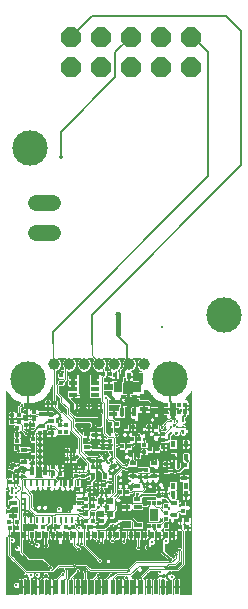
<source format=gbl>
G75*
%MOIN*%
%OFA0B0*%
%FSLAX25Y25*%
%IPPOS*%
%LPD*%
%AMOC8*
5,1,8,0,0,1.08239X$1,22.5*
%
%ADD10R,0.01181X0.01575*%
%ADD11R,0.02362X0.01575*%
%ADD12R,0.01575X0.01181*%
%ADD13R,0.01575X0.03150*%
%ADD14R,0.03150X0.01575*%
%ADD15R,0.01575X0.02362*%
%ADD16R,0.02756X0.03543*%
%ADD17R,0.00394X0.00394*%
%ADD18C,0.00394*%
%ADD19C,0.00200*%
%ADD20C,0.03937*%
%ADD21OC8,0.06600*%
%ADD22C,0.01181*%
%ADD23R,0.01969X0.02362*%
%ADD24C,0.05400*%
%ADD25R,0.00984X0.01870*%
%ADD26R,0.01476X0.00984*%
%ADD27R,0.02756X0.01575*%
%ADD28R,0.02244X0.01969*%
%ADD29C,0.00000*%
%ADD30C,0.00001*%
%ADD31R,0.01181X0.04921*%
%ADD32R,0.01181X0.02362*%
%ADD33R,0.03150X0.03937*%
%ADD34R,0.01181X0.01772*%
%ADD35C,0.00984*%
%ADD36R,0.03150X0.01181*%
%ADD37C,0.01200*%
%ADD38C,0.00354*%
%ADD39C,0.01102*%
%ADD40C,0.00594*%
%ADD41C,0.11811*%
%ADD42C,0.00787*%
%ADD43C,0.00300*%
%ADD44C,0.01181*%
%ADD45C,0.00591*%
%ADD46C,0.00394*%
%ADD47C,0.00500*%
%ADD48C,0.00236*%
%ADD49C,0.00800*%
%ADD50C,0.01654*%
%ADD51C,0.01575*%
D10*
X0168237Y0069615D03*
X0168197Y0071662D03*
X0170559Y0071662D03*
X0170599Y0069615D03*
X0177134Y0069851D03*
X0179496Y0069851D03*
X0182056Y0069851D03*
X0184418Y0069851D03*
X0186977Y0069930D03*
X0189339Y0069930D03*
X0193079Y0069851D03*
X0193670Y0072016D03*
X0196032Y0072016D03*
X0195441Y0069851D03*
X0199103Y0071977D03*
X0201465Y0071977D03*
X0196032Y0074378D03*
X0193670Y0074378D03*
X0193670Y0076937D03*
X0196032Y0076937D03*
X0196032Y0079300D03*
X0193670Y0079300D03*
X0198906Y0081583D03*
X0201268Y0081583D03*
X0199851Y0084103D03*
X0197489Y0084103D03*
X0198394Y0089930D03*
X0198394Y0092095D03*
X0196032Y0092095D03*
X0196032Y0089930D03*
X0189733Y0092685D03*
X0187370Y0092685D03*
X0187370Y0095244D03*
X0189733Y0095244D03*
X0178315Y0095441D03*
X0178315Y0093473D03*
X0178315Y0091504D03*
X0175953Y0091504D03*
X0175953Y0093473D03*
X0175953Y0095441D03*
X0175953Y0097410D03*
X0175953Y0099378D03*
X0175953Y0101347D03*
X0178315Y0101347D03*
X0178315Y0099378D03*
X0178315Y0097410D03*
X0176071Y0104103D03*
X0173709Y0104103D03*
X0180953Y0111189D03*
X0183315Y0111189D03*
X0199496Y0121150D03*
X0201859Y0121150D03*
X0203512Y0120835D03*
X0205874Y0120835D03*
X0204063Y0104418D03*
X0201701Y0104418D03*
X0206977Y0103276D03*
X0209339Y0103276D03*
X0209024Y0099378D03*
X0211386Y0099378D03*
X0208040Y0097016D03*
X0205678Y0097016D03*
X0208630Y0093867D03*
X0210993Y0093867D03*
X0215048Y0095874D03*
X0217410Y0095874D03*
X0217095Y0100953D03*
X0216937Y0103276D03*
X0214575Y0103276D03*
X0219457Y0100953D03*
X0207449Y0081662D03*
X0205087Y0081662D03*
X0225166Y0072213D03*
X0227528Y0072213D03*
X0227528Y0069851D03*
X0225166Y0069851D03*
X0170835Y0084890D03*
X0170835Y0086937D03*
X0168473Y0086937D03*
X0168473Y0084890D03*
D11*
X0173119Y0091609D03*
X0173119Y0095809D03*
X0179103Y0103578D03*
X0182174Y0105415D03*
X0179103Y0107778D03*
X0182174Y0101215D03*
X0193867Y0100848D03*
X0196859Y0100809D03*
X0196859Y0096609D03*
X0193867Y0096648D03*
X0209221Y0091242D03*
X0209221Y0087042D03*
X0210796Y0083565D03*
X0216307Y0087042D03*
X0216307Y0091242D03*
X0226268Y0090573D03*
X0226268Y0086373D03*
X0223000Y0078053D03*
X0223000Y0073853D03*
X0210796Y0079365D03*
D12*
X0217882Y0080284D03*
X0220205Y0080284D03*
X0220205Y0082646D03*
X0217882Y0082646D03*
X0213748Y0086780D03*
X0211780Y0086780D03*
X0211780Y0089142D03*
X0213748Y0089142D03*
X0212961Y0095048D03*
X0212961Y0097410D03*
X0219457Y0096622D03*
X0219457Y0098985D03*
X0220441Y0091071D03*
X0220441Y0088709D03*
X0220284Y0077174D03*
X0220284Y0074811D03*
X0220244Y0072607D03*
X0220244Y0070244D03*
X0225953Y0075205D03*
X0225953Y0077567D03*
X0203827Y0072331D03*
X0203827Y0069969D03*
X0194851Y0082449D03*
X0194851Y0084811D03*
X0192685Y0087174D03*
X0190323Y0087174D03*
X0190323Y0089536D03*
X0192685Y0089536D03*
X0185008Y0089930D03*
X0182646Y0089930D03*
X0182646Y0087567D03*
X0185008Y0087567D03*
X0170638Y0096229D03*
X0170638Y0098591D03*
X0170638Y0100559D03*
X0170638Y0102922D03*
X0171426Y0105087D03*
X0171426Y0107449D03*
X0168985Y0107449D03*
X0168985Y0105087D03*
X0173788Y0106071D03*
X0173788Y0108433D03*
X0176347Y0108433D03*
X0176347Y0106071D03*
X0184930Y0104103D03*
X0187134Y0104103D03*
X0187134Y0101741D03*
X0184930Y0101741D03*
X0199260Y0098788D03*
X0201583Y0098748D03*
X0201583Y0096386D03*
X0199260Y0096426D03*
X0220441Y0108237D03*
X0220441Y0110599D03*
X0224575Y0110599D03*
X0226741Y0110599D03*
X0226741Y0108237D03*
X0224575Y0108237D03*
X0185402Y0118158D03*
X0185402Y0120520D03*
D13*
X0205625Y0108276D03*
X0209825Y0108276D03*
X0180022Y0088748D03*
X0175822Y0088748D03*
D14*
X0169260Y0078014D03*
X0169260Y0073814D03*
X0202725Y0107633D03*
X0202725Y0111833D03*
X0201071Y0114837D03*
X0201071Y0119037D03*
X0212961Y0113486D03*
X0212961Y0109286D03*
D15*
X0212108Y0120284D03*
X0207908Y0120284D03*
X0222672Y0097646D03*
X0226872Y0097646D03*
X0227030Y0093276D03*
X0222830Y0093276D03*
X0222672Y0083827D03*
X0222672Y0080874D03*
X0226872Y0080874D03*
X0226872Y0083827D03*
G36*
X0202061Y0088901D02*
X0201232Y0090238D01*
X0203239Y0091483D01*
X0204068Y0090146D01*
X0202061Y0088901D01*
G37*
X0200100Y0087174D03*
X0195900Y0087174D03*
G36*
X0199848Y0092471D02*
X0199019Y0093808D01*
X0201026Y0095053D01*
X0201855Y0093716D01*
X0199848Y0092471D01*
G37*
G36*
X0173420Y0087562D02*
X0171931Y0088072D01*
X0172696Y0090306D01*
X0174185Y0089796D01*
X0173420Y0087562D01*
G37*
G36*
X0169446Y0088923D02*
X0167957Y0089433D01*
X0168722Y0091667D01*
X0170211Y0091157D01*
X0169446Y0088923D01*
G37*
D16*
X0204339Y0116819D03*
X0210796Y0116819D03*
D17*
G36*
X0207843Y0112648D02*
X0208121Y0112370D01*
X0207843Y0112092D01*
X0207565Y0112370D01*
X0207843Y0112648D01*
G37*
D18*
X0209536Y0113670D03*
X0209536Y0111071D03*
X0206150Y0111071D03*
X0206150Y0113670D03*
D19*
X0206357Y0113286D02*
X0205343Y0113286D01*
X0205343Y0113138D02*
X0205343Y0114162D01*
X0206957Y0114162D01*
X0206957Y0113886D01*
X0206209Y0113138D01*
X0205343Y0113138D01*
X0205343Y0113484D02*
X0206555Y0113484D01*
X0206754Y0113683D02*
X0205343Y0113683D01*
X0205343Y0113881D02*
X0206952Y0113881D01*
X0206957Y0114080D02*
X0205343Y0114080D01*
X0206587Y0112690D02*
X0209098Y0112690D01*
X0208900Y0112889D02*
X0206786Y0112889D01*
X0206984Y0113087D02*
X0208701Y0113087D01*
X0208503Y0113286D02*
X0207183Y0113286D01*
X0207381Y0113484D02*
X0208304Y0113484D01*
X0208106Y0113683D02*
X0207580Y0113683D01*
X0207778Y0113881D02*
X0207907Y0113881D01*
X0207843Y0113946D02*
X0209418Y0112370D01*
X0207843Y0110795D01*
X0206268Y0112370D01*
X0207843Y0113946D01*
X0208729Y0113886D02*
X0209477Y0113138D01*
X0210343Y0113138D01*
X0210343Y0114162D01*
X0208729Y0114162D01*
X0208729Y0113886D01*
X0208734Y0113881D02*
X0210343Y0113881D01*
X0210343Y0113683D02*
X0208932Y0113683D01*
X0209131Y0113484D02*
X0210343Y0113484D01*
X0210343Y0113286D02*
X0209329Y0113286D01*
X0209297Y0112492D02*
X0206389Y0112492D01*
X0206345Y0112293D02*
X0209341Y0112293D01*
X0209142Y0112095D02*
X0206543Y0112095D01*
X0206742Y0111896D02*
X0208944Y0111896D01*
X0208745Y0111698D02*
X0206941Y0111698D01*
X0207139Y0111499D02*
X0208547Y0111499D01*
X0208348Y0111301D02*
X0207338Y0111301D01*
X0207536Y0111102D02*
X0208150Y0111102D01*
X0207951Y0110904D02*
X0207735Y0110904D01*
X0206957Y0110855D02*
X0206209Y0111603D01*
X0205343Y0111603D01*
X0205343Y0110579D01*
X0206957Y0110579D01*
X0206957Y0110855D01*
X0206908Y0110904D02*
X0205343Y0110904D01*
X0205343Y0111102D02*
X0206710Y0111102D01*
X0206511Y0111301D02*
X0205343Y0111301D01*
X0205343Y0111499D02*
X0206313Y0111499D01*
X0206957Y0110705D02*
X0205343Y0110705D01*
X0202809Y0112631D02*
X0202700Y0112522D01*
X0202562Y0112452D01*
X0202410Y0112428D01*
X0202257Y0112452D01*
X0202120Y0112522D01*
X0202010Y0112631D01*
X0201940Y0112769D01*
X0201916Y0112922D01*
X0201940Y0113074D01*
X0202010Y0113212D01*
X0202120Y0113321D01*
X0202257Y0113391D01*
X0202410Y0113415D01*
X0202562Y0113391D01*
X0202700Y0113321D01*
X0202809Y0113212D01*
X0202879Y0113074D01*
X0202904Y0112922D01*
X0202879Y0112769D01*
X0202809Y0112631D01*
X0202700Y0112522D01*
X0202562Y0112452D01*
X0202410Y0112428D01*
X0202257Y0112452D01*
X0202120Y0112522D01*
X0202010Y0112631D01*
X0201940Y0112769D01*
X0201916Y0112922D01*
X0201940Y0113074D01*
X0202010Y0113212D01*
X0202120Y0113321D01*
X0202257Y0113391D01*
X0202410Y0113415D01*
X0202562Y0113391D01*
X0202700Y0113321D01*
X0202809Y0113212D01*
X0202879Y0113074D01*
X0202904Y0112922D01*
X0202879Y0112769D01*
X0202809Y0112631D01*
X0202700Y0112522D01*
X0202562Y0112452D01*
X0202410Y0112428D01*
X0202257Y0112452D01*
X0202120Y0112522D01*
X0202010Y0112631D01*
X0201940Y0112769D01*
X0201916Y0112922D01*
X0201940Y0113074D01*
X0202010Y0113212D01*
X0202120Y0113321D01*
X0202257Y0113391D01*
X0202410Y0113415D01*
X0202562Y0113391D01*
X0202700Y0113321D01*
X0202809Y0113212D01*
X0202879Y0113074D01*
X0202904Y0112922D01*
X0202879Y0112769D01*
X0202809Y0112631D01*
X0202839Y0112690D02*
X0201981Y0112690D01*
X0202839Y0112690D01*
X0201981Y0112690D01*
X0201921Y0112889D02*
X0202898Y0112889D01*
X0201921Y0112889D01*
X0202898Y0112889D01*
X0202873Y0113087D02*
X0201947Y0113087D01*
X0202873Y0113087D01*
X0201947Y0113087D01*
X0202084Y0113286D02*
X0202735Y0113286D01*
X0202084Y0113286D01*
X0202735Y0113286D01*
X0202640Y0112492D02*
X0202180Y0112492D01*
X0202640Y0112492D01*
X0202180Y0112492D01*
X0200512Y0113056D02*
X0200460Y0112967D01*
X0200381Y0112901D01*
X0200284Y0112866D01*
X0200181Y0112866D01*
X0200084Y0112901D01*
X0200005Y0112967D01*
X0199954Y0113056D01*
X0199936Y0113158D01*
X0199954Y0113259D01*
X0200005Y0113349D01*
X0200084Y0113415D01*
X0200181Y0113450D01*
X0200284Y0113450D01*
X0200381Y0113415D01*
X0200460Y0113349D01*
X0200512Y0113259D01*
X0200530Y0113158D01*
X0200512Y0113056D01*
X0200517Y0113087D02*
X0199948Y0113087D01*
X0199969Y0113286D02*
X0200496Y0113286D01*
X0200348Y0112889D02*
X0200118Y0112889D01*
X0203824Y0116225D02*
X0203678Y0116394D01*
X0203585Y0116598D01*
X0203553Y0116819D01*
X0203585Y0117041D01*
X0203678Y0117244D01*
X0203824Y0117413D01*
X0204013Y0117534D01*
X0204227Y0117597D01*
X0204451Y0117597D01*
X0204665Y0117534D01*
X0204854Y0117413D01*
X0205000Y0117244D01*
X0205093Y0117041D01*
X0205125Y0116819D01*
X0205093Y0116598D01*
X0205000Y0116394D01*
X0204854Y0116225D01*
X0204665Y0116104D01*
X0204451Y0116041D01*
X0204227Y0116041D01*
X0204013Y0116104D01*
X0203824Y0116225D01*
X0203678Y0116394D01*
X0203585Y0116598D01*
X0203553Y0116819D01*
X0203585Y0117041D01*
X0203678Y0117244D01*
X0203824Y0117413D01*
X0204013Y0117534D01*
X0204227Y0117597D01*
X0204451Y0117597D01*
X0204665Y0117534D01*
X0204854Y0117413D01*
X0205000Y0117244D01*
X0205093Y0117041D01*
X0205125Y0116819D01*
X0205093Y0116598D01*
X0205000Y0116394D01*
X0204854Y0116225D01*
X0204665Y0116104D01*
X0204451Y0116041D01*
X0204227Y0116041D01*
X0204013Y0116104D01*
X0203824Y0116225D01*
X0203791Y0116263D02*
X0204886Y0116263D01*
X0203791Y0116263D01*
X0203647Y0116462D02*
X0205031Y0116462D01*
X0203647Y0116462D01*
X0203576Y0116660D02*
X0205102Y0116660D01*
X0203576Y0116660D01*
X0203559Y0116859D02*
X0205119Y0116859D01*
X0203559Y0116859D01*
X0203593Y0117057D02*
X0205085Y0117057D01*
X0203593Y0117057D01*
X0203688Y0117256D02*
X0204990Y0117256D01*
X0203688Y0117256D01*
X0203889Y0117454D02*
X0204789Y0117454D01*
X0203889Y0117454D01*
X0204147Y0116065D02*
X0204531Y0116065D01*
X0204147Y0116065D01*
X0208729Y0114080D02*
X0210343Y0114080D01*
X0210684Y0115923D02*
X0210469Y0115986D01*
X0210281Y0116107D01*
X0210135Y0116276D01*
X0210042Y0116480D01*
X0210010Y0116701D01*
X0210042Y0116923D01*
X0210135Y0117126D01*
X0210281Y0117295D01*
X0210469Y0117416D01*
X0210684Y0117479D01*
X0210908Y0117479D01*
X0211122Y0117416D01*
X0211310Y0117295D01*
X0211457Y0117126D01*
X0211550Y0116923D01*
X0211581Y0116701D01*
X0211550Y0116480D01*
X0211457Y0116276D01*
X0211310Y0116107D01*
X0211122Y0115986D01*
X0210908Y0115923D01*
X0210684Y0115923D01*
X0210469Y0115986D01*
X0210281Y0116107D01*
X0210135Y0116276D01*
X0210042Y0116480D01*
X0210010Y0116701D01*
X0210042Y0116923D01*
X0210135Y0117126D01*
X0210281Y0117295D01*
X0210469Y0117416D01*
X0210684Y0117479D01*
X0210908Y0117479D01*
X0211122Y0117416D01*
X0211310Y0117295D01*
X0211457Y0117126D01*
X0211550Y0116923D01*
X0211581Y0116701D01*
X0211550Y0116480D01*
X0211457Y0116276D01*
X0211310Y0116107D01*
X0211122Y0115986D01*
X0210908Y0115923D01*
X0210684Y0115923D01*
X0210347Y0116065D02*
X0211244Y0116065D01*
X0210347Y0116065D01*
X0210146Y0116263D02*
X0211446Y0116263D01*
X0210146Y0116263D01*
X0210050Y0116462D02*
X0211541Y0116462D01*
X0210050Y0116462D01*
X0210016Y0116660D02*
X0211576Y0116660D01*
X0210016Y0116660D01*
X0210033Y0116859D02*
X0211559Y0116859D01*
X0210033Y0116859D01*
X0210103Y0117057D02*
X0211488Y0117057D01*
X0210103Y0117057D01*
X0210247Y0117256D02*
X0211344Y0117256D01*
X0210247Y0117256D01*
X0210600Y0117454D02*
X0210991Y0117454D01*
X0210600Y0117454D01*
X0210343Y0111603D02*
X0209477Y0111603D01*
X0208729Y0110855D01*
X0208729Y0110579D01*
X0210343Y0110579D01*
X0210343Y0111603D01*
X0210343Y0111499D02*
X0209373Y0111499D01*
X0209175Y0111301D02*
X0210343Y0111301D01*
X0210343Y0111102D02*
X0208976Y0111102D01*
X0208778Y0110904D02*
X0210343Y0110904D01*
X0210343Y0110705D02*
X0208729Y0110705D01*
X0213828Y0106873D02*
X0213937Y0106982D01*
X0214075Y0107053D01*
X0214227Y0107077D01*
X0214380Y0107053D01*
X0214517Y0106982D01*
X0214627Y0106873D01*
X0214697Y0106736D01*
X0214721Y0106583D01*
X0214697Y0106431D01*
X0214627Y0106293D01*
X0214517Y0106184D01*
X0214380Y0106114D01*
X0214227Y0106089D01*
X0214075Y0106114D01*
X0213937Y0106184D01*
X0213828Y0106293D01*
X0213758Y0106431D01*
X0213733Y0106583D01*
X0213758Y0106736D01*
X0213828Y0106873D01*
X0213888Y0106933D02*
X0214566Y0106933D01*
X0214697Y0106735D02*
X0213757Y0106735D01*
X0213741Y0106536D02*
X0214713Y0106536D01*
X0214649Y0106338D02*
X0213805Y0106338D01*
X0214024Y0106139D02*
X0214430Y0106139D01*
X0216671Y0103524D02*
X0216750Y0103591D01*
X0216846Y0103626D01*
X0216950Y0103626D01*
X0217046Y0103591D01*
X0217125Y0103524D01*
X0217177Y0103435D01*
X0217195Y0103333D01*
X0217177Y0103232D01*
X0217125Y0103143D01*
X0217046Y0103076D01*
X0216950Y0103041D01*
X0216846Y0103041D01*
X0216750Y0103076D01*
X0216671Y0103143D01*
X0216619Y0103232D01*
X0216601Y0103333D01*
X0216619Y0103435D01*
X0216671Y0103524D01*
X0216712Y0103559D02*
X0217084Y0103559D01*
X0217190Y0103360D02*
X0216606Y0103360D01*
X0216660Y0103162D02*
X0217136Y0103162D01*
X0218570Y0103315D02*
X0218588Y0103417D01*
X0218639Y0103506D01*
X0218718Y0103572D01*
X0218815Y0103608D01*
X0218918Y0103608D01*
X0219015Y0103572D01*
X0219094Y0103506D01*
X0219145Y0103417D01*
X0219163Y0103315D01*
X0219145Y0103214D01*
X0219094Y0103125D01*
X0219015Y0103058D01*
X0218918Y0103023D01*
X0218815Y0103023D01*
X0218718Y0103058D01*
X0218639Y0103125D01*
X0218588Y0103214D01*
X0218570Y0103315D01*
X0218578Y0103360D02*
X0219155Y0103360D01*
X0219115Y0103162D02*
X0218618Y0103162D01*
X0218702Y0103559D02*
X0219031Y0103559D01*
X0222704Y0104103D02*
X0222721Y0104204D01*
X0222773Y0104294D01*
X0222852Y0104360D01*
X0222949Y0104395D01*
X0223052Y0104395D01*
X0223149Y0104360D01*
X0223228Y0104294D01*
X0223279Y0104204D01*
X0223297Y0104103D01*
X0223279Y0104001D01*
X0223228Y0103912D01*
X0223149Y0103846D01*
X0223052Y0103810D01*
X0222949Y0103810D01*
X0222852Y0103846D01*
X0222773Y0103912D01*
X0222721Y0104001D01*
X0222704Y0104103D01*
X0222713Y0104154D02*
X0223288Y0104154D01*
X0223253Y0103956D02*
X0222748Y0103956D01*
X0222843Y0104353D02*
X0223157Y0104353D01*
X0223528Y0101628D02*
X0223631Y0101628D01*
X0223728Y0101592D01*
X0223807Y0101526D01*
X0223858Y0101437D01*
X0223876Y0101335D01*
X0223858Y0101234D01*
X0223807Y0101145D01*
X0223728Y0101078D01*
X0223631Y0101043D01*
X0223528Y0101043D01*
X0223431Y0101078D01*
X0223352Y0101145D01*
X0223301Y0101234D01*
X0223283Y0101335D01*
X0223301Y0101437D01*
X0223352Y0101526D01*
X0223431Y0101592D01*
X0223528Y0101628D01*
X0223408Y0101574D02*
X0223750Y0101574D01*
X0223869Y0101375D02*
X0223290Y0101375D01*
X0223334Y0101177D02*
X0223825Y0101177D01*
X0225399Y0102052D02*
X0225450Y0101963D01*
X0225529Y0101897D01*
X0225626Y0101862D01*
X0225729Y0101862D01*
X0225826Y0101897D01*
X0225905Y0101963D01*
X0225957Y0102052D01*
X0225974Y0102154D01*
X0225957Y0102255D01*
X0225905Y0102345D01*
X0225826Y0102411D01*
X0225792Y0102423D01*
X0225584Y0102423D01*
X0225578Y0102429D01*
X0225529Y0102411D01*
X0225450Y0102345D01*
X0225399Y0102255D01*
X0225381Y0102154D01*
X0225399Y0102052D01*
X0225446Y0101971D02*
X0225909Y0101971D01*
X0225972Y0102169D02*
X0225383Y0102169D01*
X0225477Y0102368D02*
X0225878Y0102368D01*
X0226492Y0107091D02*
X0226395Y0107126D01*
X0226316Y0107192D01*
X0226265Y0107282D01*
X0226247Y0107383D01*
X0226265Y0107485D01*
X0226316Y0107574D01*
X0226395Y0107640D01*
X0226492Y0107675D01*
X0226595Y0107675D01*
X0226692Y0107640D01*
X0226771Y0107574D01*
X0226823Y0107485D01*
X0226841Y0107383D01*
X0226823Y0107282D01*
X0226771Y0107192D01*
X0226692Y0107126D01*
X0226595Y0107091D01*
X0226492Y0107091D01*
X0226395Y0107126D01*
X0226316Y0107192D01*
X0226265Y0107282D01*
X0226247Y0107383D01*
X0226265Y0107485D01*
X0226316Y0107574D01*
X0226395Y0107640D01*
X0226492Y0107675D01*
X0226595Y0107675D01*
X0226692Y0107640D01*
X0226771Y0107574D01*
X0226823Y0107485D01*
X0226841Y0107383D01*
X0226823Y0107282D01*
X0226771Y0107192D01*
X0226692Y0107126D01*
X0226595Y0107091D01*
X0226492Y0107091D01*
X0226388Y0107132D02*
X0226699Y0107132D01*
X0226388Y0107132D01*
X0226256Y0107330D02*
X0226831Y0107330D01*
X0226256Y0107330D01*
X0226290Y0107529D02*
X0226797Y0107529D01*
X0226290Y0107529D01*
X0225314Y0108767D02*
X0225217Y0108732D01*
X0225114Y0108732D01*
X0225017Y0108767D01*
X0224938Y0108833D01*
X0224887Y0108922D01*
X0224869Y0109024D01*
X0224887Y0109126D01*
X0224938Y0109215D01*
X0225017Y0109281D01*
X0225114Y0109316D01*
X0225217Y0109316D01*
X0225314Y0109281D01*
X0225393Y0109215D01*
X0225445Y0109126D01*
X0225463Y0109024D01*
X0225445Y0108922D01*
X0225393Y0108833D01*
X0225314Y0108767D01*
X0225442Y0108918D02*
X0224889Y0108918D01*
X0224885Y0109117D02*
X0225446Y0109117D01*
X0225220Y0109315D02*
X0225112Y0109315D01*
X0224824Y0110240D02*
X0224720Y0110240D01*
X0224624Y0110276D01*
X0224545Y0110342D01*
X0224493Y0110431D01*
X0224475Y0110533D01*
X0224493Y0110634D01*
X0224545Y0110723D01*
X0224624Y0110790D01*
X0224720Y0110825D01*
X0224824Y0110825D01*
X0224920Y0110790D01*
X0224999Y0110723D01*
X0225051Y0110634D01*
X0225069Y0110533D01*
X0225051Y0110431D01*
X0224999Y0110342D01*
X0224920Y0110276D01*
X0224824Y0110240D01*
X0224959Y0110308D02*
X0224585Y0110308D01*
X0224480Y0110507D02*
X0225064Y0110507D01*
X0225010Y0110705D02*
X0224534Y0110705D01*
X0220738Y0110533D02*
X0220720Y0110431D01*
X0220669Y0110342D01*
X0220590Y0110276D01*
X0220493Y0110240D01*
X0220390Y0110240D01*
X0220293Y0110276D01*
X0220214Y0110342D01*
X0220162Y0110431D01*
X0220144Y0110533D01*
X0220162Y0110634D01*
X0220214Y0110723D01*
X0220293Y0110790D01*
X0220390Y0110825D01*
X0220493Y0110825D01*
X0220590Y0110790D01*
X0220669Y0110723D01*
X0220720Y0110634D01*
X0220738Y0110533D01*
X0220734Y0110507D02*
X0220149Y0110507D01*
X0220203Y0110705D02*
X0220679Y0110705D01*
X0220628Y0110308D02*
X0220254Y0110308D01*
X0220587Y0108529D02*
X0220690Y0108529D01*
X0220787Y0108494D01*
X0220866Y0108427D01*
X0220917Y0108338D01*
X0220935Y0108237D01*
X0220917Y0108135D01*
X0220866Y0108046D01*
X0220787Y0107980D01*
X0220690Y0107944D01*
X0220587Y0107944D01*
X0220490Y0107980D01*
X0220411Y0108046D01*
X0220359Y0108135D01*
X0220341Y0108237D01*
X0220359Y0108338D01*
X0220411Y0108427D01*
X0220490Y0108494D01*
X0220587Y0108529D01*
X0220566Y0108521D02*
X0220710Y0108521D01*
X0220920Y0108323D02*
X0220357Y0108323D01*
X0220365Y0108124D02*
X0220911Y0108124D01*
X0211338Y0101026D02*
X0211390Y0100937D01*
X0211407Y0100835D01*
X0211390Y0100734D01*
X0211338Y0100644D01*
X0211259Y0100578D01*
X0211162Y0100543D01*
X0211059Y0100543D01*
X0210962Y0100578D01*
X0210883Y0100644D01*
X0210832Y0100734D01*
X0210814Y0100835D01*
X0210832Y0100937D01*
X0210883Y0101026D01*
X0210962Y0101092D01*
X0211059Y0101127D01*
X0211162Y0101127D01*
X0211259Y0101092D01*
X0211338Y0101026D01*
X0211366Y0100978D02*
X0210856Y0100978D01*
X0210824Y0100779D02*
X0211398Y0100779D01*
X0211263Y0100581D02*
X0210959Y0100581D01*
X0209251Y0099569D02*
X0209303Y0099480D01*
X0209321Y0099378D01*
X0209303Y0099277D01*
X0209251Y0099188D01*
X0209172Y0099121D01*
X0209076Y0099086D01*
X0208972Y0099086D01*
X0208876Y0099121D01*
X0208797Y0099188D01*
X0208745Y0099277D01*
X0208727Y0099378D01*
X0208745Y0099480D01*
X0208797Y0099569D01*
X0208876Y0099635D01*
X0208972Y0099671D01*
X0209076Y0099671D01*
X0209172Y0099635D01*
X0209251Y0099569D01*
X0209228Y0099588D02*
X0208820Y0099588D01*
X0208729Y0099390D02*
X0209319Y0099390D01*
X0209254Y0099191D02*
X0208794Y0099191D01*
X0208972Y0097702D02*
X0209076Y0097702D01*
X0209172Y0097667D01*
X0209251Y0097601D01*
X0209303Y0097511D01*
X0209321Y0097410D01*
X0209303Y0097308D01*
X0209251Y0097219D01*
X0209172Y0097153D01*
X0209076Y0097118D01*
X0208972Y0097118D01*
X0208876Y0097153D01*
X0208797Y0097219D01*
X0208745Y0097308D01*
X0208727Y0097410D01*
X0208745Y0097511D01*
X0208797Y0097601D01*
X0208876Y0097667D01*
X0208972Y0097702D01*
X0208800Y0097603D02*
X0209248Y0097603D01*
X0209320Y0097405D02*
X0208728Y0097405D01*
X0208812Y0097206D02*
X0209236Y0097206D01*
X0210844Y0093730D02*
X0210941Y0093765D01*
X0211044Y0093765D01*
X0211141Y0093730D01*
X0211220Y0093664D01*
X0211271Y0093574D01*
X0211289Y0093473D01*
X0211271Y0093371D01*
X0211220Y0093282D01*
X0211141Y0093216D01*
X0211044Y0093180D01*
X0210941Y0093180D01*
X0210844Y0093216D01*
X0210765Y0093282D01*
X0210714Y0093371D01*
X0210696Y0093473D01*
X0210714Y0093574D01*
X0210765Y0093664D01*
X0210844Y0093730D01*
X0210747Y0093633D02*
X0211238Y0093633D01*
X0211283Y0093435D02*
X0210702Y0093435D01*
X0210820Y0093236D02*
X0211165Y0093236D01*
X0209303Y0092393D02*
X0209321Y0092292D01*
X0209303Y0092190D01*
X0209251Y0092101D01*
X0209172Y0092035D01*
X0209076Y0091999D01*
X0208972Y0091999D01*
X0208876Y0092035D01*
X0208797Y0092101D01*
X0208745Y0092190D01*
X0208727Y0092292D01*
X0208745Y0092393D01*
X0208797Y0092483D01*
X0208876Y0092549D01*
X0208972Y0092584D01*
X0209076Y0092584D01*
X0209172Y0092549D01*
X0209251Y0092483D01*
X0209303Y0092393D01*
X0209321Y0092292D01*
X0209303Y0092190D01*
X0209251Y0092101D01*
X0209172Y0092035D01*
X0209076Y0091999D01*
X0208972Y0091999D01*
X0208876Y0092035D01*
X0208797Y0092101D01*
X0208745Y0092190D01*
X0208727Y0092292D01*
X0208745Y0092393D01*
X0208797Y0092483D01*
X0208876Y0092549D01*
X0208972Y0092584D01*
X0209076Y0092584D01*
X0209172Y0092549D01*
X0209251Y0092483D01*
X0209303Y0092393D01*
X0209275Y0092442D02*
X0208773Y0092442D01*
X0209275Y0092442D01*
X0209312Y0092244D02*
X0208736Y0092244D01*
X0209312Y0092244D01*
X0209185Y0092045D02*
X0208863Y0092045D01*
X0209185Y0092045D01*
X0207264Y0090927D02*
X0207315Y0090838D01*
X0207333Y0090736D01*
X0207315Y0090634D01*
X0207264Y0090545D01*
X0207185Y0090479D01*
X0207088Y0090444D01*
X0206985Y0090444D01*
X0206888Y0090479D01*
X0206809Y0090545D01*
X0206758Y0090634D01*
X0206740Y0090736D01*
X0206758Y0090838D01*
X0206809Y0090927D01*
X0206888Y0090993D01*
X0206985Y0091028D01*
X0207088Y0091028D01*
X0207185Y0090993D01*
X0207264Y0090927D01*
X0207306Y0090854D02*
X0206767Y0090854D01*
X0206754Y0090655D02*
X0207319Y0090655D01*
X0207124Y0090457D02*
X0206949Y0090457D01*
X0207004Y0089828D02*
X0207107Y0089828D01*
X0207204Y0089793D01*
X0207283Y0089727D01*
X0207334Y0089637D01*
X0207352Y0089536D01*
X0207334Y0089434D01*
X0207283Y0089345D01*
X0207204Y0089279D01*
X0207107Y0089243D01*
X0207004Y0089243D01*
X0206907Y0089279D01*
X0206828Y0089345D01*
X0206777Y0089434D01*
X0206759Y0089536D01*
X0206777Y0089637D01*
X0206828Y0089727D01*
X0206907Y0089793D01*
X0207004Y0089828D01*
X0206791Y0089663D02*
X0207320Y0089663D01*
X0207340Y0089464D02*
X0206771Y0089464D01*
X0206943Y0089266D02*
X0207168Y0089266D01*
X0208993Y0087233D02*
X0209072Y0087299D01*
X0209169Y0087334D01*
X0209272Y0087334D01*
X0209369Y0087299D01*
X0209448Y0087233D01*
X0209500Y0087144D01*
X0209518Y0087042D01*
X0209500Y0086941D01*
X0209448Y0086851D01*
X0209369Y0086785D01*
X0209272Y0086750D01*
X0209169Y0086750D01*
X0209072Y0086785D01*
X0208993Y0086851D01*
X0208942Y0086941D01*
X0208924Y0087042D01*
X0208942Y0087144D01*
X0208993Y0087233D01*
X0209050Y0087281D02*
X0209391Y0087281D01*
X0209511Y0087082D02*
X0208931Y0087082D01*
X0208975Y0086884D02*
X0209467Y0086884D01*
X0209469Y0083923D02*
X0209566Y0083887D01*
X0209645Y0083821D01*
X0209697Y0083732D01*
X0209715Y0083630D01*
X0209697Y0083529D01*
X0209645Y0083440D01*
X0209566Y0083373D01*
X0209469Y0083338D01*
X0209366Y0083338D01*
X0209269Y0083373D01*
X0209190Y0083440D01*
X0209139Y0083529D01*
X0209121Y0083630D01*
X0209139Y0083732D01*
X0209190Y0083821D01*
X0209269Y0083887D01*
X0209366Y0083923D01*
X0209469Y0083923D01*
X0209515Y0083906D02*
X0209320Y0083906D01*
X0209134Y0083708D02*
X0209701Y0083708D01*
X0209685Y0083509D02*
X0209150Y0083509D01*
X0210536Y0081472D02*
X0210633Y0081508D01*
X0210736Y0081508D01*
X0210833Y0081472D01*
X0210912Y0081406D01*
X0210964Y0081317D01*
X0210981Y0081215D01*
X0210964Y0081114D01*
X0210912Y0081025D01*
X0210833Y0080958D01*
X0210736Y0080923D01*
X0210633Y0080923D01*
X0210536Y0080958D01*
X0210457Y0081025D01*
X0210406Y0081114D01*
X0210388Y0081215D01*
X0210406Y0081317D01*
X0210457Y0081406D01*
X0210536Y0081472D01*
X0210411Y0081325D02*
X0210959Y0081325D01*
X0210966Y0081127D02*
X0210403Y0081127D01*
X0210618Y0080928D02*
X0210751Y0080928D01*
X0212813Y0083373D02*
X0212734Y0083440D01*
X0212682Y0083529D01*
X0212664Y0083630D01*
X0212682Y0083732D01*
X0212734Y0083821D01*
X0212813Y0083887D01*
X0212909Y0083923D01*
X0213013Y0083923D01*
X0213109Y0083887D01*
X0213188Y0083821D01*
X0213240Y0083732D01*
X0213258Y0083630D01*
X0213240Y0083529D01*
X0213188Y0083440D01*
X0213109Y0083373D01*
X0213013Y0083338D01*
X0212909Y0083338D01*
X0212813Y0083373D01*
X0212694Y0083509D02*
X0213229Y0083509D01*
X0213244Y0083708D02*
X0212678Y0083708D01*
X0212864Y0083906D02*
X0213058Y0083906D01*
X0216697Y0080986D02*
X0216776Y0081053D01*
X0216873Y0081088D01*
X0216976Y0081088D01*
X0217073Y0081053D01*
X0217152Y0080986D01*
X0217204Y0080897D01*
X0217222Y0080796D01*
X0217204Y0080694D01*
X0217152Y0080605D01*
X0217073Y0080539D01*
X0216976Y0080503D01*
X0216873Y0080503D01*
X0216776Y0080539D01*
X0216697Y0080605D01*
X0216646Y0080694D01*
X0216628Y0080796D01*
X0216646Y0080897D01*
X0216697Y0080986D01*
X0216776Y0081053D01*
X0216873Y0081088D01*
X0216976Y0081088D01*
X0217073Y0081053D01*
X0217152Y0080986D01*
X0217204Y0080897D01*
X0217222Y0080796D01*
X0217204Y0080694D01*
X0217152Y0080605D01*
X0217073Y0080539D01*
X0216976Y0080503D01*
X0216873Y0080503D01*
X0216776Y0080539D01*
X0216697Y0080605D01*
X0216646Y0080694D01*
X0216628Y0080796D01*
X0216646Y0080897D01*
X0216697Y0080986D01*
X0216664Y0080928D02*
X0217186Y0080928D01*
X0216664Y0080928D01*
X0216640Y0080730D02*
X0217210Y0080730D01*
X0216640Y0080730D01*
X0216796Y0080531D02*
X0217053Y0080531D01*
X0216796Y0080531D01*
X0221001Y0076609D02*
X0221080Y0076676D01*
X0221177Y0076711D01*
X0221280Y0076711D01*
X0221377Y0076676D01*
X0221456Y0076609D01*
X0221508Y0076520D01*
X0221526Y0076419D01*
X0221508Y0076317D01*
X0221456Y0076228D01*
X0221377Y0076161D01*
X0221280Y0076126D01*
X0221177Y0076126D01*
X0221080Y0076161D01*
X0221001Y0076228D01*
X0220950Y0076317D01*
X0220932Y0076419D01*
X0220950Y0076520D01*
X0221001Y0076609D01*
X0220973Y0076561D02*
X0221484Y0076561D01*
X0221516Y0076363D02*
X0220942Y0076363D01*
X0221077Y0076164D02*
X0221380Y0076164D01*
X0222060Y0074651D02*
X0222213Y0074675D01*
X0222366Y0074651D01*
X0222503Y0074581D01*
X0222612Y0074472D01*
X0222683Y0074334D01*
X0222707Y0074181D01*
X0222683Y0074029D01*
X0222612Y0073891D01*
X0222503Y0073782D01*
X0221923Y0073782D01*
X0221814Y0073891D01*
X0221743Y0074029D01*
X0221719Y0074181D01*
X0221743Y0074334D01*
X0221814Y0074472D01*
X0221923Y0074581D01*
X0222060Y0074651D01*
X0221918Y0074576D02*
X0222508Y0074576D01*
X0222660Y0074377D02*
X0221766Y0074377D01*
X0221720Y0074179D02*
X0222706Y0074179D01*
X0222658Y0073980D02*
X0221768Y0073980D01*
X0221923Y0073782D02*
X0222060Y0073712D01*
X0222213Y0073688D01*
X0222366Y0073712D01*
X0222503Y0073782D01*
X0224781Y0077113D02*
X0224702Y0077180D01*
X0224651Y0077269D01*
X0224633Y0077370D01*
X0224651Y0077472D01*
X0224702Y0077561D01*
X0224781Y0077628D01*
X0224878Y0077663D01*
X0224981Y0077663D01*
X0225078Y0077628D01*
X0225157Y0077561D01*
X0225208Y0077472D01*
X0225226Y0077370D01*
X0225208Y0077269D01*
X0225157Y0077180D01*
X0225078Y0077113D01*
X0224981Y0077078D01*
X0224878Y0077078D01*
X0224781Y0077113D01*
X0224730Y0077157D02*
X0225130Y0077157D01*
X0225224Y0077355D02*
X0224635Y0077355D01*
X0224698Y0077554D02*
X0225161Y0077554D01*
X0223031Y0079640D02*
X0222952Y0079574D01*
X0222855Y0079539D01*
X0222752Y0079539D01*
X0222855Y0079539D01*
X0222752Y0079539D02*
X0222655Y0079574D01*
X0222576Y0079640D01*
X0222525Y0079730D01*
X0222507Y0079831D01*
X0222525Y0079933D01*
X0222576Y0080022D01*
X0222655Y0080088D01*
X0222752Y0080123D01*
X0222855Y0080123D01*
X0222952Y0080088D01*
X0223031Y0080022D01*
X0223082Y0079933D01*
X0223100Y0079831D01*
X0223082Y0079730D01*
X0223031Y0079640D01*
X0223084Y0079737D02*
X0222523Y0079737D01*
X0222526Y0079936D02*
X0223081Y0079936D01*
X0222521Y0082979D02*
X0222368Y0083003D01*
X0222231Y0083073D01*
X0222121Y0083183D01*
X0222051Y0083320D01*
X0222027Y0083473D01*
X0222051Y0083625D01*
X0222121Y0083763D01*
X0222231Y0083872D01*
X0222368Y0083942D01*
X0222521Y0083967D01*
X0222673Y0083942D01*
X0222811Y0083872D01*
X0222920Y0083763D01*
X0222990Y0083625D01*
X0223015Y0083473D01*
X0222990Y0083320D01*
X0222920Y0083183D01*
X0222811Y0083073D01*
X0222673Y0083003D01*
X0222521Y0082979D01*
X0222192Y0083112D02*
X0222850Y0083112D01*
X0222985Y0083310D02*
X0222056Y0083310D01*
X0222033Y0083509D02*
X0223009Y0083509D01*
X0222949Y0083708D02*
X0222093Y0083708D01*
X0222297Y0083906D02*
X0222745Y0083906D01*
X0226404Y0083355D02*
X0226422Y0083456D01*
X0226474Y0083546D01*
X0226553Y0083612D01*
X0226650Y0083647D01*
X0226753Y0083647D01*
X0226850Y0083612D01*
X0226929Y0083546D01*
X0226980Y0083456D01*
X0226998Y0083355D01*
X0226980Y0083253D01*
X0226929Y0083164D01*
X0226850Y0083098D01*
X0226753Y0083062D01*
X0226650Y0083062D01*
X0226553Y0083098D01*
X0226474Y0083164D01*
X0226422Y0083253D01*
X0226404Y0083355D01*
X0226412Y0083310D02*
X0226990Y0083310D01*
X0226950Y0083509D02*
X0226453Y0083509D01*
X0226536Y0083112D02*
X0226867Y0083112D01*
X0223448Y0088388D02*
X0223310Y0088318D01*
X0223158Y0088294D01*
X0223005Y0088318D01*
X0222868Y0088388D01*
X0222758Y0088498D01*
X0222688Y0088635D01*
X0222664Y0088788D01*
X0222688Y0088940D01*
X0222758Y0089078D01*
X0222868Y0089187D01*
X0223005Y0089257D01*
X0223158Y0089281D01*
X0223310Y0089257D01*
X0223448Y0089187D01*
X0223557Y0089078D01*
X0223627Y0088940D01*
X0223652Y0088788D01*
X0223627Y0088635D01*
X0223557Y0088498D01*
X0223448Y0088388D01*
X0223310Y0088318D01*
X0223158Y0088294D01*
X0223005Y0088318D01*
X0222868Y0088388D01*
X0222758Y0088498D01*
X0222688Y0088635D01*
X0222664Y0088788D01*
X0222688Y0088940D01*
X0222758Y0089078D01*
X0222868Y0089187D01*
X0223005Y0089257D01*
X0223158Y0089281D01*
X0223310Y0089257D01*
X0223448Y0089187D01*
X0223557Y0089078D01*
X0223627Y0088940D01*
X0223652Y0088788D01*
X0223627Y0088635D01*
X0223557Y0088498D01*
X0223448Y0088388D01*
X0223310Y0088318D01*
X0223158Y0088294D01*
X0223005Y0088318D01*
X0222868Y0088388D01*
X0222758Y0088498D01*
X0222688Y0088635D01*
X0222664Y0088788D01*
X0222688Y0088940D01*
X0222758Y0089078D01*
X0222868Y0089187D01*
X0223005Y0089257D01*
X0223158Y0089281D01*
X0223310Y0089257D01*
X0223448Y0089187D01*
X0223557Y0089078D01*
X0223627Y0088940D01*
X0223652Y0088788D01*
X0223627Y0088635D01*
X0223557Y0088498D01*
X0223448Y0088388D01*
X0223531Y0088472D02*
X0222784Y0088472D01*
X0223531Y0088472D01*
X0222784Y0088472D01*
X0222683Y0088670D02*
X0223633Y0088670D01*
X0222683Y0088670D01*
X0223633Y0088670D01*
X0223639Y0088869D02*
X0222677Y0088869D01*
X0223639Y0088869D01*
X0222677Y0088869D01*
X0222753Y0089067D02*
X0223563Y0089067D01*
X0222753Y0089067D01*
X0223563Y0089067D01*
X0223257Y0089266D02*
X0223059Y0089266D01*
X0223257Y0089266D01*
X0223059Y0089266D01*
X0223144Y0092585D02*
X0222992Y0092610D01*
X0222854Y0092680D01*
X0222745Y0092789D01*
X0222675Y0092927D01*
X0222651Y0093079D01*
X0222675Y0093232D01*
X0222745Y0093369D01*
X0222854Y0093479D01*
X0222992Y0093549D01*
X0223144Y0093573D01*
X0223297Y0093549D01*
X0223435Y0093479D01*
X0223544Y0093369D01*
X0223614Y0093232D01*
X0223638Y0093079D01*
X0223614Y0092927D01*
X0223544Y0092789D01*
X0223435Y0092680D01*
X0223297Y0092610D01*
X0223144Y0092585D01*
X0222992Y0092610D01*
X0222854Y0092680D01*
X0222745Y0092789D01*
X0222675Y0092927D01*
X0222651Y0093079D01*
X0222675Y0093232D01*
X0222745Y0093369D01*
X0222854Y0093479D01*
X0222992Y0093549D01*
X0223144Y0093573D01*
X0223297Y0093549D01*
X0223435Y0093479D01*
X0223544Y0093369D01*
X0223614Y0093232D01*
X0223638Y0093079D01*
X0223614Y0092927D01*
X0223544Y0092789D01*
X0223435Y0092680D01*
X0223297Y0092610D01*
X0223144Y0092585D01*
X0222931Y0092641D02*
X0223358Y0092641D01*
X0222931Y0092641D01*
X0222720Y0092839D02*
X0223569Y0092839D01*
X0222720Y0092839D01*
X0222657Y0093038D02*
X0223632Y0093038D01*
X0222657Y0093038D01*
X0222677Y0093236D02*
X0223612Y0093236D01*
X0222677Y0093236D01*
X0222810Y0093435D02*
X0223479Y0093435D01*
X0222810Y0093435D01*
X0227092Y0092236D02*
X0227143Y0092325D01*
X0227222Y0092391D01*
X0227319Y0092427D01*
X0227422Y0092427D01*
X0227519Y0092391D01*
X0227598Y0092325D01*
X0227649Y0092236D01*
X0227667Y0092134D01*
X0227649Y0092033D01*
X0227598Y0091943D01*
X0227519Y0091877D01*
X0227422Y0091842D01*
X0227319Y0091842D01*
X0227222Y0091877D01*
X0227143Y0091943D01*
X0227092Y0092033D01*
X0227074Y0092134D01*
X0227092Y0092236D01*
X0227096Y0092244D02*
X0227645Y0092244D01*
X0227652Y0092045D02*
X0227089Y0092045D01*
X0227306Y0091846D02*
X0227435Y0091846D01*
X0217964Y0096127D02*
X0217913Y0096038D01*
X0217834Y0095972D01*
X0217737Y0095936D01*
X0217634Y0095936D01*
X0217537Y0095972D01*
X0217458Y0096038D01*
X0217406Y0096127D01*
X0217389Y0096229D01*
X0217406Y0096330D01*
X0217458Y0096420D01*
X0217537Y0096486D01*
X0217634Y0096521D01*
X0217737Y0096521D01*
X0217834Y0096486D01*
X0217913Y0096420D01*
X0217964Y0096330D01*
X0217982Y0096229D01*
X0217964Y0096127D01*
X0217980Y0096214D02*
X0217391Y0096214D01*
X0217454Y0096412D02*
X0217917Y0096412D01*
X0217886Y0096015D02*
X0217485Y0096015D01*
X0215226Y0096032D02*
X0215208Y0095930D01*
X0215157Y0095841D01*
X0215078Y0095775D01*
X0214981Y0095740D01*
X0214878Y0095740D01*
X0214781Y0095775D01*
X0214702Y0095841D01*
X0214651Y0095930D01*
X0214633Y0096032D01*
X0214651Y0096133D01*
X0214702Y0096223D01*
X0214781Y0096289D01*
X0214878Y0096324D01*
X0214981Y0096324D01*
X0215078Y0096289D01*
X0215157Y0096223D01*
X0215208Y0096133D01*
X0215226Y0096032D01*
X0215208Y0095930D01*
X0215157Y0095841D01*
X0215078Y0095775D01*
X0214981Y0095740D01*
X0214878Y0095740D01*
X0214781Y0095775D01*
X0214702Y0095841D01*
X0214651Y0095930D01*
X0214633Y0096032D01*
X0214651Y0096133D01*
X0214702Y0096223D01*
X0214781Y0096289D01*
X0214878Y0096324D01*
X0214981Y0096324D01*
X0215078Y0096289D01*
X0215157Y0096223D01*
X0215208Y0096133D01*
X0215226Y0096032D01*
X0215223Y0096015D02*
X0214636Y0096015D01*
X0215223Y0096015D01*
X0215162Y0096214D02*
X0214697Y0096214D01*
X0215162Y0096214D01*
X0215128Y0095817D02*
X0214731Y0095817D01*
X0215128Y0095817D01*
X0216750Y0092549D02*
X0216846Y0092584D01*
X0216950Y0092584D01*
X0217046Y0092549D01*
X0217125Y0092483D01*
X0217177Y0092393D01*
X0217195Y0092292D01*
X0217177Y0092190D01*
X0217125Y0092101D01*
X0217046Y0092035D01*
X0216950Y0091999D01*
X0216846Y0091999D01*
X0216750Y0092035D01*
X0216671Y0092101D01*
X0216619Y0092190D01*
X0216601Y0092292D01*
X0216619Y0092393D01*
X0216671Y0092483D01*
X0216750Y0092549D01*
X0216647Y0092442D02*
X0217149Y0092442D01*
X0217186Y0092244D02*
X0216610Y0092244D01*
X0216737Y0092045D02*
X0217059Y0092045D01*
X0213188Y0089727D02*
X0213240Y0089637D01*
X0213258Y0089536D01*
X0213240Y0089434D01*
X0213188Y0089345D01*
X0213109Y0089279D01*
X0213013Y0089243D01*
X0212909Y0089243D01*
X0212813Y0089279D01*
X0212734Y0089345D01*
X0212682Y0089434D01*
X0212664Y0089536D01*
X0212682Y0089637D01*
X0212734Y0089727D01*
X0212813Y0089793D01*
X0212909Y0089828D01*
X0213013Y0089828D01*
X0213109Y0089793D01*
X0213188Y0089727D01*
X0213225Y0089663D02*
X0212697Y0089663D01*
X0212677Y0089464D02*
X0213245Y0089464D01*
X0213074Y0089266D02*
X0212848Y0089266D01*
X0202020Y0085110D02*
X0202037Y0085008D01*
X0202020Y0084907D01*
X0201968Y0084817D01*
X0201889Y0084751D01*
X0201792Y0084716D01*
X0201689Y0084716D01*
X0201592Y0084751D01*
X0201513Y0084817D01*
X0201462Y0084907D01*
X0201444Y0085008D01*
X0201462Y0085110D01*
X0201513Y0085199D01*
X0201592Y0085265D01*
X0201689Y0085301D01*
X0201792Y0085301D01*
X0201889Y0085265D01*
X0201968Y0085199D01*
X0202020Y0085110D01*
X0202022Y0085097D02*
X0201459Y0085097D01*
X0201466Y0084899D02*
X0202015Y0084899D01*
X0201806Y0085296D02*
X0201675Y0085296D01*
X0201280Y0082033D02*
X0201377Y0081998D01*
X0201456Y0081931D01*
X0201508Y0081842D01*
X0201526Y0081741D01*
X0201508Y0081639D01*
X0201456Y0081550D01*
X0201377Y0081483D01*
X0201280Y0081448D01*
X0201177Y0081448D01*
X0201080Y0081483D01*
X0201001Y0081550D01*
X0200950Y0081639D01*
X0200932Y0081741D01*
X0200950Y0081842D01*
X0201001Y0081931D01*
X0201080Y0081998D01*
X0201177Y0082033D01*
X0201280Y0082033D01*
X0201462Y0081921D02*
X0200995Y0081921D01*
X0200935Y0081722D02*
X0201522Y0081722D01*
X0201425Y0081524D02*
X0201032Y0081524D01*
X0197913Y0077032D02*
X0197992Y0076966D01*
X0198043Y0076877D01*
X0198061Y0076775D01*
X0198043Y0076674D01*
X0197992Y0076584D01*
X0197913Y0076518D01*
X0197816Y0076483D01*
X0197713Y0076483D01*
X0197616Y0076518D01*
X0197537Y0076584D01*
X0197485Y0076674D01*
X0197467Y0076775D01*
X0197485Y0076877D01*
X0197537Y0076966D01*
X0197616Y0077032D01*
X0197713Y0077067D01*
X0197816Y0077067D01*
X0197913Y0077032D01*
X0197996Y0076958D02*
X0197532Y0076958D01*
X0197470Y0076760D02*
X0198058Y0076760D01*
X0197964Y0076561D02*
X0197564Y0076561D01*
X0193969Y0075445D02*
X0193987Y0075344D01*
X0193969Y0075242D01*
X0193917Y0075153D01*
X0193838Y0075086D01*
X0193742Y0075051D01*
X0193638Y0075051D01*
X0193542Y0075086D01*
X0193463Y0075153D01*
X0193411Y0075242D01*
X0193393Y0075344D01*
X0193411Y0075445D01*
X0193463Y0075534D01*
X0193542Y0075601D01*
X0193638Y0075636D01*
X0193742Y0075636D01*
X0193838Y0075601D01*
X0193917Y0075534D01*
X0193969Y0075445D01*
X0193982Y0075370D02*
X0193398Y0075370D01*
X0193452Y0075172D02*
X0193928Y0075172D01*
X0193877Y0075569D02*
X0193503Y0075569D01*
X0192737Y0079598D02*
X0192634Y0079598D01*
X0192537Y0079633D01*
X0192458Y0079699D01*
X0192406Y0079789D01*
X0192389Y0079890D01*
X0192406Y0079992D01*
X0192458Y0080081D01*
X0192537Y0080147D01*
X0192634Y0080182D01*
X0192737Y0080182D01*
X0192834Y0080147D01*
X0192913Y0080081D01*
X0192964Y0079992D01*
X0192982Y0079890D01*
X0192964Y0079789D01*
X0192913Y0079699D01*
X0192834Y0079633D01*
X0192737Y0079598D01*
X0192935Y0079737D02*
X0192436Y0079737D01*
X0192397Y0079936D02*
X0192974Y0079936D01*
X0192849Y0080134D02*
X0192522Y0080134D01*
X0188457Y0075468D02*
X0188508Y0075378D01*
X0188526Y0075277D01*
X0188508Y0075175D01*
X0188457Y0075086D01*
X0188378Y0075020D01*
X0188281Y0074984D01*
X0188178Y0074984D01*
X0188081Y0075020D01*
X0188002Y0075086D01*
X0187951Y0075175D01*
X0187933Y0075277D01*
X0187951Y0075378D01*
X0188002Y0075468D01*
X0188081Y0075534D01*
X0188178Y0075569D01*
X0188281Y0075569D01*
X0188378Y0075534D01*
X0188457Y0075468D01*
X0188510Y0075370D02*
X0187949Y0075370D01*
X0187953Y0075172D02*
X0188506Y0075172D01*
X0188283Y0075569D02*
X0188176Y0075569D01*
X0188098Y0069978D02*
X0188194Y0069943D01*
X0188273Y0069877D01*
X0188325Y0069787D01*
X0188343Y0069686D01*
X0188325Y0069584D01*
X0188273Y0069495D01*
X0188194Y0069429D01*
X0188098Y0069393D01*
X0187995Y0069393D01*
X0187898Y0069429D01*
X0187819Y0069495D01*
X0187767Y0069584D01*
X0187749Y0069686D01*
X0187767Y0069787D01*
X0187819Y0069877D01*
X0187898Y0069943D01*
X0187995Y0069978D01*
X0188098Y0069978D01*
X0188311Y0069812D02*
X0187781Y0069812D01*
X0187762Y0069613D02*
X0188330Y0069613D01*
X0188156Y0069415D02*
X0187936Y0069415D01*
X0187523Y0066966D02*
X0187661Y0066896D01*
X0187770Y0066787D01*
X0187840Y0066649D01*
X0187864Y0066496D01*
X0187840Y0066344D01*
X0187770Y0066206D01*
X0187661Y0066097D01*
X0187523Y0066027D01*
X0187370Y0066003D01*
X0187218Y0066027D01*
X0187080Y0066097D01*
X0186971Y0066206D01*
X0186901Y0066344D01*
X0186877Y0066496D01*
X0186901Y0066649D01*
X0186971Y0066787D01*
X0187080Y0066896D01*
X0187218Y0066966D01*
X0187370Y0066990D01*
X0187523Y0066966D01*
X0187722Y0066834D02*
X0187018Y0066834D01*
X0186899Y0066636D02*
X0187842Y0066636D01*
X0187855Y0066437D02*
X0186886Y0066437D01*
X0186955Y0066239D02*
X0187786Y0066239D01*
X0187549Y0066040D02*
X0187192Y0066040D01*
X0190545Y0064499D02*
X0190597Y0064588D01*
X0190676Y0064654D01*
X0190773Y0064690D01*
X0190876Y0064690D01*
X0190973Y0064654D01*
X0191052Y0064588D01*
X0191103Y0064499D01*
X0191121Y0064397D01*
X0191103Y0064296D01*
X0191052Y0064206D01*
X0190973Y0064140D01*
X0190876Y0064105D01*
X0190773Y0064105D01*
X0190676Y0064140D01*
X0190597Y0064206D01*
X0190545Y0064296D01*
X0190527Y0064397D01*
X0190545Y0064499D01*
X0190537Y0064452D02*
X0191111Y0064452D01*
X0191079Y0064253D02*
X0190570Y0064253D01*
X0190671Y0064650D02*
X0190977Y0064650D01*
X0191798Y0064536D02*
X0191816Y0064637D01*
X0191867Y0064727D01*
X0191946Y0064793D01*
X0192043Y0064828D01*
X0192146Y0064828D01*
X0192243Y0064793D01*
X0192322Y0064727D01*
X0192374Y0064637D01*
X0192392Y0064536D01*
X0192374Y0064434D01*
X0192322Y0064345D01*
X0192243Y0064279D01*
X0192146Y0064243D01*
X0192043Y0064243D01*
X0191946Y0064279D01*
X0191867Y0064345D01*
X0191816Y0064434D01*
X0191798Y0064536D01*
X0191813Y0064452D02*
X0192377Y0064452D01*
X0192366Y0064650D02*
X0191823Y0064650D01*
X0192016Y0064253D02*
X0192174Y0064253D01*
X0191259Y0063021D02*
X0191338Y0062955D01*
X0191390Y0062866D01*
X0191407Y0062764D01*
X0191390Y0062663D01*
X0191338Y0062573D01*
X0191259Y0062507D01*
X0191162Y0062472D01*
X0191059Y0062472D01*
X0190962Y0062507D01*
X0190883Y0062573D01*
X0190832Y0062663D01*
X0190814Y0062764D01*
X0190832Y0062866D01*
X0190883Y0062955D01*
X0190962Y0063021D01*
X0191059Y0063057D01*
X0191162Y0063057D01*
X0191259Y0063021D01*
X0191390Y0062864D02*
X0190831Y0062864D01*
X0190831Y0062665D02*
X0191390Y0062665D01*
X0197406Y0065261D02*
X0197458Y0065172D01*
X0197537Y0065106D01*
X0197634Y0065070D01*
X0197737Y0065070D01*
X0197834Y0065106D01*
X0197913Y0065172D01*
X0197964Y0065261D01*
X0197982Y0065363D01*
X0197964Y0065464D01*
X0197913Y0065553D01*
X0197834Y0065620D01*
X0197737Y0065655D01*
X0197634Y0065655D01*
X0197537Y0065620D01*
X0197458Y0065553D01*
X0197406Y0065464D01*
X0197389Y0065363D01*
X0197406Y0065261D01*
X0197415Y0065246D02*
X0197956Y0065246D01*
X0197968Y0065444D02*
X0197403Y0065444D01*
X0197601Y0065643D02*
X0197770Y0065643D01*
X0198482Y0064884D02*
X0198561Y0064950D01*
X0198658Y0064986D01*
X0198761Y0064986D01*
X0198857Y0064950D01*
X0198936Y0064884D01*
X0198988Y0064795D01*
X0199006Y0064693D01*
X0198988Y0064592D01*
X0198936Y0064502D01*
X0198857Y0064436D01*
X0198761Y0064401D01*
X0198658Y0064401D01*
X0198561Y0064436D01*
X0198482Y0064502D01*
X0198430Y0064592D01*
X0198412Y0064693D01*
X0198430Y0064795D01*
X0198482Y0064884D01*
X0198461Y0064849D02*
X0198957Y0064849D01*
X0198998Y0064650D02*
X0198420Y0064650D01*
X0198542Y0064452D02*
X0198876Y0064452D01*
X0202045Y0065386D02*
X0202097Y0065297D01*
X0202176Y0065231D01*
X0202272Y0065195D01*
X0202376Y0065195D01*
X0202472Y0065231D01*
X0202551Y0065297D01*
X0202603Y0065386D01*
X0202621Y0065488D01*
X0202603Y0065589D01*
X0202551Y0065679D01*
X0202472Y0065745D01*
X0202376Y0065780D01*
X0202272Y0065780D01*
X0202176Y0065745D01*
X0202097Y0065679D01*
X0202045Y0065589D01*
X0202027Y0065488D01*
X0202045Y0065386D01*
X0202097Y0065297D01*
X0202176Y0065231D01*
X0202272Y0065195D01*
X0202376Y0065195D01*
X0202472Y0065231D01*
X0202551Y0065297D01*
X0202603Y0065386D01*
X0202621Y0065488D01*
X0202603Y0065589D01*
X0202551Y0065679D01*
X0202472Y0065745D01*
X0202376Y0065780D01*
X0202272Y0065780D01*
X0202176Y0065745D01*
X0202097Y0065679D01*
X0202045Y0065589D01*
X0202027Y0065488D01*
X0202045Y0065386D01*
X0202035Y0065444D02*
X0202613Y0065444D01*
X0202035Y0065444D01*
X0202076Y0065643D02*
X0202572Y0065643D01*
X0202076Y0065643D01*
X0202157Y0065246D02*
X0202491Y0065246D01*
X0202157Y0065246D01*
X0205853Y0065284D02*
X0205871Y0065385D01*
X0205923Y0065475D01*
X0206002Y0065541D01*
X0206098Y0065576D01*
X0206202Y0065576D01*
X0206298Y0065541D01*
X0206377Y0065475D01*
X0206429Y0065385D01*
X0206447Y0065284D01*
X0206429Y0065182D01*
X0206377Y0065093D01*
X0206298Y0065027D01*
X0206202Y0064992D01*
X0206098Y0064992D01*
X0206002Y0065027D01*
X0205923Y0065093D01*
X0205871Y0065182D01*
X0205853Y0065284D01*
X0205860Y0065246D02*
X0206440Y0065246D01*
X0206395Y0065444D02*
X0205905Y0065444D01*
X0205977Y0065047D02*
X0206323Y0065047D01*
X0210714Y0063324D02*
X0210765Y0063413D01*
X0210844Y0063480D01*
X0210941Y0063515D01*
X0211044Y0063515D01*
X0211141Y0063480D01*
X0211220Y0063413D01*
X0211271Y0063324D01*
X0211289Y0063222D01*
X0211271Y0063121D01*
X0211220Y0063032D01*
X0211141Y0062965D01*
X0211044Y0062930D01*
X0210941Y0062930D01*
X0210844Y0062965D01*
X0210765Y0063032D01*
X0210714Y0063121D01*
X0210696Y0063222D01*
X0210714Y0063324D01*
X0210702Y0063261D02*
X0211283Y0063261D01*
X0211238Y0063062D02*
X0210747Y0063062D01*
X0210820Y0063459D02*
X0211165Y0063459D01*
X0213570Y0063315D02*
X0213594Y0063468D01*
X0213664Y0063606D01*
X0213773Y0063715D01*
X0213911Y0063785D01*
X0214063Y0063809D01*
X0214216Y0063785D01*
X0214354Y0063715D01*
X0214463Y0063606D01*
X0214533Y0063468D01*
X0214557Y0063315D01*
X0214533Y0063163D01*
X0214463Y0063025D01*
X0214354Y0062916D01*
X0214216Y0062846D01*
X0214063Y0062822D01*
X0213911Y0062846D01*
X0213773Y0062916D01*
X0213664Y0063025D01*
X0213594Y0063163D01*
X0213570Y0063315D01*
X0213578Y0063261D02*
X0214548Y0063261D01*
X0214534Y0063459D02*
X0213592Y0063459D01*
X0213716Y0063658D02*
X0214410Y0063658D01*
X0214482Y0063062D02*
X0213645Y0063062D01*
X0213875Y0062864D02*
X0214251Y0062864D01*
X0221165Y0059467D02*
X0221235Y0059605D01*
X0221344Y0059714D01*
X0221482Y0059784D01*
X0221634Y0059809D01*
X0221787Y0059784D01*
X0221924Y0059714D01*
X0222034Y0059605D01*
X0222104Y0059467D01*
X0222128Y0059315D01*
X0222104Y0059162D01*
X0222034Y0059025D01*
X0221924Y0058916D01*
X0221787Y0058845D01*
X0221634Y0058821D01*
X0221482Y0058845D01*
X0221344Y0058916D01*
X0221235Y0059025D01*
X0221165Y0059162D01*
X0221141Y0059315D01*
X0221165Y0059467D01*
X0221176Y0059489D02*
X0222093Y0059489D01*
X0222124Y0059291D02*
X0221144Y0059291D01*
X0221201Y0059092D02*
X0222068Y0059092D01*
X0221881Y0058894D02*
X0221387Y0058894D01*
X0221317Y0059688D02*
X0221951Y0059688D01*
X0223403Y0060872D02*
X0223351Y0060961D01*
X0223333Y0061063D01*
X0223351Y0061164D01*
X0223403Y0061253D01*
X0223482Y0061320D01*
X0223579Y0061355D01*
X0223682Y0061355D01*
X0223779Y0061320D01*
X0223858Y0061253D01*
X0223909Y0061164D01*
X0223927Y0061063D01*
X0223909Y0060961D01*
X0223858Y0060872D01*
X0223779Y0060806D01*
X0223682Y0060770D01*
X0223579Y0060770D01*
X0223482Y0060806D01*
X0223403Y0060872D01*
X0223399Y0060879D02*
X0223862Y0060879D01*
X0223925Y0061077D02*
X0223336Y0061077D01*
X0223430Y0061276D02*
X0223831Y0061276D01*
X0224572Y0062192D02*
X0224493Y0062258D01*
X0224442Y0062348D01*
X0224424Y0062449D01*
X0224442Y0062551D01*
X0224493Y0062640D01*
X0224572Y0062706D01*
X0224669Y0062742D01*
X0224772Y0062742D01*
X0224869Y0062706D01*
X0224948Y0062640D01*
X0225000Y0062551D01*
X0225018Y0062449D01*
X0225000Y0062348D01*
X0224948Y0062258D01*
X0224869Y0062192D01*
X0224772Y0062157D01*
X0224669Y0062157D01*
X0224572Y0062192D01*
X0224488Y0062268D02*
X0224954Y0062268D01*
X0225015Y0062467D02*
X0224427Y0062467D01*
X0224524Y0062665D02*
X0224918Y0062665D01*
X0219381Y0068854D02*
X0219302Y0068788D01*
X0219205Y0068753D01*
X0219102Y0068753D01*
X0219006Y0068788D01*
X0218927Y0068854D01*
X0218875Y0068943D01*
X0218857Y0069045D01*
X0218875Y0069146D01*
X0218927Y0069236D01*
X0219006Y0069302D01*
X0219102Y0069337D01*
X0219205Y0069337D01*
X0219302Y0069302D01*
X0219381Y0069236D01*
X0219433Y0069146D01*
X0219451Y0069045D01*
X0219433Y0068943D01*
X0219381Y0068854D01*
X0219340Y0068819D02*
X0218968Y0068819D01*
X0218862Y0069018D02*
X0219446Y0069018D01*
X0219393Y0069216D02*
X0218915Y0069216D01*
X0216600Y0069444D02*
X0216583Y0069342D01*
X0216531Y0069253D01*
X0216452Y0069187D01*
X0216355Y0069151D01*
X0216252Y0069151D01*
X0216155Y0069187D01*
X0216076Y0069253D01*
X0216025Y0069342D01*
X0216007Y0069444D01*
X0216025Y0069545D01*
X0216076Y0069635D01*
X0216155Y0069701D01*
X0216252Y0069736D01*
X0216355Y0069736D01*
X0216452Y0069701D01*
X0216531Y0069635D01*
X0216583Y0069545D01*
X0216600Y0069444D01*
X0216595Y0069415D02*
X0216012Y0069415D01*
X0216064Y0069613D02*
X0216543Y0069613D01*
X0216487Y0069216D02*
X0216120Y0069216D01*
X0208207Y0070374D02*
X0208189Y0070272D01*
X0208138Y0070183D01*
X0208059Y0070117D01*
X0207962Y0070082D01*
X0207859Y0070082D01*
X0207762Y0070117D01*
X0207683Y0070183D01*
X0207631Y0070272D01*
X0207613Y0070374D01*
X0207631Y0070476D01*
X0207683Y0070565D01*
X0207762Y0070631D01*
X0207859Y0070666D01*
X0207962Y0070666D01*
X0208059Y0070631D01*
X0208138Y0070565D01*
X0208189Y0070476D01*
X0208207Y0070374D01*
X0208201Y0070407D02*
X0207619Y0070407D01*
X0207668Y0070209D02*
X0208152Y0070209D01*
X0208089Y0070606D02*
X0207732Y0070606D01*
X0198809Y0072044D02*
X0198791Y0071942D01*
X0198740Y0071853D01*
X0198661Y0071787D01*
X0198564Y0071751D01*
X0198461Y0071751D01*
X0198364Y0071787D01*
X0198285Y0071853D01*
X0198233Y0071942D01*
X0198215Y0072044D01*
X0198233Y0072145D01*
X0198285Y0072235D01*
X0198364Y0072301D01*
X0198461Y0072336D01*
X0198564Y0072336D01*
X0198661Y0072301D01*
X0198740Y0072235D01*
X0198791Y0072145D01*
X0198809Y0072044D01*
X0198801Y0071995D02*
X0198224Y0071995D01*
X0198261Y0072194D02*
X0198763Y0072194D01*
X0198673Y0071797D02*
X0198352Y0071797D01*
X0197671Y0071497D02*
X0197689Y0071396D01*
X0197671Y0071294D01*
X0197619Y0071205D01*
X0197540Y0071139D01*
X0197443Y0071103D01*
X0197340Y0071103D01*
X0197243Y0071139D01*
X0197164Y0071205D01*
X0197113Y0071294D01*
X0197095Y0071396D01*
X0197113Y0071497D01*
X0197164Y0071586D01*
X0197243Y0071653D01*
X0197340Y0071688D01*
X0197443Y0071688D01*
X0197540Y0071653D01*
X0197619Y0071586D01*
X0197671Y0071497D01*
X0197688Y0071400D02*
X0197096Y0071400D01*
X0197169Y0071201D02*
X0197615Y0071201D01*
X0197605Y0071598D02*
X0197178Y0071598D01*
X0197292Y0070541D02*
X0197444Y0070517D01*
X0197582Y0070447D01*
X0197691Y0070338D01*
X0197761Y0070200D01*
X0197785Y0070048D01*
X0197761Y0069895D01*
X0197691Y0069757D01*
X0197582Y0069648D01*
X0197444Y0069578D01*
X0197292Y0069554D01*
X0197139Y0069578D01*
X0197002Y0069648D01*
X0196892Y0069757D01*
X0196822Y0069895D01*
X0196798Y0070048D01*
X0196822Y0070200D01*
X0196892Y0070338D01*
X0197002Y0070447D01*
X0197139Y0070517D01*
X0197292Y0070541D01*
X0197444Y0070517D01*
X0197582Y0070447D01*
X0197691Y0070338D01*
X0197761Y0070200D01*
X0197785Y0070048D01*
X0197761Y0069895D01*
X0197691Y0069757D01*
X0197582Y0069648D01*
X0197444Y0069578D01*
X0197292Y0069554D01*
X0197139Y0069578D01*
X0197002Y0069648D01*
X0196892Y0069757D01*
X0196822Y0069895D01*
X0196798Y0070048D01*
X0196822Y0070200D01*
X0196892Y0070338D01*
X0197002Y0070447D01*
X0197139Y0070517D01*
X0197292Y0070541D01*
X0196962Y0070407D02*
X0197622Y0070407D01*
X0196962Y0070407D01*
X0196827Y0070209D02*
X0197757Y0070209D01*
X0196827Y0070209D01*
X0196804Y0070010D02*
X0197780Y0070010D01*
X0196804Y0070010D01*
X0196865Y0069812D02*
X0197719Y0069812D01*
X0196865Y0069812D01*
X0197070Y0069613D02*
X0197513Y0069613D01*
X0197070Y0069613D01*
X0198148Y0059120D02*
X0198252Y0059120D01*
X0198348Y0059084D01*
X0198427Y0059018D01*
X0198479Y0058929D01*
X0198497Y0058827D01*
X0198479Y0058726D01*
X0198427Y0058636D01*
X0198348Y0058570D01*
X0198252Y0058535D01*
X0198148Y0058535D01*
X0198052Y0058570D01*
X0197973Y0058636D01*
X0197921Y0058726D01*
X0197903Y0058827D01*
X0197921Y0058929D01*
X0197973Y0059018D01*
X0198052Y0059084D01*
X0198148Y0059120D01*
X0198073Y0059092D02*
X0198327Y0059092D01*
X0198485Y0058894D02*
X0197915Y0058894D01*
X0197939Y0058695D02*
X0198461Y0058695D01*
X0197658Y0054395D02*
X0197755Y0054360D01*
X0197834Y0054294D01*
X0197886Y0054204D01*
X0197904Y0054103D01*
X0197886Y0054001D01*
X0197834Y0053912D01*
X0197755Y0053846D01*
X0197658Y0053810D01*
X0197555Y0053810D01*
X0197458Y0053846D01*
X0197379Y0053912D01*
X0197328Y0054001D01*
X0197310Y0054103D01*
X0197328Y0054204D01*
X0197379Y0054294D01*
X0197458Y0054360D01*
X0197555Y0054395D01*
X0197658Y0054395D01*
X0197793Y0054328D02*
X0197420Y0054328D01*
X0197315Y0054129D02*
X0197899Y0054129D01*
X0197845Y0053931D02*
X0197368Y0053931D01*
X0193555Y0055182D02*
X0193503Y0055093D01*
X0193424Y0055027D01*
X0193328Y0054992D01*
X0193224Y0054992D01*
X0193128Y0055027D01*
X0193049Y0055093D01*
X0192997Y0055182D01*
X0192979Y0055284D01*
X0192997Y0055385D01*
X0193049Y0055475D01*
X0193128Y0055541D01*
X0193224Y0055576D01*
X0193328Y0055576D01*
X0193424Y0055541D01*
X0193503Y0055475D01*
X0193555Y0055385D01*
X0193573Y0055284D01*
X0193555Y0055182D01*
X0193520Y0055122D02*
X0193032Y0055122D01*
X0192986Y0055320D02*
X0193566Y0055320D01*
X0193451Y0055519D02*
X0193101Y0055519D01*
X0191171Y0055441D02*
X0191153Y0055340D01*
X0191102Y0055251D01*
X0191023Y0055184D01*
X0190926Y0055149D01*
X0190823Y0055149D01*
X0190726Y0055184D01*
X0190647Y0055251D01*
X0190595Y0055340D01*
X0190578Y0055441D01*
X0190595Y0055543D01*
X0190647Y0055632D01*
X0190726Y0055698D01*
X0190823Y0055734D01*
X0190926Y0055734D01*
X0191023Y0055698D01*
X0191102Y0055632D01*
X0191153Y0055543D01*
X0191171Y0055441D01*
X0191158Y0055519D02*
X0190591Y0055519D01*
X0190607Y0055320D02*
X0191142Y0055320D01*
X0190971Y0055717D02*
X0190778Y0055717D01*
X0189842Y0056838D02*
X0189745Y0056803D01*
X0189642Y0056803D01*
X0189545Y0056838D01*
X0189466Y0056904D01*
X0189414Y0056993D01*
X0189396Y0057095D01*
X0189414Y0057196D01*
X0189466Y0057286D01*
X0189545Y0057352D01*
X0189642Y0057387D01*
X0189745Y0057387D01*
X0189842Y0057352D01*
X0189921Y0057286D01*
X0189972Y0057196D01*
X0189990Y0057095D01*
X0189972Y0056993D01*
X0189921Y0056904D01*
X0189842Y0056838D01*
X0189745Y0056803D01*
X0189642Y0056803D01*
X0189545Y0056838D01*
X0189466Y0056904D01*
X0189414Y0056993D01*
X0189396Y0057095D01*
X0189414Y0057196D01*
X0189466Y0057286D01*
X0189545Y0057352D01*
X0189642Y0057387D01*
X0189745Y0057387D01*
X0189842Y0057352D01*
X0189921Y0057286D01*
X0189972Y0057196D01*
X0189990Y0057095D01*
X0189972Y0056993D01*
X0189921Y0056904D01*
X0189842Y0056838D01*
X0189923Y0056908D02*
X0189463Y0056908D01*
X0189923Y0056908D01*
X0189988Y0057107D02*
X0189399Y0057107D01*
X0189988Y0057107D01*
X0189897Y0057306D02*
X0189490Y0057306D01*
X0189897Y0057306D01*
X0187216Y0056212D02*
X0187234Y0056111D01*
X0187216Y0056009D01*
X0187165Y0055920D01*
X0187086Y0055854D01*
X0186989Y0055818D01*
X0186886Y0055818D01*
X0186789Y0055854D01*
X0186710Y0055920D01*
X0186658Y0056009D01*
X0186641Y0056111D01*
X0186658Y0056212D01*
X0186710Y0056301D01*
X0186789Y0056368D01*
X0186886Y0056403D01*
X0186989Y0056403D01*
X0187086Y0056368D01*
X0187165Y0056301D01*
X0187216Y0056212D01*
X0187234Y0056114D02*
X0186641Y0056114D01*
X0186715Y0055916D02*
X0187160Y0055916D01*
X0187151Y0056313D02*
X0186724Y0056313D01*
X0185983Y0054675D02*
X0186062Y0054609D01*
X0186114Y0054519D01*
X0186132Y0054418D01*
X0186114Y0054316D01*
X0186062Y0054227D01*
X0185983Y0054161D01*
X0185887Y0054125D01*
X0185783Y0054125D01*
X0185687Y0054161D01*
X0185608Y0054227D01*
X0185556Y0054316D01*
X0185538Y0054418D01*
X0185556Y0054519D01*
X0185608Y0054609D01*
X0185687Y0054675D01*
X0185783Y0054710D01*
X0185887Y0054710D01*
X0185983Y0054675D01*
X0186110Y0054526D02*
X0185560Y0054526D01*
X0185554Y0054328D02*
X0186116Y0054328D01*
X0185897Y0054129D02*
X0185773Y0054129D01*
X0182027Y0056373D02*
X0181948Y0056306D01*
X0181851Y0056271D01*
X0181748Y0056271D01*
X0181651Y0056306D01*
X0181572Y0056373D01*
X0181521Y0056462D01*
X0181503Y0056563D01*
X0181521Y0056665D01*
X0181572Y0056754D01*
X0181651Y0056820D01*
X0181748Y0056856D01*
X0181851Y0056856D01*
X0181948Y0056820D01*
X0182027Y0056754D01*
X0182079Y0056665D01*
X0182096Y0056563D01*
X0182079Y0056462D01*
X0182027Y0056373D01*
X0181956Y0056313D02*
X0181643Y0056313D01*
X0181512Y0056511D02*
X0182087Y0056511D01*
X0182053Y0056710D02*
X0181547Y0056710D01*
X0180397Y0054218D02*
X0180535Y0054148D01*
X0180644Y0054039D01*
X0180714Y0053901D01*
X0180738Y0053748D01*
X0180714Y0053596D01*
X0180644Y0053458D01*
X0180535Y0053349D01*
X0180397Y0053279D01*
X0180244Y0053255D01*
X0180092Y0053279D01*
X0179954Y0053349D01*
X0179845Y0053458D01*
X0179775Y0053596D01*
X0179751Y0053748D01*
X0179775Y0053901D01*
X0179845Y0054039D01*
X0179954Y0054148D01*
X0180092Y0054218D01*
X0180244Y0054242D01*
X0180397Y0054218D01*
X0180553Y0054129D02*
X0179936Y0054129D01*
X0179790Y0053931D02*
X0180699Y0053931D01*
X0180736Y0053732D02*
X0179753Y0053732D01*
X0179807Y0053534D02*
X0180682Y0053534D01*
X0180508Y0053335D02*
X0179981Y0053335D01*
X0174085Y0053709D02*
X0174060Y0053556D01*
X0173990Y0053419D01*
X0173881Y0053310D01*
X0173744Y0053240D01*
X0173591Y0053215D01*
X0173438Y0053240D01*
X0173301Y0053310D01*
X0173192Y0053419D01*
X0173121Y0053556D01*
X0173097Y0053709D01*
X0173121Y0053862D01*
X0173192Y0053999D01*
X0173301Y0054108D01*
X0173438Y0054179D01*
X0173591Y0054203D01*
X0173744Y0054179D01*
X0173881Y0054108D01*
X0173990Y0053999D01*
X0174060Y0053862D01*
X0174085Y0053709D01*
X0174081Y0053732D02*
X0173101Y0053732D01*
X0173133Y0053534D02*
X0174049Y0053534D01*
X0173907Y0053335D02*
X0173275Y0053335D01*
X0173157Y0053931D02*
X0174025Y0053931D01*
X0173840Y0054129D02*
X0173342Y0054129D01*
X0179994Y0063546D02*
X0179884Y0063655D01*
X0179814Y0063793D01*
X0179790Y0063945D01*
X0179814Y0064098D01*
X0179884Y0064235D01*
X0179994Y0064345D01*
X0180131Y0064415D01*
X0180284Y0064439D01*
X0180436Y0064415D01*
X0180574Y0064345D01*
X0180683Y0064235D01*
X0180753Y0064098D01*
X0180778Y0063945D01*
X0180753Y0063793D01*
X0180683Y0063655D01*
X0180574Y0063546D01*
X0180436Y0063476D01*
X0180284Y0063452D01*
X0180131Y0063476D01*
X0179994Y0063546D01*
X0179883Y0063658D02*
X0180685Y0063658D01*
X0180763Y0063856D02*
X0179804Y0063856D01*
X0179808Y0064055D02*
X0180760Y0064055D01*
X0180665Y0064253D02*
X0179902Y0064253D01*
X0180235Y0063459D02*
X0180333Y0063459D01*
X0176029Y0064974D02*
X0175959Y0064836D01*
X0175850Y0064727D01*
X0175712Y0064657D01*
X0175559Y0064633D01*
X0175407Y0064657D01*
X0175269Y0064727D01*
X0175160Y0064836D01*
X0175090Y0064974D01*
X0175066Y0065126D01*
X0175090Y0065279D01*
X0175160Y0065417D01*
X0175269Y0065526D01*
X0175407Y0065596D01*
X0175559Y0065620D01*
X0175712Y0065596D01*
X0175850Y0065526D01*
X0175959Y0065417D01*
X0176029Y0065279D01*
X0176053Y0065126D01*
X0176029Y0064974D01*
X0176041Y0065047D02*
X0175078Y0065047D01*
X0175085Y0065246D02*
X0176034Y0065246D01*
X0175931Y0065444D02*
X0175188Y0065444D01*
X0175154Y0064849D02*
X0175965Y0064849D01*
X0175672Y0064650D02*
X0175447Y0064650D01*
X0168246Y0067010D02*
X0168195Y0066920D01*
X0168116Y0066854D01*
X0168019Y0066819D01*
X0167916Y0066819D01*
X0167819Y0066854D01*
X0167740Y0066920D01*
X0167688Y0067010D01*
X0167671Y0067111D01*
X0167688Y0067213D01*
X0167740Y0067302D01*
X0167819Y0067368D01*
X0167916Y0067404D01*
X0168019Y0067404D01*
X0168116Y0067368D01*
X0168195Y0067302D01*
X0168246Y0067213D01*
X0168264Y0067111D01*
X0168246Y0067010D01*
X0168195Y0066920D01*
X0168116Y0066854D01*
X0168019Y0066819D01*
X0167916Y0066819D01*
X0167819Y0066854D01*
X0167740Y0066920D01*
X0167688Y0067010D01*
X0167671Y0067111D01*
X0167688Y0067213D01*
X0167740Y0067302D01*
X0167819Y0067368D01*
X0167916Y0067404D01*
X0168019Y0067404D01*
X0168116Y0067368D01*
X0168195Y0067302D01*
X0168246Y0067213D01*
X0168264Y0067111D01*
X0168246Y0067010D01*
X0168250Y0067033D02*
X0167684Y0067033D01*
X0168250Y0067033D01*
X0168236Y0067231D02*
X0167699Y0067231D01*
X0168236Y0067231D01*
X0168061Y0066834D02*
X0167874Y0066834D01*
X0168061Y0066834D01*
X0167816Y0076212D02*
X0167713Y0076212D01*
X0167616Y0076247D01*
X0167537Y0076314D01*
X0167485Y0076403D01*
X0167467Y0076504D01*
X0167485Y0076606D01*
X0167537Y0076695D01*
X0167616Y0076761D01*
X0167713Y0076797D01*
X0167816Y0076797D01*
X0167913Y0076761D01*
X0167992Y0076695D01*
X0168043Y0076606D01*
X0168061Y0076504D01*
X0168043Y0076403D01*
X0167992Y0076314D01*
X0167913Y0076247D01*
X0167816Y0076212D01*
X0168020Y0076363D02*
X0167508Y0076363D01*
X0167477Y0076561D02*
X0168051Y0076561D01*
X0167915Y0076760D02*
X0167614Y0076760D01*
X0167984Y0079582D02*
X0167887Y0079617D01*
X0167808Y0079684D01*
X0167757Y0079773D01*
X0167739Y0079874D01*
X0167757Y0079976D01*
X0167808Y0080065D01*
X0167887Y0080131D01*
X0167984Y0080167D01*
X0168087Y0080167D01*
X0168184Y0080131D01*
X0168263Y0080065D01*
X0168315Y0079976D01*
X0168333Y0079874D01*
X0168315Y0079773D01*
X0168263Y0079684D01*
X0168184Y0079617D01*
X0168087Y0079582D01*
X0167984Y0079582D01*
X0167777Y0079737D02*
X0168294Y0079737D01*
X0168322Y0079936D02*
X0167750Y0079936D01*
X0167895Y0080134D02*
X0168176Y0080134D01*
X0167461Y0082669D02*
X0167358Y0082669D01*
X0167261Y0082704D01*
X0167182Y0082770D01*
X0167131Y0082859D01*
X0167113Y0082961D01*
X0167131Y0083063D01*
X0167182Y0083152D01*
X0167261Y0083218D01*
X0167358Y0083253D01*
X0167461Y0083253D01*
X0167558Y0083218D01*
X0167637Y0083152D01*
X0167689Y0083063D01*
X0167707Y0082961D01*
X0167689Y0082859D01*
X0167637Y0082770D01*
X0167558Y0082704D01*
X0167461Y0082669D01*
X0167571Y0082715D02*
X0167248Y0082715D01*
X0167121Y0082913D02*
X0167698Y0082913D01*
X0167660Y0083112D02*
X0167159Y0083112D01*
X0168609Y0083000D02*
X0168627Y0083102D01*
X0168679Y0083191D01*
X0168757Y0083257D01*
X0168854Y0083293D01*
X0168957Y0083293D01*
X0169054Y0083257D01*
X0169133Y0083191D01*
X0169185Y0083102D01*
X0169203Y0083000D01*
X0169185Y0082899D01*
X0169133Y0082810D01*
X0169054Y0082743D01*
X0168957Y0082708D01*
X0168854Y0082708D01*
X0168757Y0082743D01*
X0168679Y0082810D01*
X0168627Y0082899D01*
X0168609Y0083000D01*
X0168624Y0082913D02*
X0169187Y0082913D01*
X0169179Y0083112D02*
X0168633Y0083112D01*
X0168835Y0082715D02*
X0168976Y0082715D01*
X0170889Y0090503D02*
X0170792Y0090539D01*
X0170713Y0090605D01*
X0170662Y0090694D01*
X0170644Y0090796D01*
X0170662Y0090897D01*
X0170713Y0090986D01*
X0170792Y0091053D01*
X0170889Y0091088D01*
X0170992Y0091088D01*
X0171089Y0091053D01*
X0171168Y0090986D01*
X0171220Y0090897D01*
X0171237Y0090796D01*
X0171220Y0090694D01*
X0171168Y0090605D01*
X0171089Y0090539D01*
X0170992Y0090503D01*
X0170889Y0090503D01*
X0170684Y0090655D02*
X0171197Y0090655D01*
X0171227Y0090854D02*
X0170654Y0090854D01*
X0170792Y0091052D02*
X0171089Y0091052D01*
X0174778Y0091347D02*
X0174802Y0091499D01*
X0174872Y0091637D01*
X0174981Y0091746D01*
X0175119Y0091816D01*
X0175271Y0091841D01*
X0175424Y0091816D01*
X0175561Y0091746D01*
X0175671Y0091637D01*
X0175741Y0091499D01*
X0175765Y0091347D01*
X0175741Y0091194D01*
X0175671Y0091057D01*
X0175561Y0090947D01*
X0175424Y0090877D01*
X0175271Y0090853D01*
X0175119Y0090877D01*
X0174981Y0090947D01*
X0174872Y0091057D01*
X0174802Y0091194D01*
X0174778Y0091347D01*
X0174793Y0091251D02*
X0175750Y0091251D01*
X0175749Y0091449D02*
X0174794Y0091449D01*
X0174883Y0091648D02*
X0175660Y0091648D01*
X0175666Y0091052D02*
X0174876Y0091052D01*
X0175266Y0090854D02*
X0175276Y0090854D01*
X0181895Y0087118D02*
X0181946Y0087207D01*
X0182025Y0087273D01*
X0182122Y0087308D01*
X0182225Y0087308D01*
X0182322Y0087273D01*
X0182401Y0087207D01*
X0182453Y0087118D01*
X0182470Y0087016D01*
X0182453Y0086915D01*
X0182401Y0086825D01*
X0182322Y0086759D01*
X0182225Y0086724D01*
X0182122Y0086724D01*
X0182025Y0086759D01*
X0181946Y0086825D01*
X0181895Y0086915D01*
X0181877Y0087016D01*
X0181895Y0087118D01*
X0181888Y0087082D02*
X0182459Y0087082D01*
X0182435Y0086884D02*
X0181913Y0086884D01*
X0182046Y0087281D02*
X0182301Y0087281D01*
X0190173Y0093183D02*
X0190103Y0093320D01*
X0190078Y0093473D01*
X0190103Y0093625D01*
X0190173Y0093763D01*
X0190282Y0093872D01*
X0190419Y0093942D01*
X0190572Y0093967D01*
X0190725Y0093942D01*
X0190862Y0093872D01*
X0190971Y0093763D01*
X0191042Y0093625D01*
X0191066Y0093473D01*
X0191042Y0093320D01*
X0190971Y0093183D01*
X0190862Y0093073D01*
X0190725Y0093003D01*
X0190572Y0092979D01*
X0190419Y0093003D01*
X0190282Y0093073D01*
X0190173Y0093183D01*
X0190145Y0093236D02*
X0190999Y0093236D01*
X0191060Y0093435D02*
X0190084Y0093435D01*
X0190106Y0093633D02*
X0191038Y0093633D01*
X0190903Y0093832D02*
X0190241Y0093832D01*
X0190352Y0093038D02*
X0190792Y0093038D01*
X0195753Y0090622D02*
X0195804Y0090711D01*
X0195883Y0090777D01*
X0195980Y0090812D01*
X0196083Y0090812D01*
X0196180Y0090777D01*
X0196259Y0090711D01*
X0196311Y0090622D01*
X0196329Y0090520D01*
X0196311Y0090419D01*
X0196259Y0090329D01*
X0196180Y0090263D01*
X0196083Y0090228D01*
X0195980Y0090228D01*
X0195883Y0090263D01*
X0195804Y0090329D01*
X0195753Y0090419D01*
X0195735Y0090520D01*
X0195753Y0090622D01*
X0195804Y0090711D01*
X0195883Y0090777D01*
X0195980Y0090812D01*
X0196083Y0090812D01*
X0196180Y0090777D01*
X0196259Y0090711D01*
X0196311Y0090622D01*
X0196329Y0090520D01*
X0196311Y0090419D01*
X0196259Y0090329D01*
X0196180Y0090263D01*
X0196083Y0090228D01*
X0195980Y0090228D01*
X0195883Y0090263D01*
X0195804Y0090329D01*
X0195753Y0090419D01*
X0195735Y0090520D01*
X0195753Y0090622D01*
X0195772Y0090655D02*
X0196291Y0090655D01*
X0195772Y0090655D01*
X0195746Y0090457D02*
X0196318Y0090457D01*
X0195746Y0090457D01*
X0195896Y0090258D02*
X0196168Y0090258D01*
X0195896Y0090258D01*
X0194678Y0088932D02*
X0194730Y0088842D01*
X0194748Y0088741D01*
X0194730Y0088639D01*
X0194678Y0088550D01*
X0194599Y0088484D01*
X0194502Y0088449D01*
X0194399Y0088449D01*
X0194302Y0088484D01*
X0194223Y0088550D01*
X0194172Y0088639D01*
X0194154Y0088741D01*
X0194172Y0088842D01*
X0194223Y0088932D01*
X0194302Y0088998D01*
X0194399Y0089033D01*
X0194502Y0089033D01*
X0194599Y0088998D01*
X0194678Y0088932D01*
X0194714Y0088869D02*
X0194187Y0088869D01*
X0194166Y0088670D02*
X0194735Y0088670D01*
X0194566Y0088472D02*
X0194335Y0088472D01*
X0194150Y0087864D02*
X0194246Y0087829D01*
X0194325Y0087763D01*
X0194377Y0087674D01*
X0194395Y0087572D01*
X0194377Y0087471D01*
X0194325Y0087381D01*
X0194246Y0087315D01*
X0194150Y0087280D01*
X0194046Y0087280D01*
X0193950Y0087315D01*
X0193871Y0087381D01*
X0193819Y0087471D01*
X0193801Y0087572D01*
X0193819Y0087674D01*
X0193871Y0087763D01*
X0193950Y0087829D01*
X0194046Y0087864D01*
X0194150Y0087864D01*
X0194246Y0087829D01*
X0194325Y0087763D01*
X0194377Y0087674D01*
X0194395Y0087572D01*
X0194377Y0087471D01*
X0194325Y0087381D01*
X0194246Y0087315D01*
X0194150Y0087280D01*
X0194046Y0087280D01*
X0193950Y0087315D01*
X0193871Y0087381D01*
X0193819Y0087471D01*
X0193801Y0087572D01*
X0193819Y0087674D01*
X0193871Y0087763D01*
X0193950Y0087829D01*
X0194046Y0087864D01*
X0194150Y0087864D01*
X0194375Y0087678D02*
X0193821Y0087678D01*
X0194375Y0087678D01*
X0194378Y0087479D02*
X0193818Y0087479D01*
X0194378Y0087479D01*
X0194152Y0087281D02*
X0194044Y0087281D01*
X0194152Y0087281D01*
X0200923Y0091314D02*
X0200871Y0091403D01*
X0200853Y0091504D01*
X0200871Y0091606D01*
X0200923Y0091695D01*
X0201002Y0091761D01*
X0201098Y0091797D01*
X0201202Y0091797D01*
X0201298Y0091761D01*
X0201377Y0091695D01*
X0201429Y0091606D01*
X0201447Y0091504D01*
X0201429Y0091403D01*
X0201377Y0091314D01*
X0201298Y0091247D01*
X0201202Y0091212D01*
X0201098Y0091212D01*
X0201002Y0091247D01*
X0200923Y0091314D01*
X0200997Y0091251D02*
X0201303Y0091251D01*
X0201437Y0091449D02*
X0200863Y0091449D01*
X0200895Y0091648D02*
X0201405Y0091648D01*
X0198188Y0093518D02*
X0198109Y0093452D01*
X0198013Y0093417D01*
X0197909Y0093417D01*
X0197813Y0093452D01*
X0197734Y0093518D01*
X0197682Y0093608D01*
X0197664Y0093709D01*
X0197682Y0093811D01*
X0197734Y0093900D01*
X0197813Y0093966D01*
X0197909Y0094001D01*
X0198013Y0094001D01*
X0198109Y0093966D01*
X0198188Y0093900D01*
X0198240Y0093811D01*
X0198258Y0093709D01*
X0198240Y0093608D01*
X0198188Y0093518D01*
X0198244Y0093633D02*
X0197678Y0093633D01*
X0197694Y0093832D02*
X0198228Y0093832D01*
X0198062Y0093435D02*
X0197860Y0093435D01*
X0200332Y0096038D02*
X0200280Y0096127D01*
X0200263Y0096229D01*
X0200280Y0096330D01*
X0200332Y0096420D01*
X0200411Y0096486D01*
X0200508Y0096521D01*
X0200611Y0096521D01*
X0200708Y0096486D01*
X0200787Y0096420D01*
X0200838Y0096330D01*
X0200856Y0096229D01*
X0200838Y0096127D01*
X0200787Y0096038D01*
X0200708Y0095972D01*
X0200611Y0095936D01*
X0200508Y0095936D01*
X0200411Y0095972D01*
X0200332Y0096038D01*
X0200280Y0096127D01*
X0200263Y0096229D01*
X0200280Y0096330D01*
X0200332Y0096420D01*
X0200411Y0096486D01*
X0200508Y0096521D01*
X0200611Y0096521D01*
X0200708Y0096486D01*
X0200787Y0096420D01*
X0200838Y0096330D01*
X0200856Y0096229D01*
X0200838Y0096127D01*
X0200787Y0096038D01*
X0200708Y0095972D01*
X0200611Y0095936D01*
X0200508Y0095936D01*
X0200411Y0095972D01*
X0200332Y0096038D01*
X0200359Y0096015D02*
X0200760Y0096015D01*
X0200359Y0096015D01*
X0200265Y0096214D02*
X0200854Y0096214D01*
X0200265Y0096214D01*
X0200328Y0096412D02*
X0200791Y0096412D01*
X0200328Y0096412D01*
X0203627Y0097111D02*
X0203679Y0097022D01*
X0203757Y0096956D01*
X0203854Y0096921D01*
X0203957Y0096921D01*
X0204054Y0096956D01*
X0204133Y0097022D01*
X0204185Y0097111D01*
X0204203Y0097213D01*
X0204185Y0097315D01*
X0204133Y0097404D01*
X0204054Y0097470D01*
X0203957Y0097505D01*
X0203854Y0097505D01*
X0203757Y0097470D01*
X0203679Y0097404D01*
X0203627Y0097315D01*
X0203609Y0097213D01*
X0203627Y0097111D01*
X0203610Y0097206D02*
X0204202Y0097206D01*
X0204132Y0097405D02*
X0203680Y0097405D01*
X0203696Y0097008D02*
X0204116Y0097008D01*
X0203761Y0100496D02*
X0203658Y0100496D01*
X0203561Y0100532D01*
X0203482Y0100598D01*
X0203430Y0100687D01*
X0203412Y0100789D01*
X0203430Y0100890D01*
X0203482Y0100980D01*
X0203561Y0101046D01*
X0203658Y0101081D01*
X0203761Y0101081D01*
X0203857Y0101046D01*
X0203936Y0100980D01*
X0203988Y0100890D01*
X0204006Y0100789D01*
X0203988Y0100687D01*
X0203936Y0100598D01*
X0203857Y0100532D01*
X0203761Y0100496D01*
X0203916Y0100581D02*
X0203502Y0100581D01*
X0203414Y0100779D02*
X0204004Y0100779D01*
X0203937Y0100978D02*
X0203481Y0100978D01*
X0201417Y0103125D02*
X0201338Y0103058D01*
X0201241Y0103023D01*
X0201138Y0103023D01*
X0201041Y0103058D01*
X0200962Y0103125D01*
X0200910Y0103214D01*
X0200893Y0103315D01*
X0200910Y0103417D01*
X0200962Y0103506D01*
X0201041Y0103572D01*
X0201138Y0103608D01*
X0201241Y0103608D01*
X0201338Y0103572D01*
X0201417Y0103506D01*
X0201468Y0103417D01*
X0201486Y0103315D01*
X0201468Y0103214D01*
X0201417Y0103125D01*
X0201438Y0103162D02*
X0200941Y0103162D01*
X0200900Y0103360D02*
X0201478Y0103360D01*
X0201354Y0103559D02*
X0201025Y0103559D01*
X0203784Y0104159D02*
X0203836Y0104069D01*
X0203915Y0104003D01*
X0204012Y0103968D01*
X0204115Y0103968D01*
X0204212Y0104003D01*
X0204291Y0104069D01*
X0204342Y0104159D01*
X0204360Y0104260D01*
X0204342Y0104362D01*
X0204291Y0104451D01*
X0204212Y0104517D01*
X0204115Y0104553D01*
X0204012Y0104553D01*
X0203915Y0104517D01*
X0203836Y0104451D01*
X0203784Y0104362D01*
X0203767Y0104260D01*
X0203784Y0104159D01*
X0203787Y0104154D02*
X0204340Y0104154D01*
X0204344Y0104353D02*
X0203783Y0104353D01*
X0204008Y0104551D02*
X0204119Y0104551D01*
X0206777Y0103417D02*
X0206828Y0103506D01*
X0206907Y0103572D01*
X0207004Y0103608D01*
X0207107Y0103608D01*
X0207204Y0103572D01*
X0207283Y0103506D01*
X0207334Y0103417D01*
X0207352Y0103315D01*
X0207334Y0103214D01*
X0207283Y0103125D01*
X0207204Y0103058D01*
X0207107Y0103023D01*
X0207004Y0103023D01*
X0206907Y0103058D01*
X0206828Y0103125D01*
X0206777Y0103214D01*
X0206759Y0103315D01*
X0206777Y0103417D01*
X0206767Y0103360D02*
X0207344Y0103360D01*
X0207304Y0103162D02*
X0206807Y0103162D01*
X0206891Y0103559D02*
X0207220Y0103559D01*
X0212748Y0099576D02*
X0212827Y0099643D01*
X0212924Y0099678D01*
X0213027Y0099678D01*
X0213124Y0099643D01*
X0213203Y0099576D01*
X0213255Y0099487D01*
X0213273Y0099385D01*
X0213255Y0099284D01*
X0213203Y0099195D01*
X0213124Y0099128D01*
X0213027Y0099093D01*
X0212924Y0099093D01*
X0212827Y0099128D01*
X0212748Y0099195D01*
X0212697Y0099284D01*
X0212679Y0099385D01*
X0212697Y0099487D01*
X0212748Y0099576D01*
X0212763Y0099588D02*
X0213189Y0099588D01*
X0213272Y0099390D02*
X0212680Y0099390D01*
X0212752Y0099191D02*
X0213199Y0099191D01*
X0197919Y0104068D02*
X0197849Y0103931D01*
X0197739Y0103821D01*
X0197602Y0103751D01*
X0197449Y0103727D01*
X0197297Y0103751D01*
X0197159Y0103821D01*
X0197050Y0103931D01*
X0196980Y0104068D01*
X0196956Y0104221D01*
X0196980Y0104373D01*
X0197050Y0104511D01*
X0197159Y0104620D01*
X0197297Y0104690D01*
X0197449Y0104715D01*
X0197602Y0104690D01*
X0197739Y0104620D01*
X0197849Y0104511D01*
X0197919Y0104373D01*
X0197943Y0104221D01*
X0197919Y0104068D01*
X0197932Y0104154D02*
X0196966Y0104154D01*
X0196976Y0104353D02*
X0197922Y0104353D01*
X0197808Y0104551D02*
X0197090Y0104551D01*
X0197037Y0103956D02*
X0197861Y0103956D01*
X0197613Y0103757D02*
X0197285Y0103757D01*
X0192926Y0104063D02*
X0192895Y0103842D01*
X0192802Y0103639D01*
X0192655Y0103470D01*
X0192467Y0103349D01*
X0192252Y0103286D01*
X0192029Y0103286D01*
X0191814Y0103349D01*
X0191626Y0103470D01*
X0191479Y0103639D01*
X0191387Y0103842D01*
X0191355Y0104063D01*
X0191387Y0104285D01*
X0191479Y0104488D01*
X0191626Y0104657D01*
X0191814Y0104778D01*
X0192029Y0104841D01*
X0192252Y0104841D01*
X0192467Y0104778D01*
X0192655Y0104657D01*
X0192802Y0104488D01*
X0192895Y0104285D01*
X0192926Y0104063D01*
X0192913Y0104154D02*
X0191368Y0104154D01*
X0191370Y0103956D02*
X0192911Y0103956D01*
X0192856Y0103757D02*
X0191425Y0103757D01*
X0191549Y0103559D02*
X0192732Y0103559D01*
X0192485Y0103360D02*
X0191796Y0103360D01*
X0191418Y0104353D02*
X0192864Y0104353D01*
X0192747Y0104551D02*
X0191534Y0104551D01*
X0191770Y0104750D02*
X0192511Y0104750D01*
X0187059Y0102058D02*
X0187077Y0101956D01*
X0187059Y0101855D01*
X0187007Y0101765D01*
X0186928Y0101699D01*
X0186831Y0101664D01*
X0186728Y0101664D01*
X0186631Y0101699D01*
X0186553Y0101765D01*
X0186501Y0101855D01*
X0186483Y0101956D01*
X0186501Y0102058D01*
X0186553Y0102147D01*
X0186631Y0102213D01*
X0186728Y0102249D01*
X0186831Y0102249D01*
X0186928Y0102213D01*
X0187007Y0102147D01*
X0187059Y0102058D01*
X0187074Y0101971D02*
X0186486Y0101971D01*
X0186549Y0101772D02*
X0187011Y0101772D01*
X0186981Y0102169D02*
X0186579Y0102169D01*
X0185391Y0105383D02*
X0185294Y0105348D01*
X0185191Y0105348D01*
X0185094Y0105383D01*
X0185015Y0105449D01*
X0184964Y0105538D01*
X0184946Y0105640D01*
X0184964Y0105742D01*
X0185521Y0105742D01*
X0185522Y0105742D02*
X0185540Y0105640D01*
X0185522Y0105538D01*
X0185470Y0105449D01*
X0185391Y0105383D01*
X0185523Y0105544D02*
X0184963Y0105544D01*
X0184964Y0105742D02*
X0185015Y0105831D01*
X0185094Y0105897D01*
X0185191Y0105932D01*
X0185294Y0105932D01*
X0185391Y0105897D01*
X0185470Y0105831D01*
X0185522Y0105742D01*
X0182520Y0107221D02*
X0182373Y0107052D01*
X0182185Y0106931D01*
X0181970Y0106868D01*
X0181747Y0106868D01*
X0181532Y0106931D01*
X0181344Y0107052D01*
X0181198Y0107221D01*
X0181105Y0107425D01*
X0181073Y0107646D01*
X0181105Y0107867D01*
X0181198Y0108071D01*
X0181344Y0108240D01*
X0181532Y0108361D01*
X0181747Y0108424D01*
X0181970Y0108424D01*
X0182185Y0108361D01*
X0182373Y0108240D01*
X0182520Y0108071D01*
X0182613Y0107867D01*
X0182644Y0107646D01*
X0182613Y0107425D01*
X0182520Y0107221D01*
X0182442Y0107132D02*
X0181275Y0107132D01*
X0181148Y0107330D02*
X0182570Y0107330D01*
X0182628Y0107529D02*
X0181090Y0107529D01*
X0181085Y0107727D02*
X0182633Y0107727D01*
X0182586Y0107926D02*
X0181131Y0107926D01*
X0181244Y0108124D02*
X0182473Y0108124D01*
X0182244Y0108323D02*
X0181473Y0108323D01*
X0181529Y0106933D02*
X0182188Y0106933D01*
X0181950Y0103963D02*
X0182046Y0103928D01*
X0182125Y0103861D01*
X0182177Y0103772D01*
X0182195Y0103670D01*
X0182177Y0103569D01*
X0182125Y0103480D01*
X0182046Y0103413D01*
X0181950Y0103378D01*
X0181846Y0103378D01*
X0181750Y0103413D01*
X0181671Y0103480D01*
X0181619Y0103569D01*
X0181601Y0103670D01*
X0181619Y0103772D01*
X0181671Y0103861D01*
X0181750Y0103928D01*
X0181846Y0103963D01*
X0181950Y0103963D01*
X0181969Y0103956D02*
X0181827Y0103956D01*
X0181616Y0103757D02*
X0182180Y0103757D01*
X0182171Y0103559D02*
X0181625Y0103559D01*
X0176289Y0104496D02*
X0176271Y0104395D01*
X0176220Y0104306D01*
X0176141Y0104239D01*
X0176044Y0104204D01*
X0175941Y0104204D01*
X0175844Y0104239D01*
X0175765Y0104306D01*
X0175714Y0104395D01*
X0175696Y0104496D01*
X0175714Y0104598D01*
X0175765Y0104687D01*
X0175844Y0104754D01*
X0175941Y0104789D01*
X0176044Y0104789D01*
X0176141Y0104754D01*
X0176220Y0104687D01*
X0176271Y0104598D01*
X0176289Y0104496D01*
X0176280Y0104551D02*
X0175705Y0104551D01*
X0175738Y0104353D02*
X0176247Y0104353D01*
X0176145Y0104750D02*
X0175840Y0104750D01*
X0173739Y0101525D02*
X0173818Y0101459D01*
X0173870Y0101370D01*
X0173888Y0101268D01*
X0173870Y0101167D01*
X0173818Y0101077D01*
X0173739Y0101011D01*
X0173642Y0100976D01*
X0173539Y0100976D01*
X0173443Y0101011D01*
X0173364Y0101077D01*
X0173312Y0101167D01*
X0173294Y0101268D01*
X0173312Y0101370D01*
X0173364Y0101459D01*
X0173443Y0101525D01*
X0173539Y0101560D01*
X0173642Y0101560D01*
X0173739Y0101525D01*
X0173867Y0101375D02*
X0173315Y0101375D01*
X0173310Y0101177D02*
X0173872Y0101177D01*
X0173649Y0100978D02*
X0173533Y0100978D01*
X0175359Y0099569D02*
X0175438Y0099635D01*
X0175535Y0099671D01*
X0175638Y0099671D01*
X0175735Y0099635D01*
X0175814Y0099569D01*
X0175865Y0099480D01*
X0175883Y0099378D01*
X0175865Y0099277D01*
X0175814Y0099188D01*
X0175735Y0099121D01*
X0175638Y0099086D01*
X0175535Y0099086D01*
X0175438Y0099121D01*
X0175359Y0099188D01*
X0175307Y0099277D01*
X0175289Y0099378D01*
X0175307Y0099480D01*
X0175359Y0099569D01*
X0175382Y0099588D02*
X0175791Y0099588D01*
X0175881Y0099390D02*
X0175291Y0099390D01*
X0175357Y0099191D02*
X0175816Y0099191D01*
X0175586Y0097497D02*
X0175739Y0097473D01*
X0175876Y0097403D01*
X0175986Y0097294D01*
X0176056Y0097156D01*
X0176080Y0097004D01*
X0176056Y0096851D01*
X0175986Y0096713D01*
X0175876Y0096604D01*
X0175739Y0096534D01*
X0175586Y0096510D01*
X0175434Y0096534D01*
X0175296Y0096604D01*
X0175187Y0096713D01*
X0175117Y0096851D01*
X0175093Y0097004D01*
X0175117Y0097156D01*
X0175187Y0097294D01*
X0175296Y0097403D01*
X0175434Y0097473D01*
X0175586Y0097497D01*
X0175300Y0097405D02*
X0175873Y0097405D01*
X0176030Y0097206D02*
X0175142Y0097206D01*
X0175093Y0097008D02*
X0176079Y0097008D01*
X0176035Y0096809D02*
X0175138Y0096809D01*
X0175289Y0096611D02*
X0175883Y0096611D01*
X0171350Y0095543D02*
X0171368Y0095441D01*
X0171350Y0095340D01*
X0171299Y0095251D01*
X0171220Y0095184D01*
X0171123Y0095149D01*
X0171020Y0095149D01*
X0170923Y0095184D01*
X0170844Y0095251D01*
X0170792Y0095340D01*
X0170774Y0095441D01*
X0170792Y0095543D01*
X0170844Y0095632D01*
X0170923Y0095698D01*
X0171020Y0095734D01*
X0171123Y0095734D01*
X0171220Y0095698D01*
X0171299Y0095632D01*
X0171350Y0095543D01*
X0171307Y0095618D02*
X0170836Y0095618D01*
X0170778Y0095420D02*
X0171364Y0095420D01*
X0171264Y0095221D02*
X0170879Y0095221D01*
X0169714Y0102337D02*
X0169611Y0102337D01*
X0169514Y0102373D01*
X0169435Y0102439D01*
X0169383Y0102528D01*
X0169366Y0102630D01*
X0169383Y0102731D01*
X0169435Y0102821D01*
X0169514Y0102887D01*
X0169611Y0102922D01*
X0169714Y0102922D01*
X0169811Y0102887D01*
X0169890Y0102821D01*
X0169941Y0102731D01*
X0169959Y0102630D01*
X0169941Y0102528D01*
X0169890Y0102439D01*
X0169811Y0102373D01*
X0169714Y0102337D01*
X0169797Y0102368D02*
X0169528Y0102368D01*
X0169377Y0102566D02*
X0169948Y0102566D01*
X0169922Y0102765D02*
X0169403Y0102765D01*
X0172161Y0110503D02*
X0172065Y0110539D01*
X0171986Y0110605D01*
X0171934Y0110694D01*
X0171916Y0110796D01*
X0171934Y0110897D01*
X0171986Y0110986D01*
X0172065Y0111053D01*
X0172161Y0111088D01*
X0172265Y0111088D01*
X0172361Y0111053D01*
X0172440Y0110986D01*
X0172492Y0110897D01*
X0172510Y0110796D01*
X0172492Y0110694D01*
X0172440Y0110605D01*
X0172361Y0110539D01*
X0172265Y0110503D01*
X0172161Y0110503D01*
X0172153Y0110507D02*
X0172273Y0110507D01*
X0172494Y0110705D02*
X0171932Y0110705D01*
X0171938Y0110904D02*
X0172488Y0110904D01*
X0185470Y0121608D02*
X0185419Y0121697D01*
X0185401Y0121799D01*
X0185419Y0121901D01*
X0185470Y0121990D01*
X0185549Y0122056D01*
X0185646Y0122091D01*
X0185749Y0122091D01*
X0185846Y0122056D01*
X0185925Y0121990D01*
X0185977Y0121901D01*
X0185995Y0121799D01*
X0185977Y0121697D01*
X0185925Y0121608D01*
X0185846Y0121542D01*
X0185749Y0121507D01*
X0185646Y0121507D01*
X0185549Y0121542D01*
X0185470Y0121608D01*
X0185462Y0121623D02*
X0185934Y0121623D01*
X0185991Y0121822D02*
X0185405Y0121822D01*
X0185507Y0122020D02*
X0185889Y0122020D01*
X0186671Y0124003D02*
X0186592Y0124069D01*
X0186540Y0124159D01*
X0186522Y0124260D01*
X0186540Y0124362D01*
X0186592Y0124451D01*
X0186671Y0124517D01*
X0186768Y0124553D01*
X0186871Y0124553D01*
X0186968Y0124517D01*
X0187047Y0124451D01*
X0187098Y0124362D01*
X0187116Y0124260D01*
X0187098Y0124159D01*
X0187047Y0124069D01*
X0186968Y0124003D01*
X0186871Y0123968D01*
X0186768Y0123968D01*
X0186671Y0124003D01*
X0186668Y0124005D02*
X0186970Y0124005D01*
X0187106Y0124204D02*
X0186532Y0124204D01*
X0186564Y0124402D02*
X0187075Y0124402D01*
X0195366Y0119291D02*
X0195513Y0119460D01*
X0195701Y0119581D01*
X0195915Y0119644D01*
X0196139Y0119644D01*
X0196354Y0119581D01*
X0196542Y0119460D01*
X0196688Y0119291D01*
X0196781Y0119088D01*
X0196813Y0118867D01*
X0196781Y0118645D01*
X0196688Y0118442D01*
X0196542Y0118273D01*
X0196354Y0118152D01*
X0196139Y0118089D01*
X0195915Y0118089D01*
X0195701Y0118152D01*
X0195513Y0118273D01*
X0195366Y0118442D01*
X0195273Y0118645D01*
X0195241Y0118867D01*
X0195273Y0119088D01*
X0195366Y0119291D01*
X0195343Y0119241D02*
X0196711Y0119241D01*
X0196788Y0119043D02*
X0195267Y0119043D01*
X0195245Y0118844D02*
X0196810Y0118844D01*
X0196781Y0118646D02*
X0195273Y0118646D01*
X0195364Y0118447D02*
X0196691Y0118447D01*
X0196504Y0118248D02*
X0195550Y0118248D01*
X0195494Y0119440D02*
X0196560Y0119440D01*
X0196160Y0119638D02*
X0195894Y0119638D01*
X0201513Y0124909D02*
X0201462Y0124998D01*
X0202019Y0124998D01*
X0202020Y0124998D02*
X0201968Y0124909D01*
X0201889Y0124843D01*
X0201792Y0124807D01*
X0201689Y0124807D01*
X0201592Y0124843D01*
X0201513Y0124909D01*
X0201462Y0124998D02*
X0201444Y0125100D01*
X0201462Y0125201D01*
X0201513Y0125290D01*
X0201592Y0125357D01*
X0201689Y0125392D01*
X0201792Y0125392D01*
X0201889Y0125357D01*
X0201968Y0125290D01*
X0202020Y0125201D01*
X0202037Y0125100D01*
X0202020Y0124998D01*
X0202020Y0125196D02*
X0201461Y0125196D01*
X0200760Y0125576D02*
X0200708Y0125487D01*
X0200629Y0125420D01*
X0200532Y0125385D01*
X0200429Y0125385D01*
X0200332Y0125420D01*
X0200253Y0125487D01*
X0200202Y0125576D01*
X0200184Y0125678D01*
X0200202Y0125779D01*
X0200253Y0125868D01*
X0200332Y0125935D01*
X0200429Y0125970D01*
X0200532Y0125970D01*
X0200629Y0125935D01*
X0200708Y0125868D01*
X0200760Y0125779D01*
X0200778Y0125678D01*
X0200760Y0125576D01*
X0200763Y0125593D02*
X0200199Y0125593D01*
X0200209Y0125792D02*
X0200752Y0125792D01*
X0200559Y0125395D02*
X0200403Y0125395D01*
X0204188Y0140136D02*
X0203973Y0140199D01*
X0203785Y0140320D01*
X0203639Y0140489D01*
X0203546Y0140692D01*
X0203514Y0140914D01*
X0203546Y0141135D01*
X0203639Y0141339D01*
X0203785Y0141508D01*
X0203973Y0141629D01*
X0204188Y0141692D01*
X0204411Y0141692D01*
X0204626Y0141629D01*
X0204814Y0141508D01*
X0204961Y0141339D01*
X0205054Y0141135D01*
X0205085Y0140914D01*
X0205054Y0140692D01*
X0204961Y0140489D01*
X0204814Y0140320D01*
X0204626Y0140199D01*
X0204411Y0140136D01*
X0204188Y0140136D01*
X0203973Y0140199D01*
X0203785Y0140320D01*
X0203639Y0140489D01*
X0203546Y0140692D01*
X0203514Y0140914D01*
X0203546Y0141135D01*
X0203639Y0141339D01*
X0203785Y0141508D01*
X0203973Y0141629D01*
X0204188Y0141692D01*
X0204411Y0141692D01*
X0204626Y0141629D01*
X0204814Y0141508D01*
X0204961Y0141339D01*
X0205054Y0141135D01*
X0205085Y0140914D01*
X0205054Y0140692D01*
X0204961Y0140489D01*
X0204814Y0140320D01*
X0204626Y0140199D01*
X0204411Y0140136D01*
X0204188Y0140136D01*
X0203842Y0140283D02*
X0204757Y0140283D01*
X0203842Y0140283D01*
X0203645Y0140482D02*
X0204954Y0140482D01*
X0203645Y0140482D01*
X0203551Y0140680D02*
X0205048Y0140680D01*
X0203551Y0140680D01*
X0203519Y0140879D02*
X0205080Y0140879D01*
X0203519Y0140879D01*
X0203537Y0141077D02*
X0205062Y0141077D01*
X0203537Y0141077D01*
X0203610Y0141276D02*
X0204989Y0141276D01*
X0203610Y0141276D01*
X0203756Y0141474D02*
X0204843Y0141474D01*
X0203756Y0141474D01*
X0204124Y0141673D02*
X0204475Y0141673D01*
X0204124Y0141673D01*
X0194507Y0099476D02*
X0194604Y0099440D01*
X0194683Y0099374D01*
X0194734Y0099285D01*
X0194752Y0099183D01*
X0194734Y0099082D01*
X0194683Y0098993D01*
X0194228Y0098993D01*
X0194176Y0099082D01*
X0194158Y0099183D01*
X0194176Y0099285D01*
X0194228Y0099374D01*
X0194307Y0099440D01*
X0194404Y0099476D01*
X0194507Y0099476D01*
X0194664Y0099390D02*
X0194247Y0099390D01*
X0194160Y0099191D02*
X0194751Y0099191D01*
X0194683Y0098993D02*
X0194604Y0098926D01*
X0194507Y0098891D01*
X0194404Y0098891D01*
X0194307Y0098926D01*
X0194228Y0098993D01*
X0207713Y0055891D02*
X0207816Y0055891D01*
X0207913Y0055856D01*
X0207992Y0055790D01*
X0208043Y0055700D01*
X0208061Y0055599D01*
X0208043Y0055497D01*
X0207992Y0055408D01*
X0207913Y0055342D01*
X0207816Y0055306D01*
X0207713Y0055306D01*
X0207616Y0055342D01*
X0207537Y0055408D01*
X0207485Y0055497D01*
X0207467Y0055599D01*
X0207485Y0055700D01*
X0207537Y0055790D01*
X0207616Y0055856D01*
X0207713Y0055891D01*
X0207816Y0055891D01*
X0207913Y0055856D01*
X0207992Y0055790D01*
X0208043Y0055700D01*
X0208061Y0055599D01*
X0208043Y0055497D01*
X0207992Y0055408D01*
X0207913Y0055342D01*
X0207816Y0055306D01*
X0207713Y0055306D01*
X0207616Y0055342D01*
X0207537Y0055408D01*
X0207485Y0055497D01*
X0207467Y0055599D01*
X0207485Y0055700D01*
X0207537Y0055790D01*
X0207616Y0055856D01*
X0207713Y0055891D01*
X0207495Y0055717D02*
X0208033Y0055717D01*
X0207495Y0055717D01*
X0207481Y0055519D02*
X0208047Y0055519D01*
X0207481Y0055519D01*
X0207674Y0055320D02*
X0207854Y0055320D01*
X0207674Y0055320D01*
X0207028Y0053529D02*
X0207125Y0053494D01*
X0207204Y0053427D01*
X0207256Y0053338D01*
X0207274Y0053237D01*
X0207256Y0053135D01*
X0207204Y0053046D01*
X0207125Y0052980D01*
X0207028Y0052944D01*
X0206925Y0052944D01*
X0206828Y0052980D01*
X0206749Y0053046D01*
X0206698Y0053135D01*
X0206680Y0053237D01*
X0206698Y0053338D01*
X0206749Y0053427D01*
X0206828Y0053494D01*
X0206925Y0053529D01*
X0207028Y0053529D01*
X0207256Y0053335D02*
X0206697Y0053335D01*
X0206698Y0053137D02*
X0207256Y0053137D01*
X0202216Y0054001D02*
X0202165Y0053912D01*
X0202086Y0053846D01*
X0201989Y0053810D01*
X0201886Y0053810D01*
X0201789Y0053846D01*
X0201710Y0053912D01*
X0201658Y0054001D01*
X0201641Y0054103D01*
X0201658Y0054204D01*
X0201710Y0054294D01*
X0201789Y0054360D01*
X0201886Y0054395D01*
X0201989Y0054395D01*
X0202086Y0054360D01*
X0202165Y0054294D01*
X0202216Y0054204D01*
X0202234Y0054103D01*
X0202216Y0054001D01*
X0202176Y0053931D02*
X0201699Y0053931D01*
X0201645Y0054129D02*
X0202230Y0054129D01*
X0202124Y0054328D02*
X0201751Y0054328D01*
X0218924Y0053748D02*
X0218948Y0053901D01*
X0219018Y0054039D01*
X0219128Y0054148D01*
X0219265Y0054218D01*
X0219418Y0054242D01*
X0219570Y0054218D01*
X0219708Y0054148D01*
X0219817Y0054039D01*
X0219887Y0053901D01*
X0219911Y0053748D01*
X0219887Y0053596D01*
X0219817Y0053458D01*
X0219708Y0053349D01*
X0219570Y0053279D01*
X0219418Y0053255D01*
X0219265Y0053279D01*
X0219128Y0053349D01*
X0219018Y0053458D01*
X0218948Y0053596D01*
X0218924Y0053748D01*
X0218927Y0053732D02*
X0219909Y0053732D01*
X0219872Y0053931D02*
X0218963Y0053931D01*
X0219109Y0054129D02*
X0219726Y0054129D01*
X0219856Y0053534D02*
X0218980Y0053534D01*
X0219154Y0053335D02*
X0219681Y0053335D01*
X0221066Y0054482D02*
X0220995Y0054619D01*
X0220971Y0054772D01*
X0220995Y0054925D01*
X0221066Y0055062D01*
X0221175Y0055171D01*
X0221312Y0055242D01*
X0221465Y0055266D01*
X0221618Y0055242D01*
X0221755Y0055171D01*
X0221864Y0055062D01*
X0221934Y0054925D01*
X0221959Y0054772D01*
X0221934Y0054619D01*
X0221864Y0054482D01*
X0221755Y0054373D01*
X0221618Y0054303D01*
X0221465Y0054278D01*
X0221312Y0054303D01*
X0221175Y0054373D01*
X0221066Y0054482D01*
X0221043Y0054526D02*
X0221887Y0054526D01*
X0221951Y0054725D02*
X0220979Y0054725D01*
X0220995Y0054923D02*
X0221935Y0054923D01*
X0221805Y0055122D02*
X0221125Y0055122D01*
X0221263Y0054328D02*
X0221667Y0054328D01*
X0185358Y0193003D02*
X0185205Y0192979D01*
X0185053Y0193003D01*
X0184915Y0193073D01*
X0184806Y0193183D01*
X0184736Y0193320D01*
X0184711Y0193473D01*
X0184736Y0193625D01*
X0184806Y0193763D01*
X0184915Y0193872D01*
X0185053Y0193942D01*
X0185205Y0193967D01*
X0185358Y0193942D01*
X0185495Y0193872D01*
X0185605Y0193763D01*
X0185675Y0193625D01*
X0185699Y0193473D01*
X0185675Y0193320D01*
X0185605Y0193183D01*
X0185495Y0193073D01*
X0185358Y0193003D01*
X0185509Y0193087D02*
X0184901Y0193087D01*
X0184753Y0193286D02*
X0185657Y0193286D01*
X0185697Y0193484D02*
X0184713Y0193484D01*
X0184765Y0193683D02*
X0185645Y0193683D01*
X0185478Y0193881D02*
X0184933Y0193881D01*
D20*
X0183000Y0124260D03*
X0188000Y0124260D03*
X0193000Y0124260D03*
X0198000Y0124260D03*
X0203000Y0124260D03*
X0208000Y0124260D03*
X0213000Y0124260D03*
D21*
X0208630Y0223512D03*
X0198630Y0223512D03*
X0188630Y0223512D03*
X0188630Y0233512D03*
X0198630Y0233512D03*
X0208630Y0233512D03*
X0218630Y0233512D03*
X0228630Y0233512D03*
X0228630Y0223512D03*
X0218630Y0223512D03*
D22*
X0198433Y0110402D03*
X0198433Y0107252D03*
X0198433Y0104103D03*
X0194496Y0104103D03*
X0194496Y0107252D03*
X0194496Y0110402D03*
X0190559Y0110402D03*
X0190559Y0107252D03*
X0190559Y0104103D03*
D23*
X0198670Y0078827D03*
X0201819Y0078827D03*
X0201819Y0074496D03*
X0198670Y0074496D03*
D24*
X0182590Y0167882D02*
X0177190Y0167882D01*
X0177190Y0177882D02*
X0182590Y0177882D01*
D25*
X0183237Y0084654D03*
X0185205Y0084654D03*
X0187174Y0084654D03*
X0189142Y0084654D03*
X0191111Y0084654D03*
X0181268Y0084654D03*
X0179300Y0084654D03*
X0177331Y0084654D03*
X0175363Y0084654D03*
X0173394Y0084654D03*
X0173394Y0072370D03*
X0175363Y0072370D03*
X0177331Y0072370D03*
X0179300Y0072370D03*
X0181268Y0072370D03*
X0183237Y0072370D03*
X0185205Y0072370D03*
X0187174Y0072370D03*
X0189142Y0072370D03*
X0191111Y0072370D03*
D26*
X0191307Y0075559D03*
X0191307Y0077528D03*
X0191307Y0079496D03*
X0191307Y0081465D03*
X0173197Y0081465D03*
X0173197Y0079496D03*
X0173197Y0077528D03*
X0173197Y0075559D03*
D27*
X0207154Y0076839D03*
X0210894Y0076839D03*
X0210894Y0070737D03*
D28*
X0207351Y0070933D03*
D29*
X0208473Y0069949D02*
X0208473Y0071918D01*
X0205717Y0071918D01*
X0205717Y0070461D01*
X0206229Y0069949D01*
X0208473Y0069949D01*
D30*
X0206229Y0069949D01*
X0206228Y0069950D02*
X0208473Y0069950D01*
X0208473Y0069951D02*
X0206227Y0069951D01*
X0206226Y0069952D02*
X0208473Y0069952D01*
X0208473Y0069953D02*
X0206225Y0069953D01*
X0206224Y0069954D02*
X0208473Y0069954D01*
X0208473Y0069955D02*
X0206223Y0069955D01*
X0206222Y0069956D02*
X0208473Y0069956D01*
X0208473Y0069957D02*
X0206221Y0069957D01*
X0206220Y0069958D02*
X0208473Y0069958D01*
X0208473Y0069959D02*
X0206219Y0069959D01*
X0206218Y0069960D02*
X0208473Y0069960D01*
X0208473Y0069961D02*
X0206217Y0069961D01*
X0206216Y0069962D02*
X0208473Y0069962D01*
X0208473Y0069963D02*
X0206215Y0069963D01*
X0206214Y0069964D02*
X0208473Y0069964D01*
X0208473Y0069965D02*
X0206213Y0069965D01*
X0206212Y0069966D02*
X0208473Y0069966D01*
X0208473Y0069967D02*
X0206211Y0069967D01*
X0206210Y0069968D02*
X0208473Y0069968D01*
X0208473Y0069969D02*
X0206209Y0069969D01*
X0206208Y0069970D02*
X0208473Y0069970D01*
X0208473Y0069971D02*
X0206207Y0069971D01*
X0206206Y0069972D02*
X0208473Y0069972D01*
X0208473Y0069973D02*
X0206205Y0069973D01*
X0206204Y0069974D02*
X0208473Y0069974D01*
X0208473Y0069975D02*
X0206203Y0069975D01*
X0206202Y0069976D02*
X0208473Y0069976D01*
X0208473Y0069977D02*
X0206201Y0069977D01*
X0206200Y0069978D02*
X0208473Y0069978D01*
X0208473Y0069979D02*
X0206199Y0069979D01*
X0206198Y0069980D02*
X0208473Y0069980D01*
X0208473Y0069981D02*
X0206197Y0069981D01*
X0206196Y0069982D02*
X0208473Y0069982D01*
X0208473Y0069983D02*
X0206195Y0069983D01*
X0206194Y0069984D02*
X0208473Y0069984D01*
X0208473Y0069985D02*
X0206193Y0069985D01*
X0206192Y0069986D02*
X0208473Y0069986D01*
X0208473Y0069987D02*
X0206191Y0069987D01*
X0206190Y0069988D02*
X0208473Y0069988D01*
X0208473Y0069989D02*
X0206189Y0069989D01*
X0206188Y0069990D02*
X0208473Y0069990D01*
X0208473Y0069991D02*
X0206187Y0069991D01*
X0206186Y0069992D02*
X0208473Y0069992D01*
X0208473Y0069993D02*
X0206185Y0069993D01*
X0206184Y0069994D02*
X0208473Y0069994D01*
X0206183Y0069994D01*
X0206182Y0069995D02*
X0208473Y0069995D01*
X0208473Y0069996D02*
X0206181Y0069996D01*
X0206181Y0069997D02*
X0208473Y0069997D01*
X0208473Y0069998D02*
X0206180Y0069998D01*
X0206179Y0069999D02*
X0208473Y0069999D01*
X0208473Y0070000D02*
X0206178Y0070000D01*
X0206177Y0070001D02*
X0208473Y0070001D01*
X0208473Y0070002D02*
X0206176Y0070002D01*
X0206175Y0070003D02*
X0208473Y0070003D01*
X0208473Y0070004D02*
X0206174Y0070004D01*
X0206173Y0070005D02*
X0208473Y0070005D01*
X0208473Y0070006D02*
X0206172Y0070006D01*
X0206171Y0070007D02*
X0208473Y0070007D01*
X0208473Y0070008D02*
X0206170Y0070008D01*
X0206169Y0070009D02*
X0208473Y0070009D01*
X0208473Y0070010D02*
X0206168Y0070010D01*
X0206167Y0070011D02*
X0208473Y0070011D01*
X0208473Y0070012D02*
X0206166Y0070012D01*
X0206165Y0070013D02*
X0208473Y0070013D01*
X0208473Y0070014D02*
X0206164Y0070014D01*
X0206163Y0070015D02*
X0208473Y0070015D01*
X0208473Y0070016D02*
X0206162Y0070016D01*
X0206161Y0070017D02*
X0208473Y0070017D01*
X0208473Y0070018D02*
X0206160Y0070018D01*
X0206159Y0070019D02*
X0208473Y0070019D01*
X0208473Y0070020D02*
X0206158Y0070020D01*
X0206157Y0070021D02*
X0208473Y0070021D01*
X0208473Y0070022D02*
X0206156Y0070022D01*
X0206155Y0070023D02*
X0208473Y0070023D01*
X0208473Y0070024D02*
X0206154Y0070024D01*
X0206153Y0070025D02*
X0208473Y0070025D01*
X0208473Y0070026D02*
X0206152Y0070026D01*
X0206151Y0070027D02*
X0208473Y0070027D01*
X0208473Y0070028D02*
X0206150Y0070028D01*
X0206149Y0070029D02*
X0208473Y0070029D01*
X0208473Y0070030D02*
X0206148Y0070030D01*
X0206147Y0070031D02*
X0208473Y0070031D01*
X0208473Y0070032D02*
X0206146Y0070032D01*
X0206145Y0070033D02*
X0208473Y0070033D01*
X0208473Y0070034D02*
X0206144Y0070034D01*
X0206143Y0070035D02*
X0208473Y0070035D01*
X0208473Y0070036D02*
X0206142Y0070036D01*
X0206141Y0070037D02*
X0208473Y0070037D01*
X0208473Y0070038D02*
X0206140Y0070038D01*
X0206139Y0070039D02*
X0208473Y0070039D01*
X0208473Y0070040D02*
X0206138Y0070040D01*
X0206137Y0070041D02*
X0208473Y0070041D01*
X0208473Y0070042D02*
X0206136Y0070042D01*
X0206135Y0070043D02*
X0208473Y0070043D01*
X0208473Y0070044D02*
X0206134Y0070044D01*
X0206133Y0070045D02*
X0208473Y0070045D01*
X0208473Y0070046D02*
X0206132Y0070046D01*
X0206131Y0070047D02*
X0208473Y0070047D01*
X0208473Y0070048D02*
X0206130Y0070048D01*
X0206129Y0070049D02*
X0208473Y0070049D01*
X0208473Y0070050D02*
X0206128Y0070050D01*
X0206127Y0070051D02*
X0208473Y0070051D01*
X0208473Y0070052D02*
X0206126Y0070052D01*
X0206125Y0070053D02*
X0208473Y0070053D01*
X0208473Y0070054D02*
X0206124Y0070054D01*
X0206123Y0070055D02*
X0208473Y0070055D01*
X0208473Y0070056D02*
X0206122Y0070056D01*
X0206121Y0070056D02*
X0208473Y0070056D01*
X0208473Y0070057D02*
X0206120Y0070057D01*
X0206119Y0070058D02*
X0208473Y0070058D01*
X0208473Y0070059D02*
X0206119Y0070059D01*
X0206118Y0070060D02*
X0208473Y0070060D01*
X0208473Y0070061D02*
X0206117Y0070061D01*
X0206116Y0070062D02*
X0208473Y0070062D01*
X0208473Y0070063D02*
X0206115Y0070063D01*
X0206114Y0070064D02*
X0208473Y0070064D01*
X0208473Y0070065D02*
X0206113Y0070065D01*
X0206112Y0070066D02*
X0208473Y0070066D01*
X0208473Y0070067D02*
X0206111Y0070067D01*
X0206110Y0070068D02*
X0208473Y0070068D01*
X0208473Y0070069D02*
X0206109Y0070069D01*
X0206108Y0070070D02*
X0208473Y0070070D01*
X0208473Y0070071D02*
X0206107Y0070071D01*
X0206106Y0070072D02*
X0208473Y0070072D01*
X0208473Y0070073D02*
X0206105Y0070073D01*
X0206104Y0070074D02*
X0208473Y0070074D01*
X0208473Y0070075D02*
X0206103Y0070075D01*
X0206102Y0070076D02*
X0208473Y0070076D01*
X0208473Y0070077D02*
X0206101Y0070077D01*
X0206100Y0070078D02*
X0208473Y0070078D01*
X0208473Y0070079D02*
X0206099Y0070079D01*
X0206098Y0070080D02*
X0208473Y0070080D01*
X0208473Y0070081D02*
X0206097Y0070081D01*
X0206096Y0070082D02*
X0208473Y0070082D01*
X0208473Y0070083D02*
X0206095Y0070083D01*
X0206094Y0070084D02*
X0208473Y0070084D01*
X0208473Y0070085D02*
X0206093Y0070085D01*
X0206092Y0070086D02*
X0208473Y0070086D01*
X0208473Y0070087D02*
X0206091Y0070087D01*
X0206090Y0070088D02*
X0208473Y0070088D01*
X0208473Y0070089D02*
X0206089Y0070089D01*
X0206088Y0070090D02*
X0208473Y0070090D01*
X0208473Y0070091D02*
X0206087Y0070091D01*
X0206086Y0070092D02*
X0208473Y0070092D01*
X0208473Y0070093D02*
X0206085Y0070093D01*
X0206084Y0070094D02*
X0208473Y0070094D01*
X0208473Y0070095D02*
X0206083Y0070095D01*
X0206082Y0070096D02*
X0208473Y0070096D01*
X0208473Y0070097D02*
X0206081Y0070097D01*
X0206080Y0070098D02*
X0208473Y0070098D01*
X0208473Y0070099D02*
X0206079Y0070099D01*
X0206078Y0070100D02*
X0208473Y0070100D01*
X0208473Y0070101D02*
X0206077Y0070101D01*
X0206076Y0070102D02*
X0208473Y0070102D01*
X0208473Y0070103D02*
X0206075Y0070103D01*
X0206074Y0070104D02*
X0208473Y0070104D01*
X0208473Y0070105D02*
X0206073Y0070105D01*
X0206072Y0070106D02*
X0208473Y0070106D01*
X0208473Y0070107D02*
X0206071Y0070107D01*
X0206070Y0070108D02*
X0208473Y0070108D01*
X0208473Y0070109D02*
X0206069Y0070109D01*
X0206068Y0070110D02*
X0208473Y0070110D01*
X0208473Y0070111D02*
X0206067Y0070111D01*
X0206066Y0070112D02*
X0208473Y0070112D01*
X0208473Y0070113D02*
X0206065Y0070113D01*
X0206064Y0070114D02*
X0208473Y0070114D01*
X0208473Y0070115D02*
X0206063Y0070115D01*
X0206062Y0070116D02*
X0208473Y0070116D01*
X0208473Y0070117D02*
X0206061Y0070117D01*
X0206060Y0070118D02*
X0208473Y0070118D01*
X0208473Y0070119D02*
X0206059Y0070119D01*
X0206058Y0070119D02*
X0208473Y0070119D01*
X0208473Y0070120D02*
X0206057Y0070120D01*
X0206056Y0070121D02*
X0208473Y0070121D01*
X0208473Y0070122D02*
X0206056Y0070122D01*
X0206055Y0070123D02*
X0208473Y0070123D01*
X0208473Y0070124D02*
X0206054Y0070124D01*
X0206053Y0070125D02*
X0208473Y0070125D01*
X0208473Y0070126D02*
X0206052Y0070126D01*
X0206051Y0070127D02*
X0208473Y0070127D01*
X0208473Y0070128D02*
X0206050Y0070128D01*
X0206049Y0070129D02*
X0208473Y0070129D01*
X0208473Y0070130D02*
X0206048Y0070130D01*
X0206047Y0070131D02*
X0208473Y0070131D01*
X0208473Y0070132D02*
X0206046Y0070132D01*
X0206045Y0070133D02*
X0208473Y0070133D01*
X0208473Y0070134D02*
X0206044Y0070134D01*
X0206043Y0070135D02*
X0208473Y0070135D01*
X0208473Y0070136D02*
X0206042Y0070136D01*
X0206041Y0070137D02*
X0208473Y0070137D01*
X0208473Y0070138D02*
X0206040Y0070138D01*
X0206039Y0070139D02*
X0208473Y0070139D01*
X0208473Y0070140D02*
X0206038Y0070140D01*
X0206037Y0070141D02*
X0208473Y0070141D01*
X0208473Y0070142D02*
X0206036Y0070142D01*
X0206035Y0070143D02*
X0208473Y0070143D01*
X0208473Y0070144D02*
X0206034Y0070144D01*
X0206033Y0070145D02*
X0208473Y0070145D01*
X0208473Y0070146D02*
X0206032Y0070146D01*
X0206031Y0070147D02*
X0208473Y0070147D01*
X0208473Y0070148D02*
X0206030Y0070148D01*
X0206029Y0070149D02*
X0208473Y0070149D01*
X0208473Y0070150D02*
X0206028Y0070150D01*
X0206027Y0070151D02*
X0208473Y0070151D01*
X0208473Y0070152D02*
X0206026Y0070152D01*
X0206025Y0070153D02*
X0208473Y0070153D01*
X0208473Y0070154D02*
X0206024Y0070154D01*
X0206023Y0070155D02*
X0208473Y0070155D01*
X0208473Y0070156D02*
X0206022Y0070156D01*
X0206021Y0070157D02*
X0208473Y0070157D01*
X0208473Y0070158D02*
X0206020Y0070158D01*
X0206019Y0070159D02*
X0208473Y0070159D01*
X0208473Y0070160D02*
X0206018Y0070160D01*
X0206017Y0070161D02*
X0208473Y0070161D01*
X0208473Y0070162D02*
X0206016Y0070162D01*
X0206015Y0070163D02*
X0208473Y0070163D01*
X0208473Y0070164D02*
X0206014Y0070164D01*
X0206013Y0070165D02*
X0208473Y0070165D01*
X0208473Y0070166D02*
X0206012Y0070166D01*
X0206011Y0070167D02*
X0208473Y0070167D01*
X0208473Y0070168D02*
X0206010Y0070168D01*
X0206009Y0070169D02*
X0208473Y0070169D01*
X0208473Y0070170D02*
X0206008Y0070170D01*
X0206007Y0070171D02*
X0208473Y0070171D01*
X0208473Y0070172D02*
X0206006Y0070172D01*
X0206005Y0070173D02*
X0208473Y0070173D01*
X0208473Y0070174D02*
X0206004Y0070174D01*
X0206003Y0070175D02*
X0208473Y0070175D01*
X0208473Y0070176D02*
X0206002Y0070176D01*
X0206001Y0070177D02*
X0208473Y0070177D01*
X0208473Y0070178D02*
X0206000Y0070178D01*
X0205999Y0070179D02*
X0208473Y0070179D01*
X0208473Y0070180D02*
X0205998Y0070180D01*
X0205997Y0070181D02*
X0208473Y0070181D01*
X0205996Y0070181D01*
X0205995Y0070182D02*
X0208473Y0070182D01*
X0208473Y0070183D02*
X0205994Y0070183D01*
X0205994Y0070184D02*
X0208473Y0070184D01*
X0208473Y0070185D02*
X0205993Y0070185D01*
X0205992Y0070186D02*
X0208473Y0070186D01*
X0208473Y0070187D02*
X0205991Y0070187D01*
X0205990Y0070188D02*
X0208473Y0070188D01*
X0208473Y0070189D02*
X0205989Y0070189D01*
X0205988Y0070190D02*
X0208473Y0070190D01*
X0208473Y0070191D02*
X0205987Y0070191D01*
X0205986Y0070192D02*
X0208473Y0070192D01*
X0208473Y0070193D02*
X0205985Y0070193D01*
X0205984Y0070194D02*
X0208473Y0070194D01*
X0208473Y0070195D02*
X0205983Y0070195D01*
X0205982Y0070196D02*
X0208473Y0070196D01*
X0208473Y0070197D02*
X0205981Y0070197D01*
X0205980Y0070198D02*
X0208473Y0070198D01*
X0208473Y0070199D02*
X0205979Y0070199D01*
X0205978Y0070200D02*
X0208473Y0070200D01*
X0208473Y0070201D02*
X0205977Y0070201D01*
X0205976Y0070202D02*
X0208473Y0070202D01*
X0208473Y0070203D02*
X0205975Y0070203D01*
X0205974Y0070204D02*
X0208473Y0070204D01*
X0208473Y0070205D02*
X0205973Y0070205D01*
X0205972Y0070206D02*
X0208473Y0070206D01*
X0208473Y0070207D02*
X0205971Y0070207D01*
X0205970Y0070208D02*
X0208473Y0070208D01*
X0208473Y0070209D02*
X0205969Y0070209D01*
X0205968Y0070210D02*
X0208473Y0070210D01*
X0208473Y0070211D02*
X0205967Y0070211D01*
X0205966Y0070212D02*
X0208473Y0070212D01*
X0208473Y0070213D02*
X0205965Y0070213D01*
X0205964Y0070214D02*
X0208473Y0070214D01*
X0208473Y0070215D02*
X0205963Y0070215D01*
X0205962Y0070216D02*
X0208473Y0070216D01*
X0208473Y0070217D02*
X0205961Y0070217D01*
X0205960Y0070218D02*
X0208473Y0070218D01*
X0208473Y0070219D02*
X0205959Y0070219D01*
X0205958Y0070220D02*
X0208473Y0070220D01*
X0208473Y0070221D02*
X0205957Y0070221D01*
X0205956Y0070222D02*
X0208473Y0070222D01*
X0208473Y0070223D02*
X0205955Y0070223D01*
X0205954Y0070224D02*
X0208473Y0070224D01*
X0208473Y0070225D02*
X0205953Y0070225D01*
X0205952Y0070226D02*
X0208473Y0070226D01*
X0208473Y0070227D02*
X0205951Y0070227D01*
X0205950Y0070228D02*
X0208473Y0070228D01*
X0208473Y0070229D02*
X0205949Y0070229D01*
X0205948Y0070230D02*
X0208473Y0070230D01*
X0208473Y0070231D02*
X0205947Y0070231D01*
X0205946Y0070232D02*
X0208473Y0070232D01*
X0208473Y0070233D02*
X0205945Y0070233D01*
X0205944Y0070234D02*
X0208473Y0070234D01*
X0208473Y0070235D02*
X0205943Y0070235D01*
X0205942Y0070236D02*
X0208473Y0070236D01*
X0208473Y0070237D02*
X0205941Y0070237D01*
X0205940Y0070238D02*
X0208473Y0070238D01*
X0208473Y0070239D02*
X0205939Y0070239D01*
X0205938Y0070240D02*
X0208473Y0070240D01*
X0208473Y0070241D02*
X0205937Y0070241D01*
X0205936Y0070242D02*
X0208473Y0070242D01*
X0208473Y0070243D02*
X0205935Y0070243D01*
X0205934Y0070244D02*
X0208473Y0070244D01*
X0205933Y0070244D01*
X0205932Y0070245D02*
X0208473Y0070245D01*
X0208473Y0070246D02*
X0205931Y0070246D01*
X0205931Y0070247D02*
X0208473Y0070247D01*
X0208473Y0070248D02*
X0205930Y0070248D01*
X0205929Y0070249D02*
X0208473Y0070249D01*
X0208473Y0070250D02*
X0205928Y0070250D01*
X0205927Y0070251D02*
X0208473Y0070251D01*
X0208473Y0070252D02*
X0205926Y0070252D01*
X0205925Y0070253D02*
X0208473Y0070253D01*
X0208473Y0070254D02*
X0205924Y0070254D01*
X0205923Y0070255D02*
X0208473Y0070255D01*
X0208473Y0070256D02*
X0205922Y0070256D01*
X0205921Y0070257D02*
X0208473Y0070257D01*
X0208473Y0070258D02*
X0205920Y0070258D01*
X0205919Y0070259D02*
X0208473Y0070259D01*
X0208473Y0070260D02*
X0205918Y0070260D01*
X0205917Y0070261D02*
X0208473Y0070261D01*
X0208473Y0070262D02*
X0205916Y0070262D01*
X0205915Y0070263D02*
X0208473Y0070263D01*
X0208473Y0070264D02*
X0205914Y0070264D01*
X0205913Y0070265D02*
X0208473Y0070265D01*
X0208473Y0070266D02*
X0205912Y0070266D01*
X0205911Y0070267D02*
X0208473Y0070267D01*
X0208473Y0070268D02*
X0205910Y0070268D01*
X0205909Y0070269D02*
X0208473Y0070269D01*
X0208473Y0070270D02*
X0205908Y0070270D01*
X0205907Y0070271D02*
X0208473Y0070271D01*
X0208473Y0070272D02*
X0205906Y0070272D01*
X0205905Y0070273D02*
X0208473Y0070273D01*
X0208473Y0070274D02*
X0205904Y0070274D01*
X0205903Y0070275D02*
X0208473Y0070275D01*
X0208473Y0070276D02*
X0205902Y0070276D01*
X0205901Y0070277D02*
X0208473Y0070277D01*
X0208473Y0070278D02*
X0205900Y0070278D01*
X0205899Y0070279D02*
X0208473Y0070279D01*
X0208473Y0070280D02*
X0205898Y0070280D01*
X0205897Y0070281D02*
X0208473Y0070281D01*
X0208473Y0070282D02*
X0205896Y0070282D01*
X0205895Y0070283D02*
X0208473Y0070283D01*
X0208473Y0070284D02*
X0205894Y0070284D01*
X0205893Y0070285D02*
X0208473Y0070285D01*
X0208473Y0070286D02*
X0205892Y0070286D01*
X0205891Y0070287D02*
X0208473Y0070287D01*
X0208473Y0070288D02*
X0205890Y0070288D01*
X0205889Y0070289D02*
X0208473Y0070289D01*
X0208473Y0070290D02*
X0205888Y0070290D01*
X0205887Y0070291D02*
X0208473Y0070291D01*
X0208473Y0070292D02*
X0205886Y0070292D01*
X0205885Y0070293D02*
X0208473Y0070293D01*
X0208473Y0070294D02*
X0205884Y0070294D01*
X0205883Y0070295D02*
X0208473Y0070295D01*
X0208473Y0070296D02*
X0205882Y0070296D01*
X0205881Y0070297D02*
X0208473Y0070297D01*
X0208473Y0070298D02*
X0205880Y0070298D01*
X0205879Y0070299D02*
X0208473Y0070299D01*
X0208473Y0070300D02*
X0205878Y0070300D01*
X0205877Y0070301D02*
X0208473Y0070301D01*
X0208473Y0070302D02*
X0205876Y0070302D01*
X0205875Y0070303D02*
X0208473Y0070303D01*
X0208473Y0070304D02*
X0205874Y0070304D01*
X0205873Y0070305D02*
X0208473Y0070305D01*
X0208473Y0070306D02*
X0205872Y0070306D01*
X0205871Y0070306D02*
X0208473Y0070306D01*
X0208473Y0070307D02*
X0205870Y0070307D01*
X0205869Y0070308D02*
X0208473Y0070308D01*
X0208473Y0070309D02*
X0205869Y0070309D01*
X0205868Y0070310D02*
X0208473Y0070310D01*
X0208473Y0070311D02*
X0205867Y0070311D01*
X0205866Y0070312D02*
X0208473Y0070312D01*
X0208473Y0070313D02*
X0205865Y0070313D01*
X0205864Y0070314D02*
X0208473Y0070314D01*
X0208473Y0070315D02*
X0205863Y0070315D01*
X0205862Y0070316D02*
X0208473Y0070316D01*
X0208473Y0070317D02*
X0205861Y0070317D01*
X0205860Y0070318D02*
X0208473Y0070318D01*
X0208473Y0070319D02*
X0205859Y0070319D01*
X0205858Y0070320D02*
X0208473Y0070320D01*
X0208473Y0070321D02*
X0205857Y0070321D01*
X0205856Y0070322D02*
X0208473Y0070322D01*
X0208473Y0070323D02*
X0205855Y0070323D01*
X0205854Y0070324D02*
X0208473Y0070324D01*
X0208473Y0070325D02*
X0205853Y0070325D01*
X0205852Y0070326D02*
X0208473Y0070326D01*
X0208473Y0070327D02*
X0205851Y0070327D01*
X0205850Y0070328D02*
X0208473Y0070328D01*
X0208473Y0070329D02*
X0205849Y0070329D01*
X0205848Y0070330D02*
X0208473Y0070330D01*
X0208473Y0070331D02*
X0205847Y0070331D01*
X0205846Y0070332D02*
X0208473Y0070332D01*
X0208473Y0070333D02*
X0205845Y0070333D01*
X0205844Y0070334D02*
X0208473Y0070334D01*
X0208473Y0070335D02*
X0205843Y0070335D01*
X0205842Y0070336D02*
X0208473Y0070336D01*
X0208473Y0070337D02*
X0205841Y0070337D01*
X0205840Y0070338D02*
X0208473Y0070338D01*
X0208473Y0070339D02*
X0205839Y0070339D01*
X0205838Y0070340D02*
X0208473Y0070340D01*
X0208473Y0070341D02*
X0205837Y0070341D01*
X0205836Y0070342D02*
X0208473Y0070342D01*
X0208473Y0070343D02*
X0205835Y0070343D01*
X0205834Y0070344D02*
X0208473Y0070344D01*
X0208473Y0070345D02*
X0205833Y0070345D01*
X0205832Y0070346D02*
X0208473Y0070346D01*
X0208473Y0070347D02*
X0205831Y0070347D01*
X0205830Y0070348D02*
X0208473Y0070348D01*
X0208473Y0070349D02*
X0205829Y0070349D01*
X0205828Y0070350D02*
X0208473Y0070350D01*
X0208473Y0070351D02*
X0205827Y0070351D01*
X0205826Y0070352D02*
X0208473Y0070352D01*
X0208473Y0070353D02*
X0205825Y0070353D01*
X0205824Y0070354D02*
X0208473Y0070354D01*
X0208473Y0070355D02*
X0205823Y0070355D01*
X0205822Y0070356D02*
X0208473Y0070356D01*
X0208473Y0070357D02*
X0205821Y0070357D01*
X0205820Y0070358D02*
X0208473Y0070358D01*
X0208473Y0070359D02*
X0205819Y0070359D01*
X0205818Y0070360D02*
X0208473Y0070360D01*
X0208473Y0070361D02*
X0205817Y0070361D01*
X0205816Y0070362D02*
X0208473Y0070362D01*
X0208473Y0070363D02*
X0205815Y0070363D01*
X0205814Y0070364D02*
X0208473Y0070364D01*
X0208473Y0070365D02*
X0205813Y0070365D01*
X0205812Y0070366D02*
X0208473Y0070366D01*
X0208473Y0070367D02*
X0205811Y0070367D01*
X0205810Y0070368D02*
X0208473Y0070368D01*
X0208473Y0070369D02*
X0205809Y0070369D01*
X0205808Y0070369D02*
X0208473Y0070369D01*
X0208473Y0070370D02*
X0205807Y0070370D01*
X0205806Y0070371D02*
X0208473Y0070371D01*
X0208473Y0070372D02*
X0205806Y0070372D01*
X0205805Y0070373D02*
X0208473Y0070373D01*
X0208473Y0070374D02*
X0205804Y0070374D01*
X0205803Y0070375D02*
X0208473Y0070375D01*
X0208473Y0070376D02*
X0205802Y0070376D01*
X0205801Y0070377D02*
X0208473Y0070377D01*
X0208473Y0070378D02*
X0205800Y0070378D01*
X0205799Y0070379D02*
X0208473Y0070379D01*
X0208473Y0070380D02*
X0205798Y0070380D01*
X0205797Y0070381D02*
X0208473Y0070381D01*
X0208473Y0070382D02*
X0205796Y0070382D01*
X0205795Y0070383D02*
X0208473Y0070383D01*
X0208473Y0070384D02*
X0205794Y0070384D01*
X0205793Y0070385D02*
X0208473Y0070385D01*
X0208473Y0070386D02*
X0205792Y0070386D01*
X0205791Y0070387D02*
X0208473Y0070387D01*
X0208473Y0070388D02*
X0205790Y0070388D01*
X0205789Y0070389D02*
X0208473Y0070389D01*
X0208473Y0070390D02*
X0205788Y0070390D01*
X0205787Y0070391D02*
X0208473Y0070391D01*
X0208473Y0070392D02*
X0205786Y0070392D01*
X0205785Y0070393D02*
X0208473Y0070393D01*
X0208473Y0070394D02*
X0205784Y0070394D01*
X0205783Y0070395D02*
X0208473Y0070395D01*
X0208473Y0070396D02*
X0205782Y0070396D01*
X0205781Y0070397D02*
X0208473Y0070397D01*
X0208473Y0070398D02*
X0205780Y0070398D01*
X0205779Y0070399D02*
X0208473Y0070399D01*
X0208473Y0070400D02*
X0205778Y0070400D01*
X0205777Y0070401D02*
X0208473Y0070401D01*
X0208473Y0070402D02*
X0205776Y0070402D01*
X0205775Y0070403D02*
X0208473Y0070403D01*
X0208473Y0070404D02*
X0205774Y0070404D01*
X0205773Y0070405D02*
X0208473Y0070405D01*
X0208473Y0070406D02*
X0205772Y0070406D01*
X0205771Y0070407D02*
X0208473Y0070407D01*
X0208473Y0070408D02*
X0205770Y0070408D01*
X0205769Y0070409D02*
X0208473Y0070409D01*
X0208473Y0070410D02*
X0205768Y0070410D01*
X0205767Y0070411D02*
X0208473Y0070411D01*
X0208473Y0070412D02*
X0205766Y0070412D01*
X0205765Y0070413D02*
X0208473Y0070413D01*
X0208473Y0070414D02*
X0205764Y0070414D01*
X0205763Y0070415D02*
X0208473Y0070415D01*
X0208473Y0070416D02*
X0205762Y0070416D01*
X0205761Y0070417D02*
X0208473Y0070417D01*
X0208473Y0070418D02*
X0205760Y0070418D01*
X0205759Y0070419D02*
X0208473Y0070419D01*
X0208473Y0070420D02*
X0205758Y0070420D01*
X0205757Y0070421D02*
X0208473Y0070421D01*
X0208473Y0070422D02*
X0205756Y0070422D01*
X0205755Y0070423D02*
X0208473Y0070423D01*
X0208473Y0070424D02*
X0205754Y0070424D01*
X0205753Y0070425D02*
X0208473Y0070425D01*
X0208473Y0070426D02*
X0205752Y0070426D01*
X0205751Y0070427D02*
X0208473Y0070427D01*
X0208473Y0070428D02*
X0205750Y0070428D01*
X0205749Y0070429D02*
X0208473Y0070429D01*
X0208473Y0070430D02*
X0205748Y0070430D01*
X0205747Y0070431D02*
X0208473Y0070431D01*
X0205746Y0070431D01*
X0205745Y0070432D02*
X0208473Y0070432D01*
X0208473Y0070433D02*
X0205744Y0070433D01*
X0205744Y0070434D02*
X0208473Y0070434D01*
X0208473Y0070435D02*
X0205743Y0070435D01*
X0205742Y0070436D02*
X0208473Y0070436D01*
X0208473Y0070437D02*
X0205741Y0070437D01*
X0205740Y0070438D02*
X0208473Y0070438D01*
X0208473Y0070439D02*
X0205739Y0070439D01*
X0205738Y0070440D02*
X0208473Y0070440D01*
X0208473Y0070441D02*
X0205737Y0070441D01*
X0205736Y0070442D02*
X0208473Y0070442D01*
X0208473Y0070443D02*
X0205735Y0070443D01*
X0205734Y0070444D02*
X0208473Y0070444D01*
X0208473Y0070445D02*
X0205733Y0070445D01*
X0205732Y0070446D02*
X0208473Y0070446D01*
X0208473Y0070447D02*
X0205731Y0070447D01*
X0205730Y0070448D02*
X0208473Y0070448D01*
X0208473Y0070449D02*
X0205729Y0070449D01*
X0205728Y0070450D02*
X0208473Y0070450D01*
X0208473Y0070451D02*
X0205727Y0070451D01*
X0205726Y0070452D02*
X0208473Y0070452D01*
X0208473Y0070453D02*
X0205725Y0070453D01*
X0205724Y0070454D02*
X0208473Y0070454D01*
X0208473Y0070455D02*
X0205723Y0070455D01*
X0205722Y0070456D02*
X0208473Y0070456D01*
X0208473Y0070457D02*
X0205721Y0070457D01*
X0205720Y0070458D02*
X0208473Y0070458D01*
X0208473Y0070459D02*
X0205719Y0070459D01*
X0205718Y0070460D02*
X0208473Y0070460D01*
X0208473Y0070461D02*
X0205717Y0070461D01*
X0205717Y0070462D02*
X0208473Y0070462D01*
X0208473Y0070463D02*
X0205717Y0070463D01*
X0205717Y0070464D02*
X0208473Y0070464D01*
X0208473Y0070465D02*
X0205717Y0070465D01*
X0205717Y0070466D02*
X0208473Y0070466D01*
X0208473Y0070467D02*
X0205717Y0070467D01*
X0205717Y0070468D02*
X0208473Y0070468D01*
X0208473Y0070469D02*
X0205717Y0070469D01*
X0205717Y0070470D02*
X0208473Y0070470D01*
X0208473Y0070471D02*
X0205717Y0070471D01*
X0205717Y0070472D02*
X0208473Y0070472D01*
X0208473Y0070473D02*
X0205717Y0070473D01*
X0205717Y0070474D02*
X0208473Y0070474D01*
X0208473Y0070475D02*
X0205717Y0070475D01*
X0205717Y0070476D02*
X0208473Y0070476D01*
X0208473Y0070477D02*
X0205717Y0070477D01*
X0205717Y0070478D02*
X0208473Y0070478D01*
X0208473Y0070479D02*
X0205717Y0070479D01*
X0205717Y0070480D02*
X0208473Y0070480D01*
X0208473Y0070481D02*
X0205717Y0070481D01*
X0205717Y0070482D02*
X0208473Y0070482D01*
X0208473Y0070483D02*
X0205717Y0070483D01*
X0205717Y0070484D02*
X0208473Y0070484D01*
X0208473Y0070485D02*
X0205717Y0070485D01*
X0205717Y0070486D02*
X0208473Y0070486D01*
X0208473Y0070487D02*
X0205717Y0070487D01*
X0205717Y0070488D02*
X0208473Y0070488D01*
X0208473Y0070489D02*
X0205717Y0070489D01*
X0205717Y0070490D02*
X0208473Y0070490D01*
X0208473Y0070491D02*
X0205717Y0070491D01*
X0205717Y0070492D02*
X0208473Y0070492D01*
X0208473Y0070493D02*
X0205717Y0070493D01*
X0205717Y0070494D02*
X0208473Y0070494D01*
X0205717Y0070494D01*
X0205717Y0070495D02*
X0208473Y0070495D01*
X0208473Y0070496D02*
X0205717Y0070496D01*
X0205717Y0070497D02*
X0208473Y0070497D01*
X0208473Y0070498D02*
X0205717Y0070498D01*
X0205717Y0070499D02*
X0208473Y0070499D01*
X0208473Y0070500D02*
X0205717Y0070500D01*
X0205717Y0070501D02*
X0208473Y0070501D01*
X0208473Y0070502D02*
X0205717Y0070502D01*
X0205717Y0070503D02*
X0208473Y0070503D01*
X0208473Y0070504D02*
X0205717Y0070504D01*
X0205717Y0070505D02*
X0208473Y0070505D01*
X0208473Y0070506D02*
X0205717Y0070506D01*
X0205717Y0070507D02*
X0208473Y0070507D01*
X0208473Y0070508D02*
X0205717Y0070508D01*
X0205717Y0070509D02*
X0208473Y0070509D01*
X0208473Y0070510D02*
X0205717Y0070510D01*
X0205717Y0070511D02*
X0208473Y0070511D01*
X0208473Y0070512D02*
X0205717Y0070512D01*
X0205717Y0070513D02*
X0208473Y0070513D01*
X0208473Y0070514D02*
X0205717Y0070514D01*
X0205717Y0070515D02*
X0208473Y0070515D01*
X0208473Y0070516D02*
X0205717Y0070516D01*
X0205717Y0070517D02*
X0208473Y0070517D01*
X0208473Y0070518D02*
X0205717Y0070518D01*
X0205717Y0070519D02*
X0208473Y0070519D01*
X0208473Y0070520D02*
X0205717Y0070520D01*
X0205717Y0070521D02*
X0208473Y0070521D01*
X0208473Y0070522D02*
X0205717Y0070522D01*
X0205717Y0070523D02*
X0208473Y0070523D01*
X0208473Y0070524D02*
X0205717Y0070524D01*
X0205717Y0070525D02*
X0208473Y0070525D01*
X0208473Y0070526D02*
X0205717Y0070526D01*
X0205717Y0070527D02*
X0208473Y0070527D01*
X0208473Y0070528D02*
X0205717Y0070528D01*
X0205717Y0070529D02*
X0208473Y0070529D01*
X0208473Y0070530D02*
X0205717Y0070530D01*
X0205717Y0070531D02*
X0208473Y0070531D01*
X0208473Y0070532D02*
X0205717Y0070532D01*
X0205717Y0070533D02*
X0208473Y0070533D01*
X0208473Y0070534D02*
X0205717Y0070534D01*
X0205717Y0070535D02*
X0208473Y0070535D01*
X0208473Y0070536D02*
X0205717Y0070536D01*
X0205717Y0070537D02*
X0208473Y0070537D01*
X0208473Y0070538D02*
X0205717Y0070538D01*
X0205717Y0070539D02*
X0208473Y0070539D01*
X0208473Y0070540D02*
X0205717Y0070540D01*
X0205717Y0070541D02*
X0208473Y0070541D01*
X0208473Y0070542D02*
X0205717Y0070542D01*
X0205717Y0070543D02*
X0208473Y0070543D01*
X0208473Y0070544D02*
X0205717Y0070544D01*
X0205717Y0070545D02*
X0208473Y0070545D01*
X0208473Y0070546D02*
X0205717Y0070546D01*
X0205717Y0070547D02*
X0208473Y0070547D01*
X0208473Y0070548D02*
X0205717Y0070548D01*
X0205717Y0070549D02*
X0208473Y0070549D01*
X0208473Y0070550D02*
X0205717Y0070550D01*
X0205717Y0070551D02*
X0208473Y0070551D01*
X0208473Y0070552D02*
X0205717Y0070552D01*
X0205717Y0070553D02*
X0208473Y0070553D01*
X0208473Y0070554D02*
X0205717Y0070554D01*
X0205717Y0070555D02*
X0208473Y0070555D01*
X0208473Y0070556D02*
X0205717Y0070556D01*
X0208473Y0070556D01*
X0208473Y0070557D02*
X0205717Y0070557D01*
X0205717Y0070558D02*
X0208473Y0070558D01*
X0208473Y0070559D02*
X0205717Y0070559D01*
X0205717Y0070560D02*
X0208473Y0070560D01*
X0208473Y0070561D02*
X0205717Y0070561D01*
X0205717Y0070562D02*
X0208473Y0070562D01*
X0208473Y0070563D02*
X0205717Y0070563D01*
X0205717Y0070564D02*
X0208473Y0070564D01*
X0208473Y0070565D02*
X0205717Y0070565D01*
X0205717Y0070566D02*
X0208473Y0070566D01*
X0208473Y0070567D02*
X0205717Y0070567D01*
X0205717Y0070568D02*
X0208473Y0070568D01*
X0208473Y0070569D02*
X0205717Y0070569D01*
X0205717Y0070570D02*
X0208473Y0070570D01*
X0208473Y0070571D02*
X0205717Y0070571D01*
X0205717Y0070572D02*
X0208473Y0070572D01*
X0208473Y0070573D02*
X0205717Y0070573D01*
X0205717Y0070574D02*
X0208473Y0070574D01*
X0208473Y0070575D02*
X0205717Y0070575D01*
X0205717Y0070576D02*
X0208473Y0070576D01*
X0208473Y0070577D02*
X0205717Y0070577D01*
X0205717Y0070578D02*
X0208473Y0070578D01*
X0208473Y0070579D02*
X0205717Y0070579D01*
X0205717Y0070580D02*
X0208473Y0070580D01*
X0208473Y0070581D02*
X0205717Y0070581D01*
X0205717Y0070582D02*
X0208473Y0070582D01*
X0208473Y0070583D02*
X0205717Y0070583D01*
X0205717Y0070584D02*
X0208473Y0070584D01*
X0208473Y0070585D02*
X0205717Y0070585D01*
X0205717Y0070586D02*
X0208473Y0070586D01*
X0208473Y0070587D02*
X0205717Y0070587D01*
X0205717Y0070588D02*
X0208473Y0070588D01*
X0208473Y0070589D02*
X0205717Y0070589D01*
X0205717Y0070590D02*
X0208473Y0070590D01*
X0208473Y0070591D02*
X0205717Y0070591D01*
X0205717Y0070592D02*
X0208473Y0070592D01*
X0208473Y0070593D02*
X0205717Y0070593D01*
X0205717Y0070594D02*
X0208473Y0070594D01*
X0208473Y0070595D02*
X0205717Y0070595D01*
X0205717Y0070596D02*
X0208473Y0070596D01*
X0208473Y0070597D02*
X0205717Y0070597D01*
X0205717Y0070598D02*
X0208473Y0070598D01*
X0208473Y0070599D02*
X0205717Y0070599D01*
X0205717Y0070600D02*
X0208473Y0070600D01*
X0208473Y0070601D02*
X0205717Y0070601D01*
X0205717Y0070602D02*
X0208473Y0070602D01*
X0208473Y0070603D02*
X0205717Y0070603D01*
X0205717Y0070604D02*
X0208473Y0070604D01*
X0208473Y0070605D02*
X0205717Y0070605D01*
X0205717Y0070606D02*
X0208473Y0070606D01*
X0208473Y0070607D02*
X0205717Y0070607D01*
X0205717Y0070608D02*
X0208473Y0070608D01*
X0208473Y0070609D02*
X0205717Y0070609D01*
X0205717Y0070610D02*
X0208473Y0070610D01*
X0208473Y0070611D02*
X0205717Y0070611D01*
X0205717Y0070612D02*
X0208473Y0070612D01*
X0208473Y0070613D02*
X0205717Y0070613D01*
X0205717Y0070614D02*
X0208473Y0070614D01*
X0208473Y0070615D02*
X0205717Y0070615D01*
X0205717Y0070616D02*
X0208473Y0070616D01*
X0208473Y0070617D02*
X0205717Y0070617D01*
X0205717Y0070618D02*
X0208473Y0070618D01*
X0208473Y0070619D02*
X0205717Y0070619D01*
X0208473Y0070619D01*
X0208473Y0070620D02*
X0205717Y0070620D01*
X0205717Y0070621D02*
X0208473Y0070621D01*
X0208473Y0070622D02*
X0205717Y0070622D01*
X0205717Y0070623D02*
X0208473Y0070623D01*
X0208473Y0070624D02*
X0205717Y0070624D01*
X0205717Y0070625D02*
X0208473Y0070625D01*
X0208473Y0070626D02*
X0205717Y0070626D01*
X0205717Y0070627D02*
X0208473Y0070627D01*
X0208473Y0070628D02*
X0205717Y0070628D01*
X0205717Y0070629D02*
X0208473Y0070629D01*
X0208473Y0070630D02*
X0205717Y0070630D01*
X0205717Y0070631D02*
X0208473Y0070631D01*
X0208473Y0070632D02*
X0205717Y0070632D01*
X0205717Y0070633D02*
X0208473Y0070633D01*
X0208473Y0070634D02*
X0205717Y0070634D01*
X0205717Y0070635D02*
X0208473Y0070635D01*
X0208473Y0070636D02*
X0205717Y0070636D01*
X0205717Y0070637D02*
X0208473Y0070637D01*
X0208473Y0070638D02*
X0205717Y0070638D01*
X0205717Y0070639D02*
X0208473Y0070639D01*
X0208473Y0070640D02*
X0205717Y0070640D01*
X0205717Y0070641D02*
X0208473Y0070641D01*
X0208473Y0070642D02*
X0205717Y0070642D01*
X0205717Y0070643D02*
X0208473Y0070643D01*
X0208473Y0070644D02*
X0205717Y0070644D01*
X0205717Y0070645D02*
X0208473Y0070645D01*
X0208473Y0070646D02*
X0205717Y0070646D01*
X0205717Y0070647D02*
X0208473Y0070647D01*
X0208473Y0070648D02*
X0205717Y0070648D01*
X0205717Y0070649D02*
X0208473Y0070649D01*
X0208473Y0070650D02*
X0205717Y0070650D01*
X0205717Y0070651D02*
X0208473Y0070651D01*
X0208473Y0070652D02*
X0205717Y0070652D01*
X0205717Y0070653D02*
X0208473Y0070653D01*
X0208473Y0070654D02*
X0205717Y0070654D01*
X0205717Y0070655D02*
X0208473Y0070655D01*
X0208473Y0070656D02*
X0205717Y0070656D01*
X0205717Y0070657D02*
X0208473Y0070657D01*
X0208473Y0070658D02*
X0205717Y0070658D01*
X0205717Y0070659D02*
X0208473Y0070659D01*
X0208473Y0070660D02*
X0205717Y0070660D01*
X0205717Y0070661D02*
X0208473Y0070661D01*
X0208473Y0070662D02*
X0205717Y0070662D01*
X0205717Y0070663D02*
X0208473Y0070663D01*
X0208473Y0070664D02*
X0205717Y0070664D01*
X0205717Y0070665D02*
X0208473Y0070665D01*
X0208473Y0070666D02*
X0205717Y0070666D01*
X0205717Y0070667D02*
X0208473Y0070667D01*
X0208473Y0070668D02*
X0205717Y0070668D01*
X0205717Y0070669D02*
X0208473Y0070669D01*
X0208473Y0070670D02*
X0205717Y0070670D01*
X0205717Y0070671D02*
X0208473Y0070671D01*
X0208473Y0070672D02*
X0205717Y0070672D01*
X0205717Y0070673D02*
X0208473Y0070673D01*
X0208473Y0070674D02*
X0205717Y0070674D01*
X0205717Y0070675D02*
X0208473Y0070675D01*
X0208473Y0070676D02*
X0205717Y0070676D01*
X0205717Y0070677D02*
X0208473Y0070677D01*
X0208473Y0070678D02*
X0205717Y0070678D01*
X0205717Y0070679D02*
X0208473Y0070679D01*
X0208473Y0070680D02*
X0205717Y0070680D01*
X0205717Y0070681D02*
X0208473Y0070681D01*
X0205717Y0070681D01*
X0205717Y0070682D02*
X0208473Y0070682D01*
X0208473Y0070683D02*
X0205717Y0070683D01*
X0205717Y0070684D02*
X0208473Y0070684D01*
X0208473Y0070685D02*
X0205717Y0070685D01*
X0205717Y0070686D02*
X0208473Y0070686D01*
X0208473Y0070687D02*
X0205717Y0070687D01*
X0205717Y0070688D02*
X0208473Y0070688D01*
X0208473Y0070689D02*
X0205717Y0070689D01*
X0205717Y0070690D02*
X0208473Y0070690D01*
X0208473Y0070691D02*
X0205717Y0070691D01*
X0205717Y0070692D02*
X0208473Y0070692D01*
X0208473Y0070693D02*
X0205717Y0070693D01*
X0205717Y0070694D02*
X0208473Y0070694D01*
X0208473Y0070695D02*
X0205717Y0070695D01*
X0205717Y0070696D02*
X0208473Y0070696D01*
X0208473Y0070697D02*
X0205717Y0070697D01*
X0205717Y0070698D02*
X0208473Y0070698D01*
X0208473Y0070699D02*
X0205717Y0070699D01*
X0205717Y0070700D02*
X0208473Y0070700D01*
X0208473Y0070701D02*
X0205717Y0070701D01*
X0205717Y0070702D02*
X0208473Y0070702D01*
X0208473Y0070703D02*
X0205717Y0070703D01*
X0205717Y0070704D02*
X0208473Y0070704D01*
X0208473Y0070705D02*
X0205717Y0070705D01*
X0205717Y0070706D02*
X0208473Y0070706D01*
X0208473Y0070707D02*
X0205717Y0070707D01*
X0205717Y0070708D02*
X0208473Y0070708D01*
X0208473Y0070709D02*
X0205717Y0070709D01*
X0205717Y0070710D02*
X0208473Y0070710D01*
X0208473Y0070711D02*
X0205717Y0070711D01*
X0205717Y0070712D02*
X0208473Y0070712D01*
X0208473Y0070713D02*
X0205717Y0070713D01*
X0205717Y0070714D02*
X0208473Y0070714D01*
X0208473Y0070715D02*
X0205717Y0070715D01*
X0205717Y0070716D02*
X0208473Y0070716D01*
X0208473Y0070717D02*
X0205717Y0070717D01*
X0205717Y0070718D02*
X0208473Y0070718D01*
X0208473Y0070719D02*
X0205717Y0070719D01*
X0205717Y0070720D02*
X0208473Y0070720D01*
X0208473Y0070721D02*
X0205717Y0070721D01*
X0205717Y0070722D02*
X0208473Y0070722D01*
X0208473Y0070723D02*
X0205717Y0070723D01*
X0205717Y0070724D02*
X0208473Y0070724D01*
X0208473Y0070725D02*
X0205717Y0070725D01*
X0205717Y0070726D02*
X0208473Y0070726D01*
X0208473Y0070727D02*
X0205717Y0070727D01*
X0205717Y0070728D02*
X0208473Y0070728D01*
X0208473Y0070729D02*
X0205717Y0070729D01*
X0205717Y0070730D02*
X0208473Y0070730D01*
X0208473Y0070731D02*
X0205717Y0070731D01*
X0205717Y0070732D02*
X0208473Y0070732D01*
X0208473Y0070733D02*
X0205717Y0070733D01*
X0205717Y0070734D02*
X0208473Y0070734D01*
X0208473Y0070735D02*
X0205717Y0070735D01*
X0205717Y0070736D02*
X0208473Y0070736D01*
X0208473Y0070737D02*
X0205717Y0070737D01*
X0205717Y0070738D02*
X0208473Y0070738D01*
X0208473Y0070739D02*
X0205717Y0070739D01*
X0205717Y0070740D02*
X0208473Y0070740D01*
X0208473Y0070741D02*
X0205717Y0070741D01*
X0205717Y0070742D02*
X0208473Y0070742D01*
X0208473Y0070743D02*
X0205717Y0070743D01*
X0205717Y0070744D02*
X0208473Y0070744D01*
X0205717Y0070744D01*
X0205717Y0070745D02*
X0208473Y0070745D01*
X0208473Y0070746D02*
X0205717Y0070746D01*
X0205717Y0070747D02*
X0208473Y0070747D01*
X0208473Y0070748D02*
X0205717Y0070748D01*
X0205717Y0070749D02*
X0208473Y0070749D01*
X0208473Y0070750D02*
X0205717Y0070750D01*
X0205717Y0070751D02*
X0208473Y0070751D01*
X0208473Y0070752D02*
X0205717Y0070752D01*
X0205717Y0070753D02*
X0208473Y0070753D01*
X0208473Y0070754D02*
X0205717Y0070754D01*
X0205717Y0070755D02*
X0208473Y0070755D01*
X0208473Y0070756D02*
X0205717Y0070756D01*
X0205717Y0070757D02*
X0208473Y0070757D01*
X0208473Y0070758D02*
X0205717Y0070758D01*
X0205717Y0070759D02*
X0208473Y0070759D01*
X0208473Y0070760D02*
X0205717Y0070760D01*
X0205717Y0070761D02*
X0208473Y0070761D01*
X0208473Y0070762D02*
X0205717Y0070762D01*
X0205717Y0070763D02*
X0208473Y0070763D01*
X0208473Y0070764D02*
X0205717Y0070764D01*
X0205717Y0070765D02*
X0208473Y0070765D01*
X0208473Y0070766D02*
X0205717Y0070766D01*
X0205717Y0070767D02*
X0208473Y0070767D01*
X0208473Y0070768D02*
X0205717Y0070768D01*
X0205717Y0070769D02*
X0208473Y0070769D01*
X0208473Y0070770D02*
X0205717Y0070770D01*
X0205717Y0070771D02*
X0208473Y0070771D01*
X0208473Y0070772D02*
X0205717Y0070772D01*
X0205717Y0070773D02*
X0208473Y0070773D01*
X0208473Y0070774D02*
X0205717Y0070774D01*
X0205717Y0070775D02*
X0208473Y0070775D01*
X0208473Y0070776D02*
X0205717Y0070776D01*
X0205717Y0070777D02*
X0208473Y0070777D01*
X0208473Y0070778D02*
X0205717Y0070778D01*
X0205717Y0070779D02*
X0208473Y0070779D01*
X0208473Y0070780D02*
X0205717Y0070780D01*
X0205717Y0070781D02*
X0208473Y0070781D01*
X0208473Y0070782D02*
X0205717Y0070782D01*
X0205717Y0070783D02*
X0208473Y0070783D01*
X0208473Y0070784D02*
X0205717Y0070784D01*
X0205717Y0070785D02*
X0208473Y0070785D01*
X0208473Y0070786D02*
X0205717Y0070786D01*
X0205717Y0070787D02*
X0208473Y0070787D01*
X0208473Y0070788D02*
X0205717Y0070788D01*
X0205717Y0070789D02*
X0208473Y0070789D01*
X0208473Y0070790D02*
X0205717Y0070790D01*
X0205717Y0070791D02*
X0208473Y0070791D01*
X0208473Y0070792D02*
X0205717Y0070792D01*
X0205717Y0070793D02*
X0208473Y0070793D01*
X0208473Y0070794D02*
X0205717Y0070794D01*
X0205717Y0070795D02*
X0208473Y0070795D01*
X0208473Y0070796D02*
X0205717Y0070796D01*
X0205717Y0070797D02*
X0208473Y0070797D01*
X0208473Y0070798D02*
X0205717Y0070798D01*
X0205717Y0070799D02*
X0208473Y0070799D01*
X0208473Y0070800D02*
X0205717Y0070800D01*
X0205717Y0070801D02*
X0208473Y0070801D01*
X0208473Y0070802D02*
X0205717Y0070802D01*
X0205717Y0070803D02*
X0208473Y0070803D01*
X0208473Y0070804D02*
X0205717Y0070804D01*
X0205717Y0070805D02*
X0208473Y0070805D01*
X0208473Y0070806D02*
X0205717Y0070806D01*
X0208473Y0070806D01*
X0208473Y0070807D02*
X0205717Y0070807D01*
X0205717Y0070808D02*
X0208473Y0070808D01*
X0208473Y0070809D02*
X0205717Y0070809D01*
X0205717Y0070810D02*
X0208473Y0070810D01*
X0208473Y0070811D02*
X0205717Y0070811D01*
X0205717Y0070812D02*
X0208473Y0070812D01*
X0208473Y0070813D02*
X0205717Y0070813D01*
X0205717Y0070814D02*
X0208473Y0070814D01*
X0208473Y0070815D02*
X0205717Y0070815D01*
X0205717Y0070816D02*
X0208473Y0070816D01*
X0208473Y0070817D02*
X0205717Y0070817D01*
X0205717Y0070818D02*
X0208473Y0070818D01*
X0208473Y0070819D02*
X0205717Y0070819D01*
X0205717Y0070820D02*
X0208473Y0070820D01*
X0208473Y0070821D02*
X0205717Y0070821D01*
X0205717Y0070822D02*
X0208473Y0070822D01*
X0208473Y0070823D02*
X0205717Y0070823D01*
X0205717Y0070824D02*
X0208473Y0070824D01*
X0208473Y0070825D02*
X0205717Y0070825D01*
X0205717Y0070826D02*
X0208473Y0070826D01*
X0208473Y0070827D02*
X0205717Y0070827D01*
X0205717Y0070828D02*
X0208473Y0070828D01*
X0208473Y0070829D02*
X0205717Y0070829D01*
X0205717Y0070830D02*
X0208473Y0070830D01*
X0208473Y0070831D02*
X0205717Y0070831D01*
X0205717Y0070832D02*
X0208473Y0070832D01*
X0208473Y0070833D02*
X0205717Y0070833D01*
X0205717Y0070834D02*
X0208473Y0070834D01*
X0208473Y0070835D02*
X0205717Y0070835D01*
X0205717Y0070836D02*
X0208473Y0070836D01*
X0208473Y0070837D02*
X0205717Y0070837D01*
X0205717Y0070838D02*
X0208473Y0070838D01*
X0208473Y0070839D02*
X0205717Y0070839D01*
X0205717Y0070840D02*
X0208473Y0070840D01*
X0208473Y0070841D02*
X0205717Y0070841D01*
X0205717Y0070842D02*
X0208473Y0070842D01*
X0208473Y0070843D02*
X0205717Y0070843D01*
X0205717Y0070844D02*
X0208473Y0070844D01*
X0208473Y0070845D02*
X0205717Y0070845D01*
X0205717Y0070846D02*
X0208473Y0070846D01*
X0208473Y0070847D02*
X0205717Y0070847D01*
X0205717Y0070848D02*
X0208473Y0070848D01*
X0208473Y0070849D02*
X0205717Y0070849D01*
X0205717Y0070850D02*
X0208473Y0070850D01*
X0208473Y0070851D02*
X0205717Y0070851D01*
X0205717Y0070852D02*
X0208473Y0070852D01*
X0208473Y0070853D02*
X0205717Y0070853D01*
X0205717Y0070854D02*
X0208473Y0070854D01*
X0208473Y0070855D02*
X0205717Y0070855D01*
X0205717Y0070856D02*
X0208473Y0070856D01*
X0208473Y0070857D02*
X0205717Y0070857D01*
X0205717Y0070858D02*
X0208473Y0070858D01*
X0208473Y0070859D02*
X0205717Y0070859D01*
X0205717Y0070860D02*
X0208473Y0070860D01*
X0208473Y0070861D02*
X0205717Y0070861D01*
X0205717Y0070862D02*
X0208473Y0070862D01*
X0208473Y0070863D02*
X0205717Y0070863D01*
X0205717Y0070864D02*
X0208473Y0070864D01*
X0208473Y0070865D02*
X0205717Y0070865D01*
X0205717Y0070866D02*
X0208473Y0070866D01*
X0208473Y0070867D02*
X0205717Y0070867D01*
X0205717Y0070868D02*
X0208473Y0070868D01*
X0208473Y0070869D02*
X0205717Y0070869D01*
X0208473Y0070869D01*
X0208473Y0070870D02*
X0205717Y0070870D01*
X0205717Y0070871D02*
X0208473Y0070871D01*
X0208473Y0070872D02*
X0205717Y0070872D01*
X0205717Y0070873D02*
X0208473Y0070873D01*
X0208473Y0070874D02*
X0205717Y0070874D01*
X0205717Y0070875D02*
X0208473Y0070875D01*
X0208473Y0070876D02*
X0205717Y0070876D01*
X0205717Y0070877D02*
X0208473Y0070877D01*
X0208473Y0070878D02*
X0205717Y0070878D01*
X0205717Y0070879D02*
X0208473Y0070879D01*
X0208473Y0070880D02*
X0205717Y0070880D01*
X0205717Y0070881D02*
X0208473Y0070881D01*
X0208473Y0070882D02*
X0205717Y0070882D01*
X0205717Y0070883D02*
X0208473Y0070883D01*
X0208473Y0070884D02*
X0205717Y0070884D01*
X0205717Y0070885D02*
X0208473Y0070885D01*
X0208473Y0070886D02*
X0205717Y0070886D01*
X0205717Y0070887D02*
X0208473Y0070887D01*
X0208473Y0070888D02*
X0205717Y0070888D01*
X0205717Y0070889D02*
X0208473Y0070889D01*
X0208473Y0070890D02*
X0205717Y0070890D01*
X0205717Y0070891D02*
X0208473Y0070891D01*
X0208473Y0070892D02*
X0205717Y0070892D01*
X0205717Y0070893D02*
X0208473Y0070893D01*
X0208473Y0070894D02*
X0205717Y0070894D01*
X0205717Y0070895D02*
X0208473Y0070895D01*
X0208473Y0070896D02*
X0205717Y0070896D01*
X0205717Y0070897D02*
X0208473Y0070897D01*
X0208473Y0070898D02*
X0205717Y0070898D01*
X0205717Y0070899D02*
X0208473Y0070899D01*
X0208473Y0070900D02*
X0205717Y0070900D01*
X0205717Y0070901D02*
X0208473Y0070901D01*
X0208473Y0070902D02*
X0205717Y0070902D01*
X0205717Y0070903D02*
X0208473Y0070903D01*
X0208473Y0070904D02*
X0205717Y0070904D01*
X0205717Y0070905D02*
X0208473Y0070905D01*
X0208473Y0070906D02*
X0205717Y0070906D01*
X0205717Y0070907D02*
X0208473Y0070907D01*
X0208473Y0070908D02*
X0205717Y0070908D01*
X0205717Y0070909D02*
X0208473Y0070909D01*
X0208473Y0070910D02*
X0205717Y0070910D01*
X0205717Y0070911D02*
X0208473Y0070911D01*
X0208473Y0070912D02*
X0205717Y0070912D01*
X0205717Y0070913D02*
X0208473Y0070913D01*
X0208473Y0070914D02*
X0205717Y0070914D01*
X0205717Y0070915D02*
X0208473Y0070915D01*
X0208473Y0070916D02*
X0205717Y0070916D01*
X0205717Y0070917D02*
X0208473Y0070917D01*
X0208473Y0070918D02*
X0205717Y0070918D01*
X0205717Y0070919D02*
X0208473Y0070919D01*
X0208473Y0070920D02*
X0205717Y0070920D01*
X0205717Y0070921D02*
X0208473Y0070921D01*
X0208473Y0070922D02*
X0205717Y0070922D01*
X0205717Y0070923D02*
X0208473Y0070923D01*
X0208473Y0070924D02*
X0205717Y0070924D01*
X0205717Y0070925D02*
X0208473Y0070925D01*
X0208473Y0070926D02*
X0205717Y0070926D01*
X0205717Y0070927D02*
X0208473Y0070927D01*
X0208473Y0070928D02*
X0205717Y0070928D01*
X0205717Y0070929D02*
X0208473Y0070929D01*
X0208473Y0070930D02*
X0205717Y0070930D01*
X0205717Y0070931D02*
X0208473Y0070931D01*
X0205717Y0070931D01*
X0205717Y0070932D02*
X0208473Y0070932D01*
X0208473Y0070933D02*
X0205717Y0070933D01*
X0205717Y0070934D02*
X0208473Y0070934D01*
X0208473Y0070935D02*
X0205717Y0070935D01*
X0205717Y0070936D02*
X0208473Y0070936D01*
X0208473Y0070937D02*
X0205717Y0070937D01*
X0205717Y0070938D02*
X0208473Y0070938D01*
X0208473Y0070939D02*
X0205717Y0070939D01*
X0205717Y0070940D02*
X0208473Y0070940D01*
X0208473Y0070941D02*
X0205717Y0070941D01*
X0205717Y0070942D02*
X0208473Y0070942D01*
X0208473Y0070943D02*
X0205717Y0070943D01*
X0205717Y0070944D02*
X0208473Y0070944D01*
X0208473Y0070945D02*
X0205717Y0070945D01*
X0205717Y0070946D02*
X0208473Y0070946D01*
X0208473Y0070947D02*
X0205717Y0070947D01*
X0205717Y0070948D02*
X0208473Y0070948D01*
X0208473Y0070949D02*
X0205717Y0070949D01*
X0205717Y0070950D02*
X0208473Y0070950D01*
X0208473Y0070951D02*
X0205717Y0070951D01*
X0205717Y0070952D02*
X0208473Y0070952D01*
X0208473Y0070953D02*
X0205717Y0070953D01*
X0205717Y0070954D02*
X0208473Y0070954D01*
X0208473Y0070955D02*
X0205717Y0070955D01*
X0205717Y0070956D02*
X0208473Y0070956D01*
X0208473Y0070957D02*
X0205717Y0070957D01*
X0205717Y0070958D02*
X0208473Y0070958D01*
X0208473Y0070959D02*
X0205717Y0070959D01*
X0205717Y0070960D02*
X0208473Y0070960D01*
X0208473Y0070961D02*
X0205717Y0070961D01*
X0205717Y0070962D02*
X0208473Y0070962D01*
X0208473Y0070963D02*
X0205717Y0070963D01*
X0205717Y0070964D02*
X0208473Y0070964D01*
X0208473Y0070965D02*
X0205717Y0070965D01*
X0205717Y0070966D02*
X0208473Y0070966D01*
X0208473Y0070967D02*
X0205717Y0070967D01*
X0205717Y0070968D02*
X0208473Y0070968D01*
X0208473Y0070969D02*
X0205717Y0070969D01*
X0205717Y0070970D02*
X0208473Y0070970D01*
X0208473Y0070971D02*
X0205717Y0070971D01*
X0205717Y0070972D02*
X0208473Y0070972D01*
X0208473Y0070973D02*
X0205717Y0070973D01*
X0205717Y0070974D02*
X0208473Y0070974D01*
X0208473Y0070975D02*
X0205717Y0070975D01*
X0205717Y0070976D02*
X0208473Y0070976D01*
X0208473Y0070977D02*
X0205717Y0070977D01*
X0205717Y0070978D02*
X0208473Y0070978D01*
X0208473Y0070979D02*
X0205717Y0070979D01*
X0205717Y0070980D02*
X0208473Y0070980D01*
X0208473Y0070981D02*
X0205717Y0070981D01*
X0205717Y0070982D02*
X0208473Y0070982D01*
X0208473Y0070983D02*
X0205717Y0070983D01*
X0205717Y0070984D02*
X0208473Y0070984D01*
X0208473Y0070985D02*
X0205717Y0070985D01*
X0205717Y0070986D02*
X0208473Y0070986D01*
X0208473Y0070987D02*
X0205717Y0070987D01*
X0205717Y0070988D02*
X0208473Y0070988D01*
X0208473Y0070989D02*
X0205717Y0070989D01*
X0205717Y0070990D02*
X0208473Y0070990D01*
X0208473Y0070991D02*
X0205717Y0070991D01*
X0205717Y0070992D02*
X0208473Y0070992D01*
X0208473Y0070993D02*
X0205717Y0070993D01*
X0205717Y0070994D02*
X0208473Y0070994D01*
X0205717Y0070994D01*
X0205717Y0070995D02*
X0208473Y0070995D01*
X0208473Y0070996D02*
X0205717Y0070996D01*
X0205717Y0070997D02*
X0208473Y0070997D01*
X0208473Y0070998D02*
X0205717Y0070998D01*
X0205717Y0070999D02*
X0208473Y0070999D01*
X0208473Y0071000D02*
X0205717Y0071000D01*
X0205717Y0071001D02*
X0208473Y0071001D01*
X0208473Y0071002D02*
X0205717Y0071002D01*
X0205717Y0071003D02*
X0208473Y0071003D01*
X0208473Y0071004D02*
X0205717Y0071004D01*
X0205717Y0071005D02*
X0208473Y0071005D01*
X0208473Y0071006D02*
X0205717Y0071006D01*
X0205717Y0071007D02*
X0208473Y0071007D01*
X0208473Y0071008D02*
X0205717Y0071008D01*
X0205717Y0071009D02*
X0208473Y0071009D01*
X0208473Y0071010D02*
X0205717Y0071010D01*
X0205717Y0071011D02*
X0208473Y0071011D01*
X0208473Y0071012D02*
X0205717Y0071012D01*
X0205717Y0071013D02*
X0208473Y0071013D01*
X0208473Y0071014D02*
X0205717Y0071014D01*
X0205717Y0071015D02*
X0208473Y0071015D01*
X0208473Y0071016D02*
X0205717Y0071016D01*
X0205717Y0071017D02*
X0208473Y0071017D01*
X0208473Y0071018D02*
X0205717Y0071018D01*
X0205717Y0071019D02*
X0208473Y0071019D01*
X0208473Y0071020D02*
X0205717Y0071020D01*
X0205717Y0071021D02*
X0208473Y0071021D01*
X0208473Y0071022D02*
X0205717Y0071022D01*
X0205717Y0071023D02*
X0208473Y0071023D01*
X0208473Y0071024D02*
X0205717Y0071024D01*
X0205717Y0071025D02*
X0208473Y0071025D01*
X0208473Y0071026D02*
X0205717Y0071026D01*
X0205717Y0071027D02*
X0208473Y0071027D01*
X0208473Y0071028D02*
X0205717Y0071028D01*
X0205717Y0071029D02*
X0208473Y0071029D01*
X0208473Y0071030D02*
X0205717Y0071030D01*
X0205717Y0071031D02*
X0208473Y0071031D01*
X0208473Y0071032D02*
X0205717Y0071032D01*
X0205717Y0071033D02*
X0208473Y0071033D01*
X0208473Y0071034D02*
X0205717Y0071034D01*
X0205717Y0071035D02*
X0208473Y0071035D01*
X0208473Y0071036D02*
X0205717Y0071036D01*
X0205717Y0071037D02*
X0208473Y0071037D01*
X0208473Y0071038D02*
X0205717Y0071038D01*
X0205717Y0071039D02*
X0208473Y0071039D01*
X0208473Y0071040D02*
X0205717Y0071040D01*
X0205717Y0071041D02*
X0208473Y0071041D01*
X0208473Y0071042D02*
X0205717Y0071042D01*
X0205717Y0071043D02*
X0208473Y0071043D01*
X0208473Y0071044D02*
X0205717Y0071044D01*
X0205717Y0071045D02*
X0208473Y0071045D01*
X0208473Y0071046D02*
X0205717Y0071046D01*
X0205717Y0071047D02*
X0208473Y0071047D01*
X0208473Y0071048D02*
X0205717Y0071048D01*
X0205717Y0071049D02*
X0208473Y0071049D01*
X0208473Y0071050D02*
X0205717Y0071050D01*
X0205717Y0071051D02*
X0208473Y0071051D01*
X0208473Y0071052D02*
X0205717Y0071052D01*
X0205717Y0071053D02*
X0208473Y0071053D01*
X0208473Y0071054D02*
X0205717Y0071054D01*
X0205717Y0071055D02*
X0208473Y0071055D01*
X0208473Y0071056D02*
X0205717Y0071056D01*
X0208473Y0071056D01*
X0208473Y0071057D02*
X0205717Y0071057D01*
X0205717Y0071058D02*
X0208473Y0071058D01*
X0208473Y0071059D02*
X0205717Y0071059D01*
X0205717Y0071060D02*
X0208473Y0071060D01*
X0208473Y0071061D02*
X0205717Y0071061D01*
X0205717Y0071062D02*
X0208473Y0071062D01*
X0208473Y0071063D02*
X0205717Y0071063D01*
X0205717Y0071064D02*
X0208473Y0071064D01*
X0208473Y0071065D02*
X0205717Y0071065D01*
X0205717Y0071066D02*
X0208473Y0071066D01*
X0208473Y0071067D02*
X0205717Y0071067D01*
X0205717Y0071068D02*
X0208473Y0071068D01*
X0208473Y0071069D02*
X0205717Y0071069D01*
X0205717Y0071070D02*
X0208473Y0071070D01*
X0208473Y0071071D02*
X0205717Y0071071D01*
X0205717Y0071072D02*
X0208473Y0071072D01*
X0208473Y0071073D02*
X0205717Y0071073D01*
X0205717Y0071074D02*
X0208473Y0071074D01*
X0208473Y0071075D02*
X0205717Y0071075D01*
X0205717Y0071076D02*
X0208473Y0071076D01*
X0208473Y0071077D02*
X0205717Y0071077D01*
X0205717Y0071078D02*
X0208473Y0071078D01*
X0208473Y0071079D02*
X0205717Y0071079D01*
X0205717Y0071080D02*
X0208473Y0071080D01*
X0208473Y0071081D02*
X0205717Y0071081D01*
X0205717Y0071082D02*
X0208473Y0071082D01*
X0208473Y0071083D02*
X0205717Y0071083D01*
X0205717Y0071084D02*
X0208473Y0071084D01*
X0208473Y0071085D02*
X0205717Y0071085D01*
X0205717Y0071086D02*
X0208473Y0071086D01*
X0208473Y0071087D02*
X0205717Y0071087D01*
X0205717Y0071088D02*
X0208473Y0071088D01*
X0208473Y0071089D02*
X0205717Y0071089D01*
X0205717Y0071090D02*
X0208473Y0071090D01*
X0208473Y0071091D02*
X0205717Y0071091D01*
X0205717Y0071092D02*
X0208473Y0071092D01*
X0208473Y0071093D02*
X0205717Y0071093D01*
X0205717Y0071094D02*
X0208473Y0071094D01*
X0208473Y0071095D02*
X0205717Y0071095D01*
X0205717Y0071096D02*
X0208473Y0071096D01*
X0208473Y0071097D02*
X0205717Y0071097D01*
X0205717Y0071098D02*
X0208473Y0071098D01*
X0208473Y0071099D02*
X0205717Y0071099D01*
X0205717Y0071100D02*
X0208473Y0071100D01*
X0208473Y0071101D02*
X0205717Y0071101D01*
X0205717Y0071102D02*
X0208473Y0071102D01*
X0208473Y0071103D02*
X0205717Y0071103D01*
X0205717Y0071104D02*
X0208473Y0071104D01*
X0208473Y0071105D02*
X0205717Y0071105D01*
X0205717Y0071106D02*
X0208473Y0071106D01*
X0208473Y0071107D02*
X0205717Y0071107D01*
X0205717Y0071108D02*
X0208473Y0071108D01*
X0208473Y0071109D02*
X0205717Y0071109D01*
X0205717Y0071110D02*
X0208473Y0071110D01*
X0208473Y0071111D02*
X0205717Y0071111D01*
X0205717Y0071112D02*
X0208473Y0071112D01*
X0208473Y0071113D02*
X0205717Y0071113D01*
X0205717Y0071114D02*
X0208473Y0071114D01*
X0208473Y0071115D02*
X0205717Y0071115D01*
X0205717Y0071116D02*
X0208473Y0071116D01*
X0208473Y0071117D02*
X0205717Y0071117D01*
X0205717Y0071118D02*
X0208473Y0071118D01*
X0208473Y0071119D02*
X0205717Y0071119D01*
X0208473Y0071119D01*
X0208473Y0071120D02*
X0205717Y0071120D01*
X0205717Y0071121D02*
X0208473Y0071121D01*
X0208473Y0071122D02*
X0205717Y0071122D01*
X0205717Y0071123D02*
X0208473Y0071123D01*
X0208473Y0071124D02*
X0205717Y0071124D01*
X0205717Y0071125D02*
X0208473Y0071125D01*
X0208473Y0071126D02*
X0205717Y0071126D01*
X0205717Y0071127D02*
X0208473Y0071127D01*
X0208473Y0071128D02*
X0205717Y0071128D01*
X0205717Y0071129D02*
X0208473Y0071129D01*
X0208473Y0071130D02*
X0205717Y0071130D01*
X0205717Y0071131D02*
X0208473Y0071131D01*
X0208473Y0071132D02*
X0205717Y0071132D01*
X0205717Y0071133D02*
X0208473Y0071133D01*
X0208473Y0071134D02*
X0205717Y0071134D01*
X0205717Y0071135D02*
X0208473Y0071135D01*
X0208473Y0071136D02*
X0205717Y0071136D01*
X0205717Y0071137D02*
X0208473Y0071137D01*
X0208473Y0071138D02*
X0205717Y0071138D01*
X0205717Y0071139D02*
X0208473Y0071139D01*
X0208473Y0071140D02*
X0205717Y0071140D01*
X0205717Y0071141D02*
X0208473Y0071141D01*
X0208473Y0071142D02*
X0205717Y0071142D01*
X0205717Y0071143D02*
X0208473Y0071143D01*
X0208473Y0071144D02*
X0205717Y0071144D01*
X0205717Y0071145D02*
X0208473Y0071145D01*
X0208473Y0071146D02*
X0205717Y0071146D01*
X0205717Y0071147D02*
X0208473Y0071147D01*
X0208473Y0071148D02*
X0205717Y0071148D01*
X0205717Y0071149D02*
X0208473Y0071149D01*
X0208473Y0071150D02*
X0205717Y0071150D01*
X0205717Y0071151D02*
X0208473Y0071151D01*
X0208473Y0071152D02*
X0205717Y0071152D01*
X0205717Y0071153D02*
X0208473Y0071153D01*
X0208473Y0071154D02*
X0205717Y0071154D01*
X0205717Y0071155D02*
X0208473Y0071155D01*
X0208473Y0071156D02*
X0205717Y0071156D01*
X0205717Y0071157D02*
X0208473Y0071157D01*
X0208473Y0071158D02*
X0205717Y0071158D01*
X0205717Y0071159D02*
X0208473Y0071159D01*
X0208473Y0071160D02*
X0205717Y0071160D01*
X0205717Y0071161D02*
X0208473Y0071161D01*
X0208473Y0071162D02*
X0205717Y0071162D01*
X0205717Y0071163D02*
X0208473Y0071163D01*
X0208473Y0071164D02*
X0205717Y0071164D01*
X0205717Y0071165D02*
X0208473Y0071165D01*
X0208473Y0071166D02*
X0205717Y0071166D01*
X0205717Y0071167D02*
X0208473Y0071167D01*
X0208473Y0071168D02*
X0205717Y0071168D01*
X0205717Y0071169D02*
X0208473Y0071169D01*
X0208473Y0071170D02*
X0205717Y0071170D01*
X0205717Y0071171D02*
X0208473Y0071171D01*
X0208473Y0071172D02*
X0205717Y0071172D01*
X0205717Y0071173D02*
X0208473Y0071173D01*
X0208473Y0071174D02*
X0205717Y0071174D01*
X0205717Y0071175D02*
X0208473Y0071175D01*
X0208473Y0071176D02*
X0205717Y0071176D01*
X0205717Y0071177D02*
X0208473Y0071177D01*
X0208473Y0071178D02*
X0205717Y0071178D01*
X0205717Y0071179D02*
X0208473Y0071179D01*
X0208473Y0071180D02*
X0205717Y0071180D01*
X0205717Y0071181D02*
X0208473Y0071181D01*
X0205717Y0071181D01*
X0205717Y0071182D02*
X0208473Y0071182D01*
X0208473Y0071183D02*
X0205717Y0071183D01*
X0205717Y0071184D02*
X0208473Y0071184D01*
X0208473Y0071185D02*
X0205717Y0071185D01*
X0205717Y0071186D02*
X0208473Y0071186D01*
X0208473Y0071187D02*
X0205717Y0071187D01*
X0205717Y0071188D02*
X0208473Y0071188D01*
X0208473Y0071189D02*
X0205717Y0071189D01*
X0205717Y0071190D02*
X0208473Y0071190D01*
X0208473Y0071191D02*
X0205717Y0071191D01*
X0205717Y0071192D02*
X0208473Y0071192D01*
X0208473Y0071193D02*
X0205717Y0071193D01*
X0205717Y0071194D02*
X0208473Y0071194D01*
X0208473Y0071195D02*
X0205717Y0071195D01*
X0205717Y0071196D02*
X0208473Y0071196D01*
X0208473Y0071197D02*
X0205717Y0071197D01*
X0205717Y0071198D02*
X0208473Y0071198D01*
X0208473Y0071199D02*
X0205717Y0071199D01*
X0205717Y0071200D02*
X0208473Y0071200D01*
X0208473Y0071201D02*
X0205717Y0071201D01*
X0205717Y0071202D02*
X0208473Y0071202D01*
X0208473Y0071203D02*
X0205717Y0071203D01*
X0205717Y0071204D02*
X0208473Y0071204D01*
X0208473Y0071205D02*
X0205717Y0071205D01*
X0205717Y0071206D02*
X0208473Y0071206D01*
X0208473Y0071207D02*
X0205717Y0071207D01*
X0205717Y0071208D02*
X0208473Y0071208D01*
X0208473Y0071209D02*
X0205717Y0071209D01*
X0205717Y0071210D02*
X0208473Y0071210D01*
X0208473Y0071211D02*
X0205717Y0071211D01*
X0205717Y0071212D02*
X0208473Y0071212D01*
X0208473Y0071213D02*
X0205717Y0071213D01*
X0205717Y0071214D02*
X0208473Y0071214D01*
X0208473Y0071215D02*
X0205717Y0071215D01*
X0205717Y0071216D02*
X0208473Y0071216D01*
X0208473Y0071217D02*
X0205717Y0071217D01*
X0205717Y0071218D02*
X0208473Y0071218D01*
X0208473Y0071219D02*
X0205717Y0071219D01*
X0205717Y0071220D02*
X0208473Y0071220D01*
X0208473Y0071221D02*
X0205717Y0071221D01*
X0205717Y0071222D02*
X0208473Y0071222D01*
X0208473Y0071223D02*
X0205717Y0071223D01*
X0205717Y0071224D02*
X0208473Y0071224D01*
X0208473Y0071225D02*
X0205717Y0071225D01*
X0205717Y0071226D02*
X0208473Y0071226D01*
X0208473Y0071227D02*
X0205717Y0071227D01*
X0205717Y0071228D02*
X0208473Y0071228D01*
X0208473Y0071229D02*
X0205717Y0071229D01*
X0205717Y0071230D02*
X0208473Y0071230D01*
X0208473Y0071231D02*
X0205717Y0071231D01*
X0205717Y0071232D02*
X0208473Y0071232D01*
X0208473Y0071233D02*
X0205717Y0071233D01*
X0205717Y0071234D02*
X0208473Y0071234D01*
X0208473Y0071235D02*
X0205717Y0071235D01*
X0205717Y0071236D02*
X0208473Y0071236D01*
X0208473Y0071237D02*
X0205717Y0071237D01*
X0205717Y0071238D02*
X0208473Y0071238D01*
X0208473Y0071239D02*
X0205717Y0071239D01*
X0205717Y0071240D02*
X0208473Y0071240D01*
X0208473Y0071241D02*
X0205717Y0071241D01*
X0205717Y0071242D02*
X0208473Y0071242D01*
X0208473Y0071243D02*
X0205717Y0071243D01*
X0205717Y0071244D02*
X0208473Y0071244D01*
X0205717Y0071244D01*
X0205717Y0071245D02*
X0208473Y0071245D01*
X0208473Y0071246D02*
X0205717Y0071246D01*
X0205717Y0071247D02*
X0208473Y0071247D01*
X0208473Y0071248D02*
X0205717Y0071248D01*
X0205717Y0071249D02*
X0208473Y0071249D01*
X0208473Y0071250D02*
X0205717Y0071250D01*
X0205717Y0071251D02*
X0208473Y0071251D01*
X0208473Y0071252D02*
X0205717Y0071252D01*
X0205717Y0071253D02*
X0208473Y0071253D01*
X0208473Y0071254D02*
X0205717Y0071254D01*
X0205717Y0071255D02*
X0208473Y0071255D01*
X0208473Y0071256D02*
X0205717Y0071256D01*
X0205717Y0071257D02*
X0208473Y0071257D01*
X0208473Y0071258D02*
X0205717Y0071258D01*
X0205717Y0071259D02*
X0208473Y0071259D01*
X0208473Y0071260D02*
X0205717Y0071260D01*
X0205717Y0071261D02*
X0208473Y0071261D01*
X0208473Y0071262D02*
X0205717Y0071262D01*
X0205717Y0071263D02*
X0208473Y0071263D01*
X0208473Y0071264D02*
X0205717Y0071264D01*
X0205717Y0071265D02*
X0208473Y0071265D01*
X0208473Y0071266D02*
X0205717Y0071266D01*
X0205717Y0071267D02*
X0208473Y0071267D01*
X0208473Y0071268D02*
X0205717Y0071268D01*
X0205717Y0071269D02*
X0208473Y0071269D01*
X0208473Y0071270D02*
X0205717Y0071270D01*
X0205717Y0071271D02*
X0208473Y0071271D01*
X0208473Y0071272D02*
X0205717Y0071272D01*
X0205717Y0071273D02*
X0208473Y0071273D01*
X0208473Y0071274D02*
X0205717Y0071274D01*
X0205717Y0071275D02*
X0208473Y0071275D01*
X0208473Y0071276D02*
X0205717Y0071276D01*
X0205717Y0071277D02*
X0208473Y0071277D01*
X0208473Y0071278D02*
X0205717Y0071278D01*
X0205717Y0071279D02*
X0208473Y0071279D01*
X0208473Y0071280D02*
X0205717Y0071280D01*
X0205717Y0071281D02*
X0208473Y0071281D01*
X0208473Y0071282D02*
X0205717Y0071282D01*
X0205717Y0071283D02*
X0208473Y0071283D01*
X0208473Y0071284D02*
X0205717Y0071284D01*
X0205717Y0071285D02*
X0208473Y0071285D01*
X0208473Y0071286D02*
X0205717Y0071286D01*
X0205717Y0071287D02*
X0208473Y0071287D01*
X0208473Y0071288D02*
X0205717Y0071288D01*
X0205717Y0071289D02*
X0208473Y0071289D01*
X0208473Y0071290D02*
X0205717Y0071290D01*
X0205717Y0071291D02*
X0208473Y0071291D01*
X0208473Y0071292D02*
X0205717Y0071292D01*
X0205717Y0071293D02*
X0208473Y0071293D01*
X0208473Y0071294D02*
X0205717Y0071294D01*
X0205717Y0071295D02*
X0208473Y0071295D01*
X0208473Y0071296D02*
X0205717Y0071296D01*
X0205717Y0071297D02*
X0208473Y0071297D01*
X0208473Y0071298D02*
X0205717Y0071298D01*
X0205717Y0071299D02*
X0208473Y0071299D01*
X0208473Y0071300D02*
X0205717Y0071300D01*
X0205717Y0071301D02*
X0208473Y0071301D01*
X0208473Y0071302D02*
X0205717Y0071302D01*
X0205717Y0071303D02*
X0208473Y0071303D01*
X0208473Y0071304D02*
X0205717Y0071304D01*
X0205717Y0071305D02*
X0208473Y0071305D01*
X0208473Y0071306D02*
X0205717Y0071306D01*
X0208473Y0071306D01*
X0208473Y0071307D02*
X0205717Y0071307D01*
X0205717Y0071308D02*
X0208473Y0071308D01*
X0208473Y0071309D02*
X0205717Y0071309D01*
X0205717Y0071310D02*
X0208473Y0071310D01*
X0208473Y0071311D02*
X0205717Y0071311D01*
X0205717Y0071312D02*
X0208473Y0071312D01*
X0208473Y0071313D02*
X0205717Y0071313D01*
X0205717Y0071314D02*
X0208473Y0071314D01*
X0208473Y0071315D02*
X0205717Y0071315D01*
X0205717Y0071316D02*
X0208473Y0071316D01*
X0208473Y0071317D02*
X0205717Y0071317D01*
X0205717Y0071318D02*
X0208473Y0071318D01*
X0208473Y0071319D02*
X0205717Y0071319D01*
X0205717Y0071320D02*
X0208473Y0071320D01*
X0208473Y0071321D02*
X0205717Y0071321D01*
X0205717Y0071322D02*
X0208473Y0071322D01*
X0208473Y0071323D02*
X0205717Y0071323D01*
X0205717Y0071324D02*
X0208473Y0071324D01*
X0208473Y0071325D02*
X0205717Y0071325D01*
X0205717Y0071326D02*
X0208473Y0071326D01*
X0208473Y0071327D02*
X0205717Y0071327D01*
X0205717Y0071328D02*
X0208473Y0071328D01*
X0208473Y0071329D02*
X0205717Y0071329D01*
X0205717Y0071330D02*
X0208473Y0071330D01*
X0208473Y0071331D02*
X0205717Y0071331D01*
X0205717Y0071332D02*
X0208473Y0071332D01*
X0208473Y0071333D02*
X0205717Y0071333D01*
X0205717Y0071334D02*
X0208473Y0071334D01*
X0208473Y0071335D02*
X0205717Y0071335D01*
X0205717Y0071336D02*
X0208473Y0071336D01*
X0208473Y0071337D02*
X0205717Y0071337D01*
X0205717Y0071338D02*
X0208473Y0071338D01*
X0208473Y0071339D02*
X0205717Y0071339D01*
X0205717Y0071340D02*
X0208473Y0071340D01*
X0208473Y0071341D02*
X0205717Y0071341D01*
X0205717Y0071342D02*
X0208473Y0071342D01*
X0208473Y0071343D02*
X0205717Y0071343D01*
X0205717Y0071344D02*
X0208473Y0071344D01*
X0208473Y0071345D02*
X0205717Y0071345D01*
X0205717Y0071346D02*
X0208473Y0071346D01*
X0208473Y0071347D02*
X0205717Y0071347D01*
X0205717Y0071348D02*
X0208473Y0071348D01*
X0208473Y0071349D02*
X0205717Y0071349D01*
X0205717Y0071350D02*
X0208473Y0071350D01*
X0208473Y0071351D02*
X0205717Y0071351D01*
X0205717Y0071352D02*
X0208473Y0071352D01*
X0208473Y0071353D02*
X0205717Y0071353D01*
X0205717Y0071354D02*
X0208473Y0071354D01*
X0208473Y0071355D02*
X0205717Y0071355D01*
X0205717Y0071356D02*
X0208473Y0071356D01*
X0208473Y0071357D02*
X0205717Y0071357D01*
X0205717Y0071358D02*
X0208473Y0071358D01*
X0208473Y0071359D02*
X0205717Y0071359D01*
X0205717Y0071360D02*
X0208473Y0071360D01*
X0208473Y0071361D02*
X0205717Y0071361D01*
X0205717Y0071362D02*
X0208473Y0071362D01*
X0208473Y0071363D02*
X0205717Y0071363D01*
X0205717Y0071364D02*
X0208473Y0071364D01*
X0208473Y0071365D02*
X0205717Y0071365D01*
X0205717Y0071366D02*
X0208473Y0071366D01*
X0208473Y0071367D02*
X0205717Y0071367D01*
X0205717Y0071368D02*
X0208473Y0071368D01*
X0208473Y0071369D02*
X0205717Y0071369D01*
X0208473Y0071369D01*
X0208473Y0071370D02*
X0205717Y0071370D01*
X0205717Y0071371D02*
X0208473Y0071371D01*
X0208473Y0071372D02*
X0205717Y0071372D01*
X0205717Y0071373D02*
X0208473Y0071373D01*
X0208473Y0071374D02*
X0205717Y0071374D01*
X0205717Y0071375D02*
X0208473Y0071375D01*
X0208473Y0071376D02*
X0205717Y0071376D01*
X0205717Y0071377D02*
X0208473Y0071377D01*
X0208473Y0071378D02*
X0205717Y0071378D01*
X0205717Y0071379D02*
X0208473Y0071379D01*
X0208473Y0071380D02*
X0205717Y0071380D01*
X0205717Y0071381D02*
X0208473Y0071381D01*
X0208473Y0071382D02*
X0205717Y0071382D01*
X0205717Y0071383D02*
X0208473Y0071383D01*
X0208473Y0071384D02*
X0205717Y0071384D01*
X0205717Y0071385D02*
X0208473Y0071385D01*
X0208473Y0071386D02*
X0205717Y0071386D01*
X0205717Y0071387D02*
X0208473Y0071387D01*
X0208473Y0071388D02*
X0205717Y0071388D01*
X0205717Y0071389D02*
X0208473Y0071389D01*
X0208473Y0071390D02*
X0205717Y0071390D01*
X0205717Y0071391D02*
X0208473Y0071391D01*
X0208473Y0071392D02*
X0205717Y0071392D01*
X0205717Y0071393D02*
X0208473Y0071393D01*
X0208473Y0071394D02*
X0205717Y0071394D01*
X0205717Y0071395D02*
X0208473Y0071395D01*
X0208473Y0071396D02*
X0205717Y0071396D01*
X0205717Y0071397D02*
X0208473Y0071397D01*
X0208473Y0071398D02*
X0205717Y0071398D01*
X0205717Y0071399D02*
X0208473Y0071399D01*
X0208473Y0071400D02*
X0205717Y0071400D01*
X0205717Y0071401D02*
X0208473Y0071401D01*
X0208473Y0071402D02*
X0205717Y0071402D01*
X0205717Y0071403D02*
X0208473Y0071403D01*
X0208473Y0071404D02*
X0205717Y0071404D01*
X0205717Y0071405D02*
X0208473Y0071405D01*
X0208473Y0071406D02*
X0205717Y0071406D01*
X0205717Y0071407D02*
X0208473Y0071407D01*
X0208473Y0071408D02*
X0205717Y0071408D01*
X0205717Y0071409D02*
X0208473Y0071409D01*
X0208473Y0071410D02*
X0205717Y0071410D01*
X0205717Y0071411D02*
X0208473Y0071411D01*
X0208473Y0071412D02*
X0205717Y0071412D01*
X0205717Y0071413D02*
X0208473Y0071413D01*
X0208473Y0071414D02*
X0205717Y0071414D01*
X0205717Y0071415D02*
X0208473Y0071415D01*
X0208473Y0071416D02*
X0205717Y0071416D01*
X0205717Y0071417D02*
X0208473Y0071417D01*
X0208473Y0071418D02*
X0205717Y0071418D01*
X0205717Y0071419D02*
X0208473Y0071419D01*
X0208473Y0071420D02*
X0205717Y0071420D01*
X0205717Y0071421D02*
X0208473Y0071421D01*
X0208473Y0071422D02*
X0205717Y0071422D01*
X0205717Y0071423D02*
X0208473Y0071423D01*
X0208473Y0071424D02*
X0205717Y0071424D01*
X0205717Y0071425D02*
X0208473Y0071425D01*
X0208473Y0071426D02*
X0205717Y0071426D01*
X0205717Y0071427D02*
X0208473Y0071427D01*
X0208473Y0071428D02*
X0205717Y0071428D01*
X0205717Y0071429D02*
X0208473Y0071429D01*
X0208473Y0071430D02*
X0205717Y0071430D01*
X0205717Y0071431D02*
X0208473Y0071431D01*
X0205717Y0071431D01*
X0205717Y0071432D02*
X0208473Y0071432D01*
X0208473Y0071433D02*
X0205717Y0071433D01*
X0205717Y0071434D02*
X0208473Y0071434D01*
X0208473Y0071435D02*
X0205717Y0071435D01*
X0205717Y0071436D02*
X0208473Y0071436D01*
X0208473Y0071437D02*
X0205717Y0071437D01*
X0205717Y0071438D02*
X0208473Y0071438D01*
X0208473Y0071439D02*
X0205717Y0071439D01*
X0205717Y0071440D02*
X0208473Y0071440D01*
X0208473Y0071441D02*
X0205717Y0071441D01*
X0205717Y0071442D02*
X0208473Y0071442D01*
X0208473Y0071443D02*
X0205717Y0071443D01*
X0205717Y0071444D02*
X0208473Y0071444D01*
X0208473Y0071445D02*
X0205717Y0071445D01*
X0205717Y0071446D02*
X0208473Y0071446D01*
X0208473Y0071447D02*
X0205717Y0071447D01*
X0205717Y0071448D02*
X0208473Y0071448D01*
X0208473Y0071449D02*
X0205717Y0071449D01*
X0205717Y0071450D02*
X0208473Y0071450D01*
X0208473Y0071451D02*
X0205717Y0071451D01*
X0205717Y0071452D02*
X0208473Y0071452D01*
X0208473Y0071453D02*
X0205717Y0071453D01*
X0205717Y0071454D02*
X0208473Y0071454D01*
X0208473Y0071455D02*
X0205717Y0071455D01*
X0205717Y0071456D02*
X0208473Y0071456D01*
X0208473Y0071457D02*
X0205717Y0071457D01*
X0205717Y0071458D02*
X0208473Y0071458D01*
X0208473Y0071459D02*
X0205717Y0071459D01*
X0205717Y0071460D02*
X0208473Y0071460D01*
X0208473Y0071461D02*
X0205717Y0071461D01*
X0205717Y0071462D02*
X0208473Y0071462D01*
X0208473Y0071463D02*
X0205717Y0071463D01*
X0205717Y0071464D02*
X0208473Y0071464D01*
X0208473Y0071465D02*
X0205717Y0071465D01*
X0205717Y0071466D02*
X0208473Y0071466D01*
X0208473Y0071467D02*
X0205717Y0071467D01*
X0205717Y0071468D02*
X0208473Y0071468D01*
X0208473Y0071469D02*
X0205717Y0071469D01*
X0205717Y0071470D02*
X0208473Y0071470D01*
X0208473Y0071471D02*
X0205717Y0071471D01*
X0205717Y0071472D02*
X0208473Y0071472D01*
X0208473Y0071473D02*
X0205717Y0071473D01*
X0205717Y0071474D02*
X0208473Y0071474D01*
X0208473Y0071475D02*
X0205717Y0071475D01*
X0205717Y0071476D02*
X0208473Y0071476D01*
X0208473Y0071477D02*
X0205717Y0071477D01*
X0205717Y0071478D02*
X0208473Y0071478D01*
X0208473Y0071479D02*
X0205717Y0071479D01*
X0205717Y0071480D02*
X0208473Y0071480D01*
X0208473Y0071481D02*
X0205717Y0071481D01*
X0205717Y0071482D02*
X0208473Y0071482D01*
X0208473Y0071483D02*
X0205717Y0071483D01*
X0205717Y0071484D02*
X0208473Y0071484D01*
X0208473Y0071485D02*
X0205717Y0071485D01*
X0205717Y0071486D02*
X0208473Y0071486D01*
X0208473Y0071487D02*
X0205717Y0071487D01*
X0205717Y0071488D02*
X0208473Y0071488D01*
X0208473Y0071489D02*
X0205717Y0071489D01*
X0205717Y0071490D02*
X0208473Y0071490D01*
X0208473Y0071491D02*
X0205717Y0071491D01*
X0205717Y0071492D02*
X0208473Y0071492D01*
X0208473Y0071493D02*
X0205717Y0071493D01*
X0205717Y0071494D02*
X0208473Y0071494D01*
X0205717Y0071494D01*
X0205717Y0071495D02*
X0208473Y0071495D01*
X0208473Y0071496D02*
X0205717Y0071496D01*
X0205717Y0071497D02*
X0208473Y0071497D01*
X0208473Y0071498D02*
X0205717Y0071498D01*
X0205717Y0071499D02*
X0208473Y0071499D01*
X0208473Y0071500D02*
X0205717Y0071500D01*
X0205717Y0071501D02*
X0208473Y0071501D01*
X0208473Y0071502D02*
X0205717Y0071502D01*
X0205717Y0071503D02*
X0208473Y0071503D01*
X0208473Y0071504D02*
X0205717Y0071504D01*
X0205717Y0071505D02*
X0208473Y0071505D01*
X0208473Y0071506D02*
X0205717Y0071506D01*
X0205717Y0071507D02*
X0208473Y0071507D01*
X0208473Y0071508D02*
X0205717Y0071508D01*
X0205717Y0071509D02*
X0208473Y0071509D01*
X0208473Y0071510D02*
X0205717Y0071510D01*
X0205717Y0071511D02*
X0208473Y0071511D01*
X0208473Y0071512D02*
X0205717Y0071512D01*
X0205717Y0071513D02*
X0208473Y0071513D01*
X0208473Y0071514D02*
X0205717Y0071514D01*
X0205717Y0071515D02*
X0208473Y0071515D01*
X0208473Y0071516D02*
X0205717Y0071516D01*
X0205717Y0071517D02*
X0208473Y0071517D01*
X0208473Y0071518D02*
X0205717Y0071518D01*
X0205717Y0071519D02*
X0208473Y0071519D01*
X0208473Y0071520D02*
X0205717Y0071520D01*
X0205717Y0071521D02*
X0208473Y0071521D01*
X0208473Y0071522D02*
X0205717Y0071522D01*
X0205717Y0071523D02*
X0208473Y0071523D01*
X0208473Y0071524D02*
X0205717Y0071524D01*
X0205717Y0071525D02*
X0208473Y0071525D01*
X0208473Y0071526D02*
X0205717Y0071526D01*
X0205717Y0071527D02*
X0208473Y0071527D01*
X0208473Y0071528D02*
X0205717Y0071528D01*
X0205717Y0071529D02*
X0208473Y0071529D01*
X0208473Y0071530D02*
X0205717Y0071530D01*
X0205717Y0071531D02*
X0208473Y0071531D01*
X0208473Y0071532D02*
X0205717Y0071532D01*
X0205717Y0071533D02*
X0208473Y0071533D01*
X0208473Y0071534D02*
X0205717Y0071534D01*
X0205717Y0071535D02*
X0208473Y0071535D01*
X0208473Y0071536D02*
X0205717Y0071536D01*
X0205717Y0071537D02*
X0208473Y0071537D01*
X0208473Y0071538D02*
X0205717Y0071538D01*
X0205717Y0071539D02*
X0208473Y0071539D01*
X0208473Y0071540D02*
X0205717Y0071540D01*
X0205717Y0071541D02*
X0208473Y0071541D01*
X0208473Y0071542D02*
X0205717Y0071542D01*
X0205717Y0071543D02*
X0208473Y0071543D01*
X0208473Y0071544D02*
X0205717Y0071544D01*
X0205717Y0071545D02*
X0208473Y0071545D01*
X0208473Y0071546D02*
X0205717Y0071546D01*
X0205717Y0071547D02*
X0208473Y0071547D01*
X0208473Y0071548D02*
X0205717Y0071548D01*
X0205717Y0071549D02*
X0208473Y0071549D01*
X0208473Y0071550D02*
X0205717Y0071550D01*
X0205717Y0071551D02*
X0208473Y0071551D01*
X0208473Y0071552D02*
X0205717Y0071552D01*
X0205717Y0071553D02*
X0208473Y0071553D01*
X0208473Y0071554D02*
X0205717Y0071554D01*
X0205717Y0071555D02*
X0208473Y0071555D01*
X0208473Y0071556D02*
X0205717Y0071556D01*
X0208473Y0071556D01*
X0208473Y0071557D02*
X0205717Y0071557D01*
X0205717Y0071558D02*
X0208473Y0071558D01*
X0208473Y0071559D02*
X0205717Y0071559D01*
X0205717Y0071560D02*
X0208473Y0071560D01*
X0208473Y0071561D02*
X0205717Y0071561D01*
X0205717Y0071562D02*
X0208473Y0071562D01*
X0208473Y0071563D02*
X0205717Y0071563D01*
X0205717Y0071564D02*
X0208473Y0071564D01*
X0208473Y0071565D02*
X0205717Y0071565D01*
X0205717Y0071566D02*
X0208473Y0071566D01*
X0208473Y0071567D02*
X0205717Y0071567D01*
X0205717Y0071568D02*
X0208473Y0071568D01*
X0208473Y0071569D02*
X0205717Y0071569D01*
X0205717Y0071570D02*
X0208473Y0071570D01*
X0208473Y0071571D02*
X0205717Y0071571D01*
X0205717Y0071572D02*
X0208473Y0071572D01*
X0208473Y0071573D02*
X0205717Y0071573D01*
X0205717Y0071574D02*
X0208473Y0071574D01*
X0208473Y0071575D02*
X0205717Y0071575D01*
X0205717Y0071576D02*
X0208473Y0071576D01*
X0208473Y0071577D02*
X0205717Y0071577D01*
X0205717Y0071578D02*
X0208473Y0071578D01*
X0208473Y0071579D02*
X0205717Y0071579D01*
X0205717Y0071580D02*
X0208473Y0071580D01*
X0208473Y0071581D02*
X0205717Y0071581D01*
X0205717Y0071582D02*
X0208473Y0071582D01*
X0208473Y0071583D02*
X0205717Y0071583D01*
X0205717Y0071584D02*
X0208473Y0071584D01*
X0208473Y0071585D02*
X0205717Y0071585D01*
X0205717Y0071586D02*
X0208473Y0071586D01*
X0208473Y0071587D02*
X0205717Y0071587D01*
X0205717Y0071588D02*
X0208473Y0071588D01*
X0208473Y0071589D02*
X0205717Y0071589D01*
X0205717Y0071590D02*
X0208473Y0071590D01*
X0208473Y0071591D02*
X0205717Y0071591D01*
X0205717Y0071592D02*
X0208473Y0071592D01*
X0208473Y0071593D02*
X0205717Y0071593D01*
X0205717Y0071594D02*
X0208473Y0071594D01*
X0208473Y0071595D02*
X0205717Y0071595D01*
X0205717Y0071596D02*
X0208473Y0071596D01*
X0208473Y0071597D02*
X0205717Y0071597D01*
X0205717Y0071598D02*
X0208473Y0071598D01*
X0208473Y0071599D02*
X0205717Y0071599D01*
X0205717Y0071600D02*
X0208473Y0071600D01*
X0208473Y0071601D02*
X0205717Y0071601D01*
X0205717Y0071602D02*
X0208473Y0071602D01*
X0208473Y0071603D02*
X0205717Y0071603D01*
X0205717Y0071604D02*
X0208473Y0071604D01*
X0208473Y0071605D02*
X0205717Y0071605D01*
X0205717Y0071606D02*
X0208473Y0071606D01*
X0208473Y0071607D02*
X0205717Y0071607D01*
X0205717Y0071608D02*
X0208473Y0071608D01*
X0208473Y0071609D02*
X0205717Y0071609D01*
X0205717Y0071610D02*
X0208473Y0071610D01*
X0208473Y0071611D02*
X0205717Y0071611D01*
X0205717Y0071612D02*
X0208473Y0071612D01*
X0208473Y0071613D02*
X0205717Y0071613D01*
X0205717Y0071614D02*
X0208473Y0071614D01*
X0208473Y0071615D02*
X0205717Y0071615D01*
X0205717Y0071616D02*
X0208473Y0071616D01*
X0208473Y0071617D02*
X0205717Y0071617D01*
X0205717Y0071618D02*
X0208473Y0071618D01*
X0208473Y0071619D02*
X0205717Y0071619D01*
X0208473Y0071619D01*
X0208473Y0071620D02*
X0205717Y0071620D01*
X0205717Y0071621D02*
X0208473Y0071621D01*
X0208473Y0071622D02*
X0205717Y0071622D01*
X0205717Y0071623D02*
X0208473Y0071623D01*
X0208473Y0071624D02*
X0205717Y0071624D01*
X0205717Y0071625D02*
X0208473Y0071625D01*
X0208473Y0071626D02*
X0205717Y0071626D01*
X0205717Y0071627D02*
X0208473Y0071627D01*
X0208473Y0071628D02*
X0205717Y0071628D01*
X0205717Y0071629D02*
X0208473Y0071629D01*
X0208473Y0071630D02*
X0205717Y0071630D01*
X0205717Y0071631D02*
X0208473Y0071631D01*
X0208473Y0071632D02*
X0205717Y0071632D01*
X0205717Y0071633D02*
X0208473Y0071633D01*
X0208473Y0071634D02*
X0205717Y0071634D01*
X0205717Y0071635D02*
X0208473Y0071635D01*
X0208473Y0071636D02*
X0205717Y0071636D01*
X0205717Y0071637D02*
X0208473Y0071637D01*
X0208473Y0071638D02*
X0205717Y0071638D01*
X0205717Y0071639D02*
X0208473Y0071639D01*
X0208473Y0071640D02*
X0205717Y0071640D01*
X0205717Y0071641D02*
X0208473Y0071641D01*
X0208473Y0071642D02*
X0205717Y0071642D01*
X0205717Y0071643D02*
X0208473Y0071643D01*
X0208473Y0071644D02*
X0205717Y0071644D01*
X0205717Y0071645D02*
X0208473Y0071645D01*
X0208473Y0071646D02*
X0205717Y0071646D01*
X0205717Y0071647D02*
X0208473Y0071647D01*
X0208473Y0071648D02*
X0205717Y0071648D01*
X0205717Y0071649D02*
X0208473Y0071649D01*
X0208473Y0071650D02*
X0205717Y0071650D01*
X0205717Y0071651D02*
X0208473Y0071651D01*
X0208473Y0071652D02*
X0205717Y0071652D01*
X0205717Y0071653D02*
X0208473Y0071653D01*
X0208473Y0071654D02*
X0205717Y0071654D01*
X0205717Y0071655D02*
X0208473Y0071655D01*
X0208473Y0071656D02*
X0205717Y0071656D01*
X0205717Y0071657D02*
X0208473Y0071657D01*
X0208473Y0071658D02*
X0205717Y0071658D01*
X0205717Y0071659D02*
X0208473Y0071659D01*
X0208473Y0071660D02*
X0205717Y0071660D01*
X0205717Y0071661D02*
X0208473Y0071661D01*
X0208473Y0071662D02*
X0205717Y0071662D01*
X0205717Y0071663D02*
X0208473Y0071663D01*
X0208473Y0071664D02*
X0205717Y0071664D01*
X0205717Y0071665D02*
X0208473Y0071665D01*
X0208473Y0071666D02*
X0205717Y0071666D01*
X0205717Y0071667D02*
X0208473Y0071667D01*
X0208473Y0071668D02*
X0205717Y0071668D01*
X0205717Y0071669D02*
X0208473Y0071669D01*
X0208473Y0071670D02*
X0205717Y0071670D01*
X0205717Y0071671D02*
X0208473Y0071671D01*
X0208473Y0071672D02*
X0205717Y0071672D01*
X0205717Y0071673D02*
X0208473Y0071673D01*
X0208473Y0071674D02*
X0205717Y0071674D01*
X0205717Y0071675D02*
X0208473Y0071675D01*
X0208473Y0071676D02*
X0205717Y0071676D01*
X0205717Y0071677D02*
X0208473Y0071677D01*
X0208473Y0071678D02*
X0205717Y0071678D01*
X0205717Y0071679D02*
X0208473Y0071679D01*
X0208473Y0071680D02*
X0205717Y0071680D01*
X0205717Y0071681D02*
X0208473Y0071681D01*
X0205717Y0071681D01*
X0205717Y0071682D02*
X0208473Y0071682D01*
X0208473Y0071683D02*
X0205717Y0071683D01*
X0205717Y0071684D02*
X0208473Y0071684D01*
X0208473Y0071685D02*
X0205717Y0071685D01*
X0205717Y0071686D02*
X0208473Y0071686D01*
X0208473Y0071687D02*
X0205717Y0071687D01*
X0205717Y0071688D02*
X0208473Y0071688D01*
X0208473Y0071689D02*
X0205717Y0071689D01*
X0205717Y0071690D02*
X0208473Y0071690D01*
X0208473Y0071691D02*
X0205717Y0071691D01*
X0205717Y0071692D02*
X0208473Y0071692D01*
X0208473Y0071693D02*
X0205717Y0071693D01*
X0205717Y0071694D02*
X0208473Y0071694D01*
X0208473Y0071695D02*
X0205717Y0071695D01*
X0205717Y0071696D02*
X0208473Y0071696D01*
X0208473Y0071697D02*
X0205717Y0071697D01*
X0205717Y0071698D02*
X0208473Y0071698D01*
X0208473Y0071699D02*
X0205717Y0071699D01*
X0205717Y0071700D02*
X0208473Y0071700D01*
X0208473Y0071701D02*
X0205717Y0071701D01*
X0205717Y0071702D02*
X0208473Y0071702D01*
X0208473Y0071703D02*
X0205717Y0071703D01*
X0205717Y0071704D02*
X0208473Y0071704D01*
X0208473Y0071705D02*
X0205717Y0071705D01*
X0205717Y0071706D02*
X0208473Y0071706D01*
X0208473Y0071707D02*
X0205717Y0071707D01*
X0205717Y0071708D02*
X0208473Y0071708D01*
X0208473Y0071709D02*
X0205717Y0071709D01*
X0205717Y0071710D02*
X0208473Y0071710D01*
X0208473Y0071711D02*
X0205717Y0071711D01*
X0205717Y0071712D02*
X0208473Y0071712D01*
X0208473Y0071713D02*
X0205717Y0071713D01*
X0205717Y0071714D02*
X0208473Y0071714D01*
X0208473Y0071715D02*
X0205717Y0071715D01*
X0205717Y0071716D02*
X0208473Y0071716D01*
X0208473Y0071717D02*
X0205717Y0071717D01*
X0205717Y0071718D02*
X0208473Y0071718D01*
X0208473Y0071719D02*
X0205717Y0071719D01*
X0205717Y0071720D02*
X0208473Y0071720D01*
X0208473Y0071721D02*
X0205717Y0071721D01*
X0205717Y0071722D02*
X0208473Y0071722D01*
X0208473Y0071723D02*
X0205717Y0071723D01*
X0205717Y0071724D02*
X0208473Y0071724D01*
X0208473Y0071725D02*
X0205717Y0071725D01*
X0205717Y0071726D02*
X0208473Y0071726D01*
X0208473Y0071727D02*
X0205717Y0071727D01*
X0205717Y0071728D02*
X0208473Y0071728D01*
X0208473Y0071729D02*
X0205717Y0071729D01*
X0205717Y0071730D02*
X0208473Y0071730D01*
X0208473Y0071731D02*
X0205717Y0071731D01*
X0205717Y0071732D02*
X0208473Y0071732D01*
X0208473Y0071733D02*
X0205717Y0071733D01*
X0205717Y0071734D02*
X0208473Y0071734D01*
X0208473Y0071735D02*
X0205717Y0071735D01*
X0205717Y0071736D02*
X0208473Y0071736D01*
X0208473Y0071737D02*
X0205717Y0071737D01*
X0205717Y0071738D02*
X0208473Y0071738D01*
X0208473Y0071739D02*
X0205717Y0071739D01*
X0205717Y0071740D02*
X0208473Y0071740D01*
X0208473Y0071741D02*
X0205717Y0071741D01*
X0205717Y0071742D02*
X0208473Y0071742D01*
X0208473Y0071743D02*
X0205717Y0071743D01*
X0205717Y0071744D02*
X0208473Y0071744D01*
X0205717Y0071744D01*
X0205717Y0071745D02*
X0208473Y0071745D01*
X0208473Y0071746D02*
X0205717Y0071746D01*
X0205717Y0071747D02*
X0208473Y0071747D01*
X0208473Y0071748D02*
X0205717Y0071748D01*
X0205717Y0071749D02*
X0208473Y0071749D01*
X0208473Y0071750D02*
X0205717Y0071750D01*
X0205717Y0071751D02*
X0208473Y0071751D01*
X0208473Y0071752D02*
X0205717Y0071752D01*
X0205717Y0071753D02*
X0208473Y0071753D01*
X0208473Y0071754D02*
X0205717Y0071754D01*
X0205717Y0071755D02*
X0208473Y0071755D01*
X0208473Y0071756D02*
X0205717Y0071756D01*
X0205717Y0071757D02*
X0208473Y0071757D01*
X0208473Y0071758D02*
X0205717Y0071758D01*
X0205717Y0071759D02*
X0208473Y0071759D01*
X0208473Y0071760D02*
X0205717Y0071760D01*
X0205717Y0071761D02*
X0208473Y0071761D01*
X0208473Y0071762D02*
X0205717Y0071762D01*
X0205717Y0071763D02*
X0208473Y0071763D01*
X0208473Y0071764D02*
X0205717Y0071764D01*
X0205717Y0071765D02*
X0208473Y0071765D01*
X0208473Y0071766D02*
X0205717Y0071766D01*
X0205717Y0071767D02*
X0208473Y0071767D01*
X0208473Y0071768D02*
X0205717Y0071768D01*
X0205717Y0071769D02*
X0208473Y0071769D01*
X0208473Y0071770D02*
X0205717Y0071770D01*
X0205717Y0071771D02*
X0208473Y0071771D01*
X0208473Y0071772D02*
X0205717Y0071772D01*
X0205717Y0071773D02*
X0208473Y0071773D01*
X0208473Y0071774D02*
X0205717Y0071774D01*
X0205717Y0071775D02*
X0208473Y0071775D01*
X0208473Y0071776D02*
X0205717Y0071776D01*
X0205717Y0071777D02*
X0208473Y0071777D01*
X0208473Y0071778D02*
X0205717Y0071778D01*
X0205717Y0071779D02*
X0208473Y0071779D01*
X0208473Y0071780D02*
X0205717Y0071780D01*
X0205717Y0071781D02*
X0208473Y0071781D01*
X0208473Y0071782D02*
X0205717Y0071782D01*
X0205717Y0071783D02*
X0208473Y0071783D01*
X0208473Y0071784D02*
X0205717Y0071784D01*
X0205717Y0071785D02*
X0208473Y0071785D01*
X0208473Y0071786D02*
X0205717Y0071786D01*
X0205717Y0071787D02*
X0208473Y0071787D01*
X0208473Y0071788D02*
X0205717Y0071788D01*
X0205717Y0071789D02*
X0208473Y0071789D01*
X0208473Y0071790D02*
X0205717Y0071790D01*
X0205717Y0071791D02*
X0208473Y0071791D01*
X0208473Y0071792D02*
X0205717Y0071792D01*
X0205717Y0071793D02*
X0208473Y0071793D01*
X0208473Y0071794D02*
X0205717Y0071794D01*
X0205717Y0071795D02*
X0208473Y0071795D01*
X0208473Y0071796D02*
X0205717Y0071796D01*
X0205717Y0071797D02*
X0208473Y0071797D01*
X0208473Y0071798D02*
X0205717Y0071798D01*
X0205717Y0071799D02*
X0208473Y0071799D01*
X0208473Y0071800D02*
X0205717Y0071800D01*
X0205717Y0071801D02*
X0208473Y0071801D01*
X0208473Y0071802D02*
X0205717Y0071802D01*
X0205717Y0071803D02*
X0208473Y0071803D01*
X0208473Y0071804D02*
X0205717Y0071804D01*
X0205717Y0071805D02*
X0208473Y0071805D01*
X0208473Y0071806D02*
X0205717Y0071806D01*
X0208473Y0071806D01*
X0208473Y0071807D02*
X0205717Y0071807D01*
X0205717Y0071808D02*
X0208473Y0071808D01*
X0208473Y0071809D02*
X0205717Y0071809D01*
X0205717Y0071810D02*
X0208473Y0071810D01*
X0208473Y0071811D02*
X0205717Y0071811D01*
X0205717Y0071812D02*
X0208473Y0071812D01*
X0208473Y0071813D02*
X0205717Y0071813D01*
X0205717Y0071814D02*
X0208473Y0071814D01*
X0208473Y0071815D02*
X0205717Y0071815D01*
X0205717Y0071816D02*
X0208473Y0071816D01*
X0208473Y0071817D02*
X0205717Y0071817D01*
X0205717Y0071818D02*
X0208473Y0071818D01*
X0208473Y0071819D02*
X0205717Y0071819D01*
X0205717Y0071820D02*
X0208473Y0071820D01*
X0208473Y0071821D02*
X0205717Y0071821D01*
X0205717Y0071822D02*
X0208473Y0071822D01*
X0208473Y0071823D02*
X0205717Y0071823D01*
X0205717Y0071824D02*
X0208473Y0071824D01*
X0208473Y0071825D02*
X0205717Y0071825D01*
X0205717Y0071826D02*
X0208473Y0071826D01*
X0208473Y0071827D02*
X0205717Y0071827D01*
X0205717Y0071828D02*
X0208473Y0071828D01*
X0208473Y0071829D02*
X0205717Y0071829D01*
X0205717Y0071830D02*
X0208473Y0071830D01*
X0208473Y0071831D02*
X0205717Y0071831D01*
X0205717Y0071832D02*
X0208473Y0071832D01*
X0208473Y0071833D02*
X0205717Y0071833D01*
X0205717Y0071834D02*
X0208473Y0071834D01*
X0208473Y0071835D02*
X0205717Y0071835D01*
X0205717Y0071836D02*
X0208473Y0071836D01*
X0208473Y0071837D02*
X0205717Y0071837D01*
X0205717Y0071838D02*
X0208473Y0071838D01*
X0208473Y0071839D02*
X0205717Y0071839D01*
X0205717Y0071840D02*
X0208473Y0071840D01*
X0208473Y0071841D02*
X0205717Y0071841D01*
X0205717Y0071842D02*
X0208473Y0071842D01*
X0208473Y0071843D02*
X0205717Y0071843D01*
X0205717Y0071844D02*
X0208473Y0071844D01*
X0208473Y0071845D02*
X0205717Y0071845D01*
X0205717Y0071846D02*
X0208473Y0071846D01*
X0208473Y0071847D02*
X0205717Y0071847D01*
X0205717Y0071848D02*
X0208473Y0071848D01*
X0208473Y0071849D02*
X0205717Y0071849D01*
X0205717Y0071850D02*
X0208473Y0071850D01*
X0208473Y0071851D02*
X0205717Y0071851D01*
X0205717Y0071852D02*
X0208473Y0071852D01*
X0208473Y0071853D02*
X0205717Y0071853D01*
X0205717Y0071854D02*
X0208473Y0071854D01*
X0208473Y0071855D02*
X0205717Y0071855D01*
X0205717Y0071856D02*
X0208473Y0071856D01*
X0208473Y0071857D02*
X0205717Y0071857D01*
X0205717Y0071858D02*
X0208473Y0071858D01*
X0208473Y0071859D02*
X0205717Y0071859D01*
X0205717Y0071860D02*
X0208473Y0071860D01*
X0208473Y0071861D02*
X0205717Y0071861D01*
X0205717Y0071862D02*
X0208473Y0071862D01*
X0208473Y0071863D02*
X0205717Y0071863D01*
X0205717Y0071864D02*
X0208473Y0071864D01*
X0208473Y0071865D02*
X0205717Y0071865D01*
X0205717Y0071866D02*
X0208473Y0071866D01*
X0208473Y0071867D02*
X0205717Y0071867D01*
X0205717Y0071868D02*
X0208473Y0071868D01*
X0208473Y0071869D02*
X0205717Y0071869D01*
X0208473Y0071869D01*
X0208473Y0071870D02*
X0205717Y0071870D01*
X0205717Y0071871D02*
X0208473Y0071871D01*
X0208473Y0071872D02*
X0205717Y0071872D01*
X0205717Y0071873D02*
X0208473Y0071873D01*
X0208473Y0071874D02*
X0205717Y0071874D01*
X0205717Y0071875D02*
X0208473Y0071875D01*
X0208473Y0071876D02*
X0205717Y0071876D01*
X0205717Y0071877D02*
X0208473Y0071877D01*
X0208473Y0071878D02*
X0205717Y0071878D01*
X0205717Y0071879D02*
X0208473Y0071879D01*
X0208473Y0071880D02*
X0205717Y0071880D01*
X0205717Y0071881D02*
X0208473Y0071881D01*
X0208473Y0071882D02*
X0205717Y0071882D01*
X0205717Y0071883D02*
X0208473Y0071883D01*
X0208473Y0071884D02*
X0205717Y0071884D01*
X0205717Y0071885D02*
X0208473Y0071885D01*
X0208473Y0071886D02*
X0205717Y0071886D01*
X0205717Y0071887D02*
X0208473Y0071887D01*
X0208473Y0071888D02*
X0205717Y0071888D01*
X0205717Y0071889D02*
X0208473Y0071889D01*
X0208473Y0071890D02*
X0205717Y0071890D01*
X0205717Y0071891D02*
X0208473Y0071891D01*
X0208473Y0071892D02*
X0205717Y0071892D01*
X0205717Y0071893D02*
X0208473Y0071893D01*
X0208473Y0071894D02*
X0205717Y0071894D01*
X0205717Y0071895D02*
X0208473Y0071895D01*
X0208473Y0071896D02*
X0205717Y0071896D01*
X0205717Y0071897D02*
X0208473Y0071897D01*
X0208473Y0071898D02*
X0205717Y0071898D01*
X0205717Y0071899D02*
X0208473Y0071899D01*
X0208473Y0071900D02*
X0205717Y0071900D01*
X0205717Y0071901D02*
X0208473Y0071901D01*
X0208473Y0071902D02*
X0205717Y0071902D01*
X0205717Y0071903D02*
X0208473Y0071903D01*
X0208473Y0071904D02*
X0205717Y0071904D01*
X0205717Y0071905D02*
X0208473Y0071905D01*
X0208473Y0071906D02*
X0205717Y0071906D01*
X0205717Y0071907D02*
X0208473Y0071907D01*
X0208473Y0071908D02*
X0205717Y0071908D01*
X0205717Y0071909D02*
X0208473Y0071909D01*
X0208473Y0071910D02*
X0205717Y0071910D01*
X0205717Y0071911D02*
X0208473Y0071911D01*
X0208473Y0071912D02*
X0205717Y0071912D01*
X0205717Y0071913D02*
X0208473Y0071913D01*
X0208473Y0071914D02*
X0205717Y0071914D01*
X0205717Y0071915D02*
X0208473Y0071915D01*
X0208473Y0071916D02*
X0205717Y0071916D01*
X0205717Y0071917D02*
X0208473Y0071917D01*
D31*
X0207449Y0050040D03*
X0205087Y0050040D03*
X0202725Y0050040D03*
X0200363Y0050040D03*
X0198000Y0050040D03*
X0195638Y0050040D03*
X0193276Y0050040D03*
X0190914Y0050040D03*
X0188552Y0050040D03*
X0186189Y0050040D03*
X0183827Y0050040D03*
X0181465Y0050040D03*
X0179103Y0050040D03*
X0176741Y0050040D03*
X0174378Y0050040D03*
X0172016Y0050040D03*
X0209811Y0050040D03*
X0212174Y0050040D03*
X0214536Y0050040D03*
X0216898Y0050040D03*
X0219260Y0050040D03*
X0221622Y0050040D03*
X0223985Y0050040D03*
D32*
X0222804Y0067363D03*
X0220441Y0067363D03*
X0218079Y0067363D03*
X0215717Y0067363D03*
X0213355Y0067363D03*
X0210993Y0067363D03*
X0208630Y0067363D03*
X0206268Y0067363D03*
X0203906Y0067363D03*
X0201544Y0067363D03*
X0199181Y0067363D03*
X0196819Y0067363D03*
X0194457Y0067363D03*
X0192095Y0067363D03*
X0189733Y0067363D03*
X0187370Y0067363D03*
X0185008Y0067363D03*
X0182646Y0067363D03*
X0180284Y0067363D03*
X0177922Y0067363D03*
X0175559Y0067363D03*
X0173197Y0067363D03*
D33*
X0216307Y0074181D03*
D34*
X0216307Y0070244D03*
X0214733Y0070244D03*
X0217882Y0070244D03*
X0217882Y0078119D03*
X0216307Y0078119D03*
X0214733Y0078119D03*
D35*
X0222016Y0101347D03*
X0222016Y0103315D03*
X0223985Y0103315D03*
X0223985Y0101347D03*
X0225953Y0101347D03*
X0225953Y0103315D03*
X0225953Y0105284D03*
X0223985Y0105284D03*
X0222016Y0105284D03*
D36*
X0196622Y0114024D03*
X0196622Y0115993D03*
X0196622Y0117961D03*
X0196622Y0119930D03*
X0189457Y0119930D03*
X0189457Y0117961D03*
X0189457Y0115993D03*
X0189457Y0114024D03*
D37*
X0170481Y0083000D03*
X0170481Y0081426D03*
X0168906Y0081426D03*
X0168906Y0083000D03*
X0168906Y0079851D03*
X0170481Y0079851D03*
D38*
X0177086Y0087567D02*
X0177086Y0090521D01*
X0177021Y0090586D01*
X0177021Y0101183D01*
X0177303Y0101465D01*
X0178197Y0101465D01*
X0178197Y0101229D01*
X0177154Y0101229D01*
X0177154Y0100446D01*
X0177188Y0100363D01*
X0177154Y0100279D01*
X0177154Y0099496D01*
X0178197Y0099496D01*
X0178197Y0099260D01*
X0178433Y0099260D01*
X0178433Y0097528D01*
X0178197Y0097528D01*
X0178197Y0097292D01*
X0177154Y0097292D01*
X0177154Y0096509D01*
X0177188Y0096426D01*
X0177154Y0096342D01*
X0177154Y0095559D01*
X0178197Y0095559D01*
X0178197Y0095323D01*
X0178433Y0095323D01*
X0178433Y0093591D01*
X0178197Y0093591D01*
X0178197Y0093355D01*
X0177154Y0093355D01*
X0177154Y0092572D01*
X0177188Y0092489D01*
X0177154Y0092405D01*
X0177154Y0091622D01*
X0178197Y0091622D01*
X0178197Y0091386D01*
X0177154Y0091386D01*
X0177154Y0090603D01*
X0177241Y0090394D01*
X0177401Y0090233D01*
X0177611Y0090146D01*
X0178197Y0090146D01*
X0178197Y0091386D01*
X0178433Y0091386D01*
X0178433Y0090146D01*
X0178663Y0090146D01*
X0178663Y0088926D01*
X0179844Y0088926D01*
X0179845Y0088926D02*
X0179845Y0090894D01*
X0179477Y0090894D01*
X0179477Y0091386D01*
X0178434Y0091386D01*
X0178434Y0091622D01*
X0179477Y0091622D01*
X0179477Y0092405D01*
X0179442Y0092489D01*
X0179477Y0092572D01*
X0179477Y0093355D01*
X0178434Y0093355D01*
X0178434Y0093591D01*
X0179477Y0093591D01*
X0179477Y0094374D01*
X0179442Y0094457D01*
X0179477Y0094540D01*
X0179477Y0095323D01*
X0178434Y0095323D01*
X0178434Y0095559D01*
X0179477Y0095559D01*
X0179477Y0096342D01*
X0179442Y0096426D01*
X0179477Y0096509D01*
X0179477Y0097292D01*
X0178434Y0097292D01*
X0178434Y0097528D01*
X0179477Y0097528D01*
X0179477Y0098311D01*
X0179442Y0098394D01*
X0179477Y0098477D01*
X0179477Y0099260D01*
X0178434Y0099260D01*
X0178434Y0099496D01*
X0179477Y0099496D01*
X0179477Y0100279D01*
X0179442Y0100363D01*
X0179477Y0100446D01*
X0179477Y0101229D01*
X0178434Y0101229D01*
X0178434Y0101465D01*
X0179477Y0101465D01*
X0179477Y0102248D01*
X0179450Y0102313D01*
X0180481Y0102313D01*
X0180696Y0102528D01*
X0180769Y0102528D01*
X0180669Y0102487D01*
X0180509Y0102326D01*
X0180422Y0102116D01*
X0180422Y0101392D01*
X0181996Y0101392D01*
X0181996Y0101038D01*
X0180422Y0101038D01*
X0180422Y0100314D01*
X0180509Y0100105D01*
X0180669Y0099944D01*
X0180879Y0099857D01*
X0181996Y0099857D01*
X0181996Y0101038D01*
X0182351Y0101038D01*
X0182351Y0099857D01*
X0183468Y0099857D01*
X0183678Y0099944D01*
X0183839Y0100105D01*
X0183926Y0100314D01*
X0183926Y0100559D01*
X0188945Y0100559D01*
X0188945Y0096509D01*
X0188944Y0096509D01*
X0188665Y0096230D01*
X0188665Y0094259D01*
X0188862Y0094063D01*
X0188862Y0093867D01*
X0188665Y0093670D01*
X0188665Y0091700D01*
X0188944Y0091421D01*
X0188945Y0091421D01*
X0188945Y0087567D01*
X0186273Y0087567D01*
X0186273Y0088356D01*
X0185993Y0088635D01*
X0184827Y0088635D01*
X0184694Y0088768D01*
X0184890Y0088768D01*
X0184890Y0089811D01*
X0185126Y0089811D01*
X0185126Y0088768D01*
X0185909Y0088768D01*
X0186119Y0088855D01*
X0186280Y0089016D01*
X0186367Y0089225D01*
X0186367Y0089811D01*
X0185126Y0089811D01*
X0185126Y0090048D01*
X0184890Y0090048D01*
X0184890Y0091091D01*
X0184107Y0091091D01*
X0183897Y0091004D01*
X0183761Y0090867D01*
X0183631Y0090997D01*
X0181661Y0090997D01*
X0181381Y0090718D01*
X0181381Y0089141D01*
X0181661Y0088862D01*
X0182827Y0088862D01*
X0183054Y0088635D01*
X0181661Y0088635D01*
X0181381Y0088356D01*
X0181381Y0087567D01*
X0181380Y0087567D01*
X0181380Y0088571D01*
X0180199Y0088571D01*
X0180199Y0088926D01*
X0179845Y0088926D01*
X0179844Y0088926D02*
X0179844Y0088571D01*
X0178663Y0088571D01*
X0178663Y0087567D01*
X0177086Y0087567D01*
X0177086Y0087649D02*
X0178663Y0087649D01*
X0178663Y0088002D02*
X0177086Y0088002D01*
X0177086Y0088354D02*
X0178663Y0088354D01*
X0178663Y0089060D02*
X0177086Y0089060D01*
X0177086Y0088707D02*
X0179844Y0088707D01*
X0179845Y0089060D02*
X0180199Y0089060D01*
X0180199Y0088926D02*
X0180199Y0090894D01*
X0180923Y0090894D01*
X0181132Y0090807D01*
X0181293Y0090647D01*
X0181380Y0090437D01*
X0181380Y0088926D01*
X0180199Y0088926D01*
X0180199Y0088707D02*
X0182981Y0088707D01*
X0181463Y0089060D02*
X0181380Y0089060D01*
X0181380Y0089413D02*
X0181381Y0089413D01*
X0181380Y0089766D02*
X0181381Y0089766D01*
X0181380Y0090119D02*
X0181381Y0090119D01*
X0181366Y0090471D02*
X0181381Y0090471D01*
X0181488Y0090824D02*
X0181091Y0090824D01*
X0180199Y0090824D02*
X0179845Y0090824D01*
X0179845Y0090471D02*
X0180199Y0090471D01*
X0180199Y0090119D02*
X0179845Y0090119D01*
X0179845Y0089766D02*
X0180199Y0089766D01*
X0180199Y0089413D02*
X0179845Y0089413D01*
X0178663Y0089413D02*
X0177086Y0089413D01*
X0177086Y0089766D02*
X0178663Y0089766D01*
X0178663Y0090119D02*
X0177086Y0090119D01*
X0177086Y0090471D02*
X0177209Y0090471D01*
X0177154Y0090824D02*
X0177021Y0090824D01*
X0177021Y0091177D02*
X0177154Y0091177D01*
X0177021Y0091530D02*
X0178197Y0091530D01*
X0178197Y0091623D02*
X0178197Y0092863D01*
X0178197Y0093355D01*
X0178433Y0093355D01*
X0178433Y0091623D01*
X0178197Y0091623D01*
X0178434Y0091530D02*
X0186341Y0091530D01*
X0186296Y0091575D02*
X0186457Y0091414D01*
X0186666Y0091327D01*
X0187252Y0091327D01*
X0187252Y0092567D01*
X0186209Y0092567D01*
X0186209Y0091784D01*
X0186296Y0091575D01*
X0186209Y0091883D02*
X0179477Y0091883D01*
X0179477Y0092236D02*
X0186209Y0092236D01*
X0186209Y0092804D02*
X0187252Y0092804D01*
X0187252Y0094044D01*
X0187252Y0095126D01*
X0186209Y0095126D01*
X0186209Y0094344D01*
X0186296Y0094134D01*
X0186457Y0093973D01*
X0186476Y0093965D01*
X0186457Y0093957D01*
X0186296Y0093796D01*
X0186209Y0093586D01*
X0186209Y0092804D01*
X0186209Y0092941D02*
X0179477Y0092941D01*
X0179477Y0092589D02*
X0187252Y0092589D01*
X0187252Y0092567D02*
X0187252Y0092804D01*
X0187489Y0092804D01*
X0188532Y0092804D01*
X0188532Y0093586D01*
X0188445Y0093796D01*
X0188284Y0093957D01*
X0188265Y0093965D01*
X0188284Y0093973D01*
X0188445Y0094134D01*
X0188532Y0094344D01*
X0188532Y0095126D01*
X0187489Y0095126D01*
X0187489Y0095363D01*
X0187252Y0095363D01*
X0187252Y0096603D01*
X0186666Y0096603D01*
X0186457Y0096516D01*
X0186296Y0096355D01*
X0186209Y0096145D01*
X0186209Y0095363D01*
X0187252Y0095363D01*
X0187252Y0095126D01*
X0187489Y0095126D01*
X0187489Y0092804D01*
X0187489Y0092567D01*
X0188532Y0092567D01*
X0188532Y0091784D01*
X0188445Y0091575D01*
X0188284Y0091414D01*
X0188075Y0091327D01*
X0187489Y0091327D01*
X0187489Y0092567D01*
X0187252Y0092567D01*
X0187489Y0092589D02*
X0188665Y0092589D01*
X0188665Y0092941D02*
X0188532Y0092941D01*
X0188532Y0093294D02*
X0188665Y0093294D01*
X0188665Y0093647D02*
X0188507Y0093647D01*
X0188311Y0094000D02*
X0188862Y0094000D01*
X0188665Y0094353D02*
X0188532Y0094353D01*
X0188532Y0094706D02*
X0188665Y0094706D01*
X0188665Y0095058D02*
X0188532Y0095058D01*
X0188532Y0095363D02*
X0188532Y0096145D01*
X0188445Y0096355D01*
X0188284Y0096516D01*
X0188075Y0096603D01*
X0187489Y0096603D01*
X0187489Y0095363D01*
X0188532Y0095363D01*
X0188532Y0095411D02*
X0188665Y0095411D01*
X0188665Y0095764D02*
X0188532Y0095764D01*
X0188532Y0096117D02*
X0188665Y0096117D01*
X0188905Y0096470D02*
X0188330Y0096470D01*
X0188945Y0096823D02*
X0179477Y0096823D01*
X0179477Y0097175D02*
X0188945Y0097175D01*
X0188945Y0097528D02*
X0179477Y0097528D01*
X0179477Y0097881D02*
X0188945Y0097881D01*
X0188945Y0098234D02*
X0179477Y0098234D01*
X0179477Y0098587D02*
X0188945Y0098587D01*
X0188945Y0098940D02*
X0179477Y0098940D01*
X0179477Y0099645D02*
X0188945Y0099645D01*
X0188945Y0099293D02*
X0178434Y0099293D01*
X0178433Y0099497D02*
X0178197Y0099497D01*
X0178197Y0100737D01*
X0178197Y0101229D01*
X0178433Y0101229D01*
X0178433Y0099497D01*
X0178433Y0099645D02*
X0178197Y0099645D01*
X0178197Y0099293D02*
X0177021Y0099293D01*
X0177154Y0099260D02*
X0177154Y0098477D01*
X0177188Y0098394D01*
X0177154Y0098311D01*
X0177154Y0097528D01*
X0178197Y0097528D01*
X0178197Y0098020D01*
X0178197Y0099260D01*
X0177154Y0099260D01*
X0177154Y0098940D02*
X0177021Y0098940D01*
X0177021Y0098587D02*
X0177154Y0098587D01*
X0177154Y0098234D02*
X0177021Y0098234D01*
X0177021Y0097881D02*
X0177154Y0097881D01*
X0177154Y0097528D02*
X0177021Y0097528D01*
X0177021Y0097175D02*
X0177154Y0097175D01*
X0177154Y0096823D02*
X0177021Y0096823D01*
X0177021Y0096470D02*
X0177170Y0096470D01*
X0177154Y0096117D02*
X0177021Y0096117D01*
X0177021Y0095764D02*
X0177154Y0095764D01*
X0177021Y0095411D02*
X0178197Y0095411D01*
X0178197Y0095323D02*
X0177154Y0095323D01*
X0177154Y0094540D01*
X0177188Y0094457D01*
X0177154Y0094374D01*
X0177154Y0093591D01*
X0178197Y0093591D01*
X0178197Y0094083D01*
X0178197Y0095323D01*
X0178197Y0095560D02*
X0178197Y0096800D01*
X0178197Y0097292D01*
X0178433Y0097292D01*
X0178433Y0095560D01*
X0178197Y0095560D01*
X0178197Y0095764D02*
X0178433Y0095764D01*
X0178434Y0095411D02*
X0186209Y0095411D01*
X0186209Y0095058D02*
X0179477Y0095058D01*
X0179477Y0094706D02*
X0186209Y0094706D01*
X0186209Y0094353D02*
X0179477Y0094353D01*
X0179477Y0094000D02*
X0186430Y0094000D01*
X0186234Y0093647D02*
X0179477Y0093647D01*
X0179477Y0093294D02*
X0186209Y0093294D01*
X0187252Y0093294D02*
X0187489Y0093294D01*
X0187489Y0092941D02*
X0187252Y0092941D01*
X0187252Y0092236D02*
X0187489Y0092236D01*
X0187489Y0091883D02*
X0187252Y0091883D01*
X0187252Y0091530D02*
X0187489Y0091530D01*
X0188400Y0091530D02*
X0188835Y0091530D01*
X0188945Y0091177D02*
X0179477Y0091177D01*
X0178433Y0091177D02*
X0178197Y0091177D01*
X0178197Y0090824D02*
X0178433Y0090824D01*
X0178433Y0090471D02*
X0178197Y0090471D01*
X0178197Y0091883D02*
X0178433Y0091883D01*
X0178433Y0092236D02*
X0178197Y0092236D01*
X0178197Y0092589D02*
X0178433Y0092589D01*
X0178433Y0092941D02*
X0178197Y0092941D01*
X0178197Y0093294D02*
X0178433Y0093294D01*
X0178433Y0093647D02*
X0178197Y0093647D01*
X0178197Y0094000D02*
X0178433Y0094000D01*
X0178433Y0094353D02*
X0178197Y0094353D01*
X0178197Y0094706D02*
X0178433Y0094706D01*
X0178433Y0095058D02*
X0178197Y0095058D01*
X0177154Y0095058D02*
X0177021Y0095058D01*
X0177021Y0094706D02*
X0177154Y0094706D01*
X0177154Y0094353D02*
X0177021Y0094353D01*
X0177021Y0094000D02*
X0177154Y0094000D01*
X0177154Y0093647D02*
X0177021Y0093647D01*
X0177021Y0093294D02*
X0177154Y0093294D01*
X0177154Y0092941D02*
X0177021Y0092941D01*
X0177021Y0092589D02*
X0177154Y0092589D01*
X0177154Y0092236D02*
X0177021Y0092236D01*
X0177021Y0091883D02*
X0177154Y0091883D01*
X0181380Y0088354D02*
X0181381Y0088354D01*
X0181380Y0088002D02*
X0181381Y0088002D01*
X0181380Y0087649D02*
X0181381Y0087649D01*
X0184755Y0088707D02*
X0188945Y0088707D01*
X0188945Y0088354D02*
X0186273Y0088354D01*
X0186273Y0088002D02*
X0188945Y0088002D01*
X0188945Y0087649D02*
X0186273Y0087649D01*
X0186298Y0089060D02*
X0188945Y0089060D01*
X0188945Y0089413D02*
X0186367Y0089413D01*
X0186367Y0089766D02*
X0188945Y0089766D01*
X0188945Y0090119D02*
X0186367Y0090119D01*
X0186367Y0090048D02*
X0186367Y0090634D01*
X0186280Y0090843D01*
X0186119Y0091004D01*
X0185909Y0091091D01*
X0185126Y0091091D01*
X0185126Y0090048D01*
X0186367Y0090048D01*
X0186367Y0090471D02*
X0188945Y0090471D01*
X0188945Y0090824D02*
X0186288Y0090824D01*
X0185126Y0090824D02*
X0184890Y0090824D01*
X0184890Y0090471D02*
X0185126Y0090471D01*
X0185126Y0090119D02*
X0184890Y0090119D01*
X0184890Y0089766D02*
X0185126Y0089766D01*
X0185126Y0089413D02*
X0184890Y0089413D01*
X0184890Y0089060D02*
X0185126Y0089060D01*
X0188532Y0091883D02*
X0188665Y0091883D01*
X0188665Y0092236D02*
X0188532Y0092236D01*
X0187489Y0093647D02*
X0187252Y0093647D01*
X0187252Y0094000D02*
X0187489Y0094000D01*
X0187489Y0094353D02*
X0187252Y0094353D01*
X0187252Y0094706D02*
X0187489Y0094706D01*
X0187489Y0095058D02*
X0187252Y0095058D01*
X0187252Y0095411D02*
X0187489Y0095411D01*
X0187489Y0095764D02*
X0187252Y0095764D01*
X0187252Y0096117D02*
X0187489Y0096117D01*
X0187489Y0096470D02*
X0187252Y0096470D01*
X0186410Y0096470D02*
X0179461Y0096470D01*
X0179477Y0096117D02*
X0186209Y0096117D01*
X0186209Y0095764D02*
X0179477Y0095764D01*
X0178433Y0096117D02*
X0178197Y0096117D01*
X0178197Y0096470D02*
X0178433Y0096470D01*
X0178433Y0096823D02*
X0178197Y0096823D01*
X0178197Y0097175D02*
X0178433Y0097175D01*
X0178433Y0097528D02*
X0178197Y0097528D01*
X0178197Y0097881D02*
X0178433Y0097881D01*
X0178433Y0098234D02*
X0178197Y0098234D01*
X0178197Y0098587D02*
X0178433Y0098587D01*
X0178433Y0098940D02*
X0178197Y0098940D01*
X0178197Y0099998D02*
X0178433Y0099998D01*
X0178433Y0100351D02*
X0178197Y0100351D01*
X0178197Y0100704D02*
X0178433Y0100704D01*
X0178433Y0101057D02*
X0178197Y0101057D01*
X0178197Y0101410D02*
X0177247Y0101410D01*
X0177154Y0101057D02*
X0177021Y0101057D01*
X0177021Y0100704D02*
X0177154Y0100704D01*
X0177184Y0100351D02*
X0177021Y0100351D01*
X0177021Y0099998D02*
X0177154Y0099998D01*
X0177154Y0099645D02*
X0177021Y0099645D01*
X0178434Y0101410D02*
X0180422Y0101410D01*
X0180422Y0101762D02*
X0179477Y0101762D01*
X0179477Y0102115D02*
X0180422Y0102115D01*
X0180637Y0102468D02*
X0180651Y0102468D01*
X0180422Y0100704D02*
X0179477Y0100704D01*
X0179477Y0101057D02*
X0181996Y0101057D01*
X0181996Y0100704D02*
X0182351Y0100704D01*
X0182351Y0100351D02*
X0181996Y0100351D01*
X0181996Y0099998D02*
X0182351Y0099998D01*
X0183732Y0099998D02*
X0188945Y0099998D01*
X0188945Y0100351D02*
X0183926Y0100351D01*
X0180615Y0099998D02*
X0179477Y0099998D01*
X0179447Y0100351D02*
X0180422Y0100351D01*
D39*
X0180599Y0098748D03*
X0180678Y0097016D03*
X0180678Y0095048D03*
X0180678Y0093079D03*
X0180678Y0091386D03*
X0183040Y0091426D03*
X0183040Y0093079D03*
X0183040Y0095048D03*
X0183040Y0097016D03*
X0183000Y0098670D03*
X0185244Y0098788D03*
X0185402Y0097016D03*
X0185402Y0095048D03*
X0185402Y0093079D03*
X0190572Y0093473D03*
X0197449Y0104221D03*
X0202410Y0112922D03*
X0214227Y0106583D03*
X0222672Y0097646D03*
X0223144Y0093079D03*
X0223158Y0088788D03*
X0222521Y0083473D03*
X0222213Y0074181D03*
X0220441Y0065205D03*
X0215717Y0065126D03*
X0214063Y0063315D03*
X0221634Y0059315D03*
X0221465Y0054772D03*
X0222201Y0053433D03*
X0219418Y0053748D03*
X0218512Y0054969D03*
X0197292Y0070048D03*
X0191347Y0069654D03*
X0187370Y0066496D03*
X0180284Y0063945D03*
X0177528Y0063945D03*
X0175559Y0065126D03*
X0170851Y0062977D03*
X0169181Y0065717D03*
X0173591Y0053709D03*
X0175467Y0053932D03*
X0177528Y0054103D03*
X0180244Y0053748D03*
X0170441Y0050559D03*
X0184615Y0075953D03*
X0175271Y0091347D03*
X0175586Y0097004D03*
X0218867Y0136780D03*
X0185205Y0193473D03*
D40*
X0176819Y0208748D03*
X0221977Y0201622D03*
X0240402Y0202410D03*
X0236465Y0155166D03*
X0210441Y0125835D03*
X0211898Y0125284D03*
X0213670Y0124890D03*
X0205520Y0125638D03*
X0201741Y0125100D03*
X0200481Y0125678D03*
X0195481Y0125599D03*
X0193000Y0124260D03*
X0190520Y0125481D03*
X0190481Y0122922D03*
X0192252Y0119851D03*
X0193433Y0120126D03*
X0193906Y0117764D03*
X0193827Y0115953D03*
X0192252Y0115441D03*
X0192252Y0113788D03*
X0191583Y0112607D03*
X0193158Y0112567D03*
X0193827Y0114142D03*
X0194969Y0111937D03*
X0196347Y0112370D03*
X0196150Y0110993D03*
X0200233Y0113158D03*
X0203670Y0113709D03*
X0206465Y0115717D03*
X0206544Y0116937D03*
X0206662Y0118079D03*
X0206583Y0119260D03*
X0203827Y0119615D03*
X0203827Y0121307D03*
X0207843Y0113355D03*
X0207804Y0112331D03*
X0207843Y0111386D03*
X0208867Y0112370D03*
X0210205Y0112331D03*
X0211150Y0111662D03*
X0210599Y0110796D03*
X0209339Y0111071D03*
X0210284Y0106005D03*
X0207056Y0103315D03*
X0206583Y0100874D03*
X0207056Y0099378D03*
X0209024Y0099378D03*
X0208394Y0100874D03*
X0211111Y0100835D03*
X0212725Y0100553D03*
X0212976Y0099385D03*
X0214930Y0099378D03*
X0215323Y0101150D03*
X0216898Y0099378D03*
X0217685Y0096229D03*
X0216977Y0094103D03*
X0216898Y0092292D03*
X0216111Y0090914D03*
X0216898Y0089930D03*
X0216111Y0086977D03*
X0216898Y0085520D03*
X0214930Y0085520D03*
X0213197Y0085402D03*
X0212961Y0083630D03*
X0214930Y0083630D03*
X0216925Y0080796D03*
X0219851Y0082095D03*
X0218591Y0084103D03*
X0219930Y0086622D03*
X0222567Y0086032D03*
X0226071Y0088473D03*
X0227370Y0092134D03*
X0227489Y0095284D03*
X0226347Y0099575D03*
X0227449Y0099733D03*
X0226898Y0102095D03*
X0225678Y0102154D03*
X0224969Y0104063D03*
X0223000Y0104103D03*
X0220756Y0103315D03*
X0218867Y0103315D03*
X0216898Y0103333D03*
X0215756Y0105848D03*
X0217095Y0107265D03*
X0220638Y0108237D03*
X0221229Y0106859D03*
X0222607Y0106662D03*
X0223788Y0106859D03*
X0225166Y0109024D03*
X0224772Y0110533D03*
X0226859Y0112009D03*
X0227725Y0112961D03*
X0226544Y0107383D03*
X0223579Y0101335D03*
X0220835Y0097410D03*
X0222622Y0095259D03*
X0214930Y0096032D03*
X0214930Y0093473D03*
X0210993Y0093473D03*
X0209024Y0092292D03*
X0208630Y0090717D03*
X0207036Y0090736D03*
X0207056Y0089536D03*
X0205087Y0087567D03*
X0205087Y0085599D03*
X0205087Y0083630D03*
X0207056Y0083630D03*
X0208197Y0084615D03*
X0209024Y0085520D03*
X0209221Y0087042D03*
X0210993Y0085493D03*
X0209418Y0083630D03*
X0210685Y0081215D03*
X0204457Y0079063D03*
X0204575Y0077410D03*
X0204260Y0076426D03*
X0201701Y0076662D03*
X0199142Y0076426D03*
X0199181Y0077725D03*
X0197764Y0076775D03*
X0196032Y0076937D03*
X0196032Y0079300D03*
X0196977Y0081111D03*
X0197016Y0082370D03*
X0199181Y0081662D03*
X0201229Y0081741D03*
X0201150Y0083630D03*
X0201741Y0085008D03*
X0202252Y0086097D03*
X0201741Y0087067D03*
X0200756Y0089536D03*
X0201150Y0091504D03*
X0202922Y0092213D03*
X0202725Y0090126D03*
X0205087Y0093473D03*
X0207056Y0093473D03*
X0207056Y0095441D03*
X0209024Y0097410D03*
X0211071Y0095874D03*
X0212961Y0089536D03*
X0203906Y0097213D03*
X0200559Y0096229D03*
X0197646Y0098197D03*
X0196071Y0100678D03*
X0194455Y0099183D03*
X0195796Y0094457D03*
X0197961Y0093709D03*
X0196032Y0090520D03*
X0194451Y0088741D03*
X0194098Y0087572D03*
X0193119Y0085835D03*
X0193867Y0082843D03*
X0192095Y0082685D03*
X0193670Y0080874D03*
X0192685Y0079890D03*
X0189733Y0076937D03*
X0189339Y0075796D03*
X0188230Y0075277D03*
X0186307Y0077252D03*
X0192252Y0074563D03*
X0193690Y0075344D03*
X0191701Y0072056D03*
X0190914Y0071150D03*
X0190402Y0072056D03*
X0188046Y0069686D03*
X0188709Y0065323D03*
X0190824Y0064397D03*
X0192095Y0064536D03*
X0191111Y0062764D03*
X0189851Y0061544D03*
X0187370Y0059024D03*
X0185244Y0058552D03*
X0186937Y0056111D03*
X0185835Y0054418D03*
X0184654Y0055323D03*
X0181800Y0056563D03*
X0181780Y0058630D03*
X0181859Y0061386D03*
X0185481Y0063119D03*
X0185008Y0065126D03*
X0177292Y0065402D03*
X0174851Y0062213D03*
X0175323Y0060244D03*
X0174024Y0057410D03*
X0175717Y0056701D03*
X0171347Y0053591D03*
X0168276Y0052016D03*
X0168433Y0049181D03*
X0170126Y0048552D03*
X0176701Y0048119D03*
X0181465Y0048079D03*
X0191150Y0053552D03*
X0190874Y0055441D03*
X0189693Y0057095D03*
X0192095Y0058788D03*
X0196426Y0063355D03*
X0197685Y0065363D03*
X0198709Y0064693D03*
X0202324Y0065488D03*
X0201544Y0067410D03*
X0198512Y0072044D03*
X0197392Y0071396D03*
X0202370Y0062843D03*
X0205244Y0063119D03*
X0206150Y0065284D03*
X0209300Y0064091D03*
X0210993Y0063222D03*
X0212685Y0064957D03*
X0214575Y0061741D03*
X0213197Y0060953D03*
X0211347Y0060717D03*
X0208630Y0060953D03*
X0211465Y0055914D03*
X0210914Y0053433D03*
X0208276Y0053158D03*
X0206977Y0053237D03*
X0205402Y0053355D03*
X0207764Y0055599D03*
X0201937Y0054103D03*
X0199181Y0053709D03*
X0197607Y0054103D03*
X0194575Y0053433D03*
X0193276Y0055284D03*
X0198200Y0058827D03*
X0201033Y0058727D03*
X0207910Y0070374D03*
X0213985Y0073158D03*
X0218670Y0073591D03*
X0221229Y0076419D03*
X0219851Y0078552D03*
X0222804Y0079831D03*
X0225796Y0080638D03*
X0226701Y0083355D03*
X0224930Y0077370D03*
X0223840Y0076504D03*
X0227528Y0076544D03*
X0227528Y0072213D03*
X0227449Y0067252D03*
X0223906Y0064300D03*
X0224721Y0062449D03*
X0223630Y0061063D03*
X0222449Y0060402D03*
X0221426Y0056701D03*
X0215244Y0053630D03*
X0219221Y0052016D03*
X0219300Y0048158D03*
X0226032Y0050087D03*
X0227213Y0048512D03*
X0227292Y0052882D03*
X0225756Y0055126D03*
X0227449Y0055678D03*
X0227056Y0057725D03*
X0227607Y0060166D03*
X0227725Y0063197D03*
X0222725Y0067319D03*
X0219154Y0069045D03*
X0216304Y0069444D03*
X0222352Y0072213D03*
X0188945Y0082889D03*
X0187567Y0082922D03*
X0185796Y0082843D03*
X0184615Y0081268D03*
X0182922Y0081347D03*
X0182252Y0082843D03*
X0183827Y0082961D03*
X0179890Y0083000D03*
X0178985Y0081898D03*
X0178315Y0082892D03*
X0176741Y0082843D03*
X0175284Y0082830D03*
X0173512Y0079103D03*
X0170244Y0075756D03*
X0167764Y0076504D03*
X0168036Y0079874D03*
X0167410Y0082961D03*
X0168906Y0083000D03*
X0170481Y0083000D03*
X0168709Y0085166D03*
X0170638Y0086465D03*
X0174142Y0087370D03*
X0170941Y0090796D03*
X0170678Y0091977D03*
X0168552Y0092567D03*
X0167607Y0090953D03*
X0168158Y0094536D03*
X0168591Y0097370D03*
X0171071Y0095441D03*
X0175586Y0099378D03*
X0173591Y0101268D03*
X0175993Y0104496D03*
X0181898Y0103670D03*
X0185243Y0105640D03*
X0186780Y0105874D03*
X0185619Y0107193D03*
X0183827Y0107252D03*
X0182528Y0109457D03*
X0184851Y0109772D03*
X0184063Y0113119D03*
X0181670Y0113653D03*
X0182134Y0115559D03*
X0185244Y0115559D03*
X0185441Y0116741D03*
X0179181Y0112410D03*
X0179378Y0109260D03*
X0175441Y0110914D03*
X0173473Y0109654D03*
X0172213Y0110796D03*
X0170284Y0110796D03*
X0168867Y0109221D03*
X0170126Y0106307D03*
X0167882Y0103512D03*
X0169662Y0102630D03*
X0168473Y0100323D03*
X0167922Y0112764D03*
X0184300Y0121859D03*
X0185698Y0121799D03*
X0186819Y0124260D03*
X0185363Y0125599D03*
X0192961Y0105914D03*
X0186780Y0101956D03*
X0201189Y0103315D03*
X0202292Y0100874D03*
X0203709Y0100789D03*
X0204063Y0104260D03*
X0212961Y0102764D03*
X0216504Y0111123D03*
X0215835Y0111950D03*
X0216741Y0112383D03*
X0215717Y0113092D03*
X0214733Y0114076D03*
X0214142Y0114930D03*
X0218473Y0110796D03*
X0220441Y0110533D03*
X0182174Y0087016D03*
X0179890Y0078512D03*
X0179890Y0076544D03*
X0177922Y0076544D03*
X0177134Y0069851D03*
X0173433Y0067489D03*
X0167967Y0067111D03*
X0169181Y0071347D03*
X0168276Y0057134D03*
X0175599Y0148867D03*
D41*
X0174378Y0119457D03*
X0221622Y0119457D03*
X0239733Y0140717D03*
X0175166Y0196229D03*
D42*
X0185205Y0193473D02*
X0185205Y0201741D01*
X0203315Y0219851D01*
X0203315Y0228197D01*
X0208630Y0233512D01*
X0195540Y0240422D02*
X0240225Y0240422D01*
X0245441Y0235205D01*
X0245441Y0190520D01*
X0195638Y0140717D01*
X0195638Y0130874D01*
X0197106Y0125154D02*
X0197108Y0125096D01*
X0197114Y0125037D01*
X0197123Y0124980D01*
X0197136Y0124923D01*
X0197153Y0124867D01*
X0197174Y0124812D01*
X0197198Y0124759D01*
X0197226Y0124707D01*
X0197257Y0124657D01*
X0197291Y0124610D01*
X0197328Y0124565D01*
X0197368Y0124522D01*
X0197411Y0124482D01*
X0197456Y0124445D01*
X0197503Y0124411D01*
X0197553Y0124380D01*
X0197605Y0124352D01*
X0197658Y0124328D01*
X0197713Y0124307D01*
X0197769Y0124290D01*
X0197826Y0124277D01*
X0197883Y0124268D01*
X0197942Y0124262D01*
X0198000Y0124260D01*
X0201741Y0125100D02*
X0202580Y0124260D01*
X0203000Y0124260D01*
X0207252Y0125008D02*
X0207252Y0130678D01*
X0204300Y0133630D01*
X0204300Y0134221D01*
X0207252Y0125008D02*
X0208000Y0124260D01*
X0204577Y0116819D02*
X0204496Y0116738D01*
X0206150Y0113670D02*
X0206150Y0113375D01*
X0205474Y0112699D01*
X0205474Y0112042D01*
X0206150Y0111366D01*
X0206150Y0111071D01*
X0205625Y0110546D01*
X0205625Y0108276D01*
X0204063Y0104418D02*
X0204063Y0104260D01*
X0201701Y0104418D02*
X0201701Y0103827D01*
X0201189Y0103315D01*
X0194455Y0100260D02*
X0193867Y0100848D01*
X0194455Y0100260D02*
X0194455Y0099183D01*
X0193867Y0096648D02*
X0193906Y0096609D01*
X0196859Y0096609D01*
X0197042Y0096426D01*
X0199260Y0096426D01*
X0199457Y0096229D01*
X0200559Y0096229D01*
X0201426Y0096229D01*
X0201583Y0096386D01*
X0199260Y0096426D02*
X0199224Y0096462D01*
X0200437Y0093762D02*
X0200437Y0092685D01*
X0199847Y0092095D01*
X0198394Y0092095D01*
X0198543Y0091946D01*
X0198394Y0092095D02*
X0198394Y0089930D01*
X0198394Y0089536D01*
X0200100Y0087830D01*
X0200100Y0087174D01*
X0200756Y0085008D02*
X0201741Y0085008D01*
X0200756Y0085008D02*
X0199851Y0084103D01*
X0199851Y0084116D01*
X0195900Y0085861D02*
X0195900Y0087174D01*
X0195502Y0087572D01*
X0194098Y0087572D01*
X0193699Y0087174D01*
X0192685Y0087174D01*
X0190323Y0087174D01*
X0189142Y0085993D01*
X0189142Y0084654D01*
X0184019Y0085733D02*
X0183237Y0084950D01*
X0183237Y0084654D01*
X0175822Y0088748D02*
X0175822Y0091373D01*
X0175953Y0091504D01*
X0175429Y0091504D01*
X0175271Y0091347D01*
X0175953Y0091504D02*
X0175953Y0093473D01*
X0175953Y0095441D02*
X0175585Y0095809D01*
X0173119Y0095809D01*
X0175953Y0099378D02*
X0175953Y0101347D01*
X0178184Y0103578D01*
X0179103Y0103578D01*
X0180606Y0105081D01*
X0181482Y0105081D01*
X0181816Y0105415D01*
X0182174Y0105415D01*
X0174378Y0111032D02*
X0174378Y0119457D01*
X0189457Y0118748D02*
X0189457Y0117961D01*
X0182548Y0131465D02*
X0182548Y0135107D01*
X0234418Y0186977D01*
X0234418Y0228512D01*
X0229418Y0233512D01*
X0228630Y0233512D01*
X0195540Y0240422D02*
X0188630Y0233512D01*
X0221622Y0119457D02*
X0221622Y0111977D01*
X0222489Y0111111D01*
X0222804Y0111111D01*
X0224575Y0110599D02*
X0224706Y0110599D01*
X0224772Y0110533D01*
X0226741Y0108237D02*
X0226544Y0108040D01*
X0226544Y0107383D01*
X0225953Y0106793D01*
X0225953Y0105284D01*
X0222016Y0101347D02*
X0221327Y0100658D01*
X0221327Y0099477D01*
X0220835Y0098985D01*
X0219457Y0098985D01*
X0216937Y0103276D02*
X0216919Y0103355D01*
X0216898Y0103333D01*
X0211386Y0100559D02*
X0211386Y0099378D01*
X0211386Y0100559D02*
X0211111Y0100835D01*
X0207095Y0103355D02*
X0207056Y0103315D01*
X0207095Y0103355D02*
X0206977Y0103276D01*
X0206150Y0113572D02*
X0206150Y0113670D01*
X0209536Y0113670D02*
X0209719Y0113486D01*
X0212961Y0113486D01*
X0189733Y0095244D02*
X0189733Y0093473D01*
X0190572Y0093473D01*
X0189733Y0093473D02*
X0189733Y0092685D01*
X0196032Y0092095D02*
X0196032Y0090520D01*
X0196032Y0089930D01*
X0200437Y0092217D02*
X0201150Y0091504D01*
X0200437Y0092217D02*
X0200437Y0092685D01*
X0209024Y0092292D02*
X0209024Y0091439D01*
X0209221Y0091242D01*
X0211780Y0089142D02*
X0212764Y0089142D01*
X0212764Y0089339D01*
X0212764Y0089142D02*
X0213748Y0089142D01*
X0212961Y0089536D02*
X0212935Y0089534D01*
X0212910Y0089529D01*
X0212886Y0089521D01*
X0212863Y0089510D01*
X0212841Y0089495D01*
X0212822Y0089478D01*
X0212805Y0089459D01*
X0212790Y0089438D01*
X0212779Y0089414D01*
X0212771Y0089390D01*
X0212766Y0089365D01*
X0212764Y0089339D01*
X0211780Y0086780D02*
X0209680Y0086780D01*
X0209679Y0086780D02*
X0209644Y0086772D01*
X0209607Y0086768D01*
X0209570Y0086767D01*
X0209534Y0086770D01*
X0209498Y0086776D01*
X0209462Y0086786D01*
X0209428Y0086800D01*
X0209396Y0086816D01*
X0209365Y0086836D01*
X0209336Y0086859D01*
X0209309Y0086884D01*
X0209285Y0086912D01*
X0209264Y0086942D01*
X0209246Y0086974D01*
X0209232Y0087008D01*
X0209220Y0087043D01*
X021178
... [297445 chars truncated]
</source>
